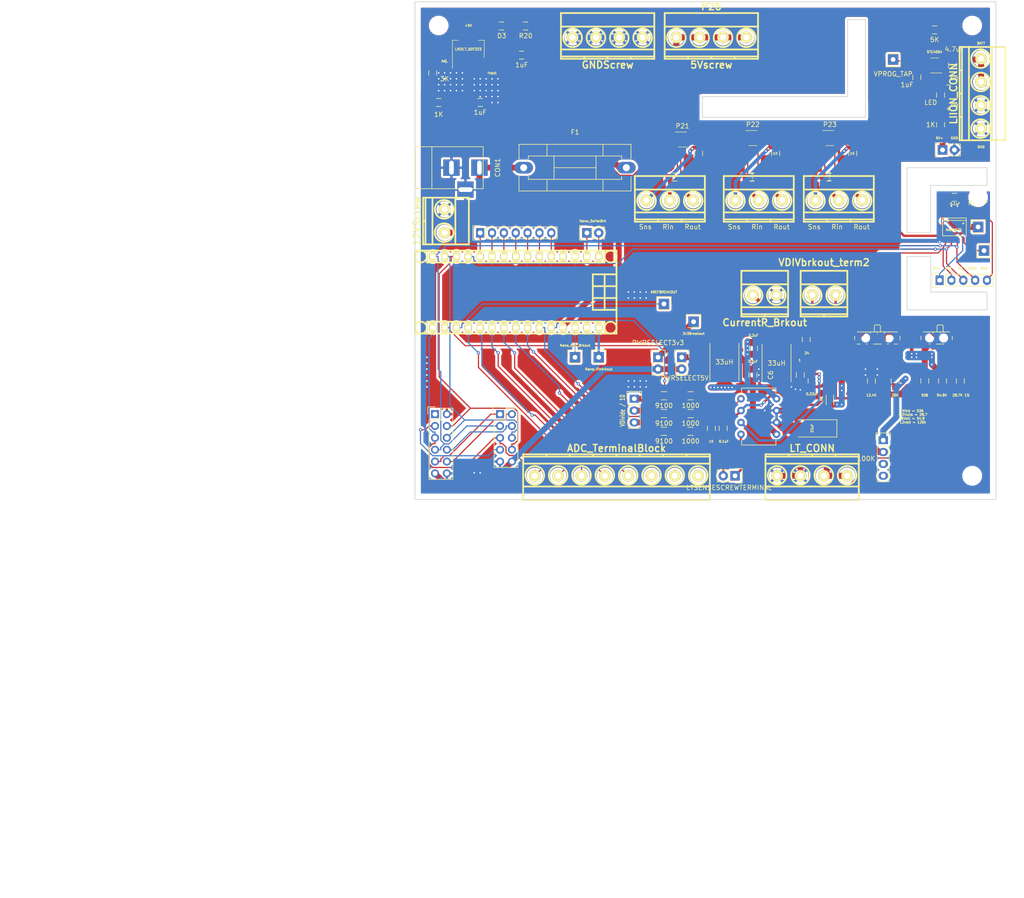
<source format=kicad_pcb>
(kicad_pcb (version 20171130) (host pcbnew 5.0.0-rc2)

  (general
    (thickness 1.6)
    (drawings 62)
    (tracks 771)
    (zones 0)
    (modules 86)
    (nets 74)
  )

  (page USLetter)
  (title_block
    (title "Project Title")
  )

  (layers
    (0 F.Cu signal)
    (31 B.Cu signal)
    (34 B.Paste user)
    (35 F.Paste user)
    (36 B.SilkS user)
    (37 F.SilkS user)
    (38 B.Mask user)
    (39 F.Mask user)
    (40 Dwgs.User user)
    (44 Edge.Cuts user)
    (46 B.CrtYd user)
    (47 F.CrtYd user)
    (48 B.Fab user)
    (49 F.Fab user)
  )

  (setup
    (last_trace_width 1.27)
    (user_trace_width 0.1524)
    (user_trace_width 0.254)
    (user_trace_width 0.3302)
    (user_trace_width 0.508)
    (user_trace_width 0.762)
    (user_trace_width 1.27)
    (trace_clearance 0.254)
    (zone_clearance 0.508)
    (zone_45_only no)
    (trace_min 0.1524)
    (segment_width 0.1524)
    (edge_width 0.1524)
    (via_size 0.6858)
    (via_drill 0.3302)
    (via_min_size 0.6604)
    (via_min_drill 0.3302)
    (user_via 0.6858 0.3302)
    (user_via 0.762 0.4064)
    (user_via 0.8636 0.508)
    (uvia_size 0.6858)
    (uvia_drill 0.3302)
    (uvias_allowed no)
    (uvia_min_size 0)
    (uvia_min_drill 0)
    (pcb_text_width 0.1524)
    (pcb_text_size 1.016 1.016)
    (mod_edge_width 0.1524)
    (mod_text_size 1.016 1.016)
    (mod_text_width 0.1524)
    (pad_size 2.2352 2.2352)
    (pad_drill 1.016)
    (pad_to_mask_clearance 0.0762)
    (solder_mask_min_width 0.1016)
    (pad_to_paste_clearance -0.0762)
    (aux_axis_origin 0 0)
    (visible_elements 7FFFFFFF)
    (pcbplotparams
      (layerselection 0x310fc_ffffffff)
      (usegerberextensions true)
      (usegerberattributes false)
      (usegerberadvancedattributes false)
      (creategerberjobfile false)
      (excludeedgelayer true)
      (linewidth 0.100000)
      (plotframeref false)
      (viasonmask false)
      (mode 1)
      (useauxorigin false)
      (hpglpennumber 1)
      (hpglpenspeed 20)
      (hpglpendiameter 15)
      (psnegative false)
      (psa4output false)
      (plotreference true)
      (plotvalue true)
      (plotinvisibletext false)
      (padsonsilk false)
      (subtractmaskfromsilk false)
      (outputformat 1)
      (mirror false)
      (drillshape 0)
      (scaleselection 1)
      (outputdirectory gerbers_rev2))
  )

  (net 0 "")
  (net 1 GND)
  (net 2 +5V)
  (net 3 /STC4054_Liion_Charge/BAT_LIION_CHRG)
  (net 4 "Net-(C4-Pad1)")
  (net 5 /LT1512/Vsw)
  (net 6 "Net-(C7-Pad2)")
  (net 7 /LT1512/Vcomp)
  (net 8 "Net-(C8-Pad1)")
  (net 9 /LT1512/I_Feedback)
  (net 10 /LT1512/LT_BATCHRG)
  (net 11 "Net-(D1-Pad2)")
  (net 12 /STC4054_Liion_Charge/CHRG)
  (net 13 +12V)
  (net 14 "Net-(J1-Pad1)")
  (net 15 "Net-(J1-Pad2)")
  (net 16 "Net-(J1-Pad3)")
  (net 17 "Net-(J1-Pad5)")
  (net 18 "Net-(J1-Pad6)")
  (net 19 "Net-(J1-Pad7)")
  (net 20 "Net-(J1-Pad8)")
  (net 21 "Net-(J1-Pad9)")
  (net 22 "Net-(J1-Pad10)")
  (net 23 "Net-(J1-Pad11)")
  (net 24 /MAX_CS)
  (net 25 /NANO_CS)
  (net 26 /NANO_MOSI)
  (net 27 /NANO_MISO)
  (net 28 /NANO_SCK)
  (net 29 "Net-(J1-Pad17)")
  (net 30 "Net-(J1-Pad18)")
  (net 31 "Net-(J1-Pad19)")
  (net 32 "Net-(J1-Pad20)")
  (net 33 "Net-(J1-Pad21)")
  (net 34 "Net-(J1-Pad22)")
  (net 35 "Net-(J1-Pad23)")
  (net 36 "Net-(J1-Pad28)")
  (net 37 "Net-(J1-Pad30)")
  (net 38 /LT1512/LT_IFEEDBACK)
  (net 39 /CurrentSense_INA169_1/LOADOUT)
  (net 40 /CurrentSense_INA169_1/LOADIN)
  (net 41 /CurrentSense_INA169_1/CurrentOUT)
  (net 42 /sheet5CBEAB48/CurrentOUT)
  (net 43 /sheet5CBEAB48/LOADIN)
  (net 44 /sheet5CBEAB48/LOADOUT)
  (net 45 /sheet5CBEAC38/LOADOUT)
  (net 46 /sheet5CBEAC38/LOADIN)
  (net 47 /sheet5CBEAC38/CurrentOUT)
  (net 48 /STC4054_Liion_Charge/PROG)
  (net 49 /MAX6675/T+)
  (net 50 /MAX6675/NC)
  (net 51 /ENC28J60/VCC_Branch)
  (net 52 /ENC28J60/INT)
  (net 53 /ENC28J60/CLKOUT)
  (net 54 /ENC28J60/WOL)
  (net 55 /ENC28J60/RSTENC)
  (net 56 /ENC28J60/Q3)
  (net 57 /LT1512/LT_FloatVoltage)
  (net 58 /LT1512/LTShutdownPin)
  (net 59 "Net-(R3-Pad2)")
  (net 60 "Net-(R5-Pad1)")
  (net 61 "Net-(R6-Pad1)")
  (net 62 "Net-(R7-Pad1)")
  (net 63 "Net-(R8-Pad1)")
  (net 64 "Net-(R8-Pad2)")
  (net 65 +3V3)
  (net 66 "Net-(SW1-Pad2)")
  (net 67 "Net-(D3-Pad1)")
  (net 68 /A5)
  (net 69 /A6)
  (net 70 /A7)
  (net 71 "Net-(P17-Pad1)")
  (net 72 "Net-(P17-Pad2)")
  (net 73 "Net-(P17-Pad3)")

  (net_class Default "This is the default net class."
    (clearance 0.254)
    (trace_width 0.254)
    (via_dia 0.6858)
    (via_drill 0.3302)
    (uvia_dia 0.6858)
    (uvia_drill 0.3302)
    (add_net +12V)
    (add_net +3V3)
    (add_net +5V)
    (add_net /A5)
    (add_net /A6)
    (add_net /A7)
    (add_net /CurrentSense_INA169_1/CurrentOUT)
    (add_net /CurrentSense_INA169_1/LOADIN)
    (add_net /CurrentSense_INA169_1/LOADOUT)
    (add_net /ENC28J60/CLKOUT)
    (add_net /ENC28J60/INT)
    (add_net /ENC28J60/Q3)
    (add_net /ENC28J60/RSTENC)
    (add_net /ENC28J60/VCC_Branch)
    (add_net /ENC28J60/WOL)
    (add_net /LT1512/I_Feedback)
    (add_net /LT1512/LTShutdownPin)
    (add_net /LT1512/LT_BATCHRG)
    (add_net /LT1512/LT_FloatVoltage)
    (add_net /LT1512/LT_IFEEDBACK)
    (add_net /LT1512/Vcomp)
    (add_net /LT1512/Vsw)
    (add_net /MAX6675/NC)
    (add_net /MAX6675/T+)
    (add_net /MAX_CS)
    (add_net /NANO_CS)
    (add_net /NANO_MISO)
    (add_net /NANO_MOSI)
    (add_net /NANO_SCK)
    (add_net /STC4054_Liion_Charge/BAT_LIION_CHRG)
    (add_net /STC4054_Liion_Charge/CHRG)
    (add_net /STC4054_Liion_Charge/PROG)
    (add_net /sheet5CBEAB48/CurrentOUT)
    (add_net /sheet5CBEAB48/LOADIN)
    (add_net /sheet5CBEAB48/LOADOUT)
    (add_net /sheet5CBEAC38/CurrentOUT)
    (add_net /sheet5CBEAC38/LOADIN)
    (add_net /sheet5CBEAC38/LOADOUT)
    (add_net GND)
    (add_net "Net-(C4-Pad1)")
    (add_net "Net-(C7-Pad2)")
    (add_net "Net-(C8-Pad1)")
    (add_net "Net-(D1-Pad2)")
    (add_net "Net-(D3-Pad1)")
    (add_net "Net-(J1-Pad1)")
    (add_net "Net-(J1-Pad10)")
    (add_net "Net-(J1-Pad11)")
    (add_net "Net-(J1-Pad17)")
    (add_net "Net-(J1-Pad18)")
    (add_net "Net-(J1-Pad19)")
    (add_net "Net-(J1-Pad2)")
    (add_net "Net-(J1-Pad20)")
    (add_net "Net-(J1-Pad21)")
    (add_net "Net-(J1-Pad22)")
    (add_net "Net-(J1-Pad23)")
    (add_net "Net-(J1-Pad28)")
    (add_net "Net-(J1-Pad3)")
    (add_net "Net-(J1-Pad30)")
    (add_net "Net-(J1-Pad5)")
    (add_net "Net-(J1-Pad6)")
    (add_net "Net-(J1-Pad7)")
    (add_net "Net-(J1-Pad8)")
    (add_net "Net-(J1-Pad9)")
    (add_net "Net-(P17-Pad1)")
    (add_net "Net-(P17-Pad2)")
    (add_net "Net-(P17-Pad3)")
    (add_net "Net-(R3-Pad2)")
    (add_net "Net-(R5-Pad1)")
    (add_net "Net-(R6-Pad1)")
    (add_net "Net-(R7-Pad1)")
    (add_net "Net-(R8-Pad1)")
    (add_net "Net-(R8-Pad2)")
    (add_net "Net-(SW1-Pad2)")
  )

  (module Pin_Headers:Pin_Header_Straight_1x01 (layer F.Cu) (tedit 5CC87ECE) (tstamp 5CCECB55)
    (at 130.81 116.84)
    (descr "Through hole pin header")
    (tags "pin header")
    (path /5CC87E3D)
    (fp_text reference P30 (at 0 -5.1) (layer F.SilkS) hide
      (effects (font (size 1 1) (thickness 0.15)))
    )
    (fp_text value 3v3Breakout (at 0 2.54) (layer F.SilkS)
      (effects (font (size 0.508 0.508) (thickness 0.127)))
    )
    (fp_line (start -1.27 1.27) (end 1.27 1.27) (layer F.SilkS) (width 0.15))
    (fp_line (start -1.55 -1.55) (end 1.55 -1.55) (layer F.SilkS) (width 0.15))
    (fp_line (start -1.55 0) (end -1.55 -1.55) (layer F.SilkS) (width 0.15))
    (fp_line (start -1.75 1.75) (end 1.75 1.75) (layer F.CrtYd) (width 0.05))
    (fp_line (start -1.75 -1.75) (end 1.75 -1.75) (layer F.CrtYd) (width 0.05))
    (fp_line (start 1.75 -1.75) (end 1.75 1.75) (layer F.CrtYd) (width 0.05))
    (fp_line (start -1.75 -1.75) (end -1.75 1.75) (layer F.CrtYd) (width 0.05))
    (fp_line (start 1.55 -1.55) (end 1.55 0) (layer F.SilkS) (width 0.15))
    (pad 1 thru_hole rect (at 0 0) (size 2.2352 2.2352) (drill 1.016) (layers *.Cu *.Mask)
      (net 29 "Net-(J1-Pad17)"))
    (model Pin_Headers.3dshapes/Pin_Header_Straight_1x01.wrl
      (at (xyz 0 0 0))
      (scale (xyz 1 1 1))
      (rotate (xyz 0 0 90))
    )
  )

  (module Connectors:BARREL_JACK (layer F.Cu) (tedit 0) (tstamp 5CC05F9F)
    (at 78.74 83.82)
    (descr "DC Barrel Jack")
    (tags "Power Jack")
    (path /5CBC4AC4/5CBD2D8E)
    (fp_text reference CON1 (at 10.09904 0 90) (layer F.SilkS)
      (effects (font (size 1 1) (thickness 0.15)))
    )
    (fp_text value BARREL_JACK (at 0 -5.99948) (layer F.Fab)
      (effects (font (size 1 1) (thickness 0.15)))
    )
    (fp_line (start -4.0005 -4.50088) (end -4.0005 4.50088) (layer F.SilkS) (width 0.15))
    (fp_line (start -7.50062 -4.50088) (end -7.50062 4.50088) (layer F.SilkS) (width 0.15))
    (fp_line (start -7.50062 4.50088) (end 7.00024 4.50088) (layer F.SilkS) (width 0.15))
    (fp_line (start 7.00024 4.50088) (end 7.00024 -4.50088) (layer F.SilkS) (width 0.15))
    (fp_line (start 7.00024 -4.50088) (end -7.50062 -4.50088) (layer F.SilkS) (width 0.15))
    (pad 1 thru_hole rect (at 6.20014 0) (size 3.50012 3.50012) (drill oval 1.00076 2.99974) (layers *.Cu *.Mask)
      (net 13 +12V))
    (pad 2 thru_hole rect (at 0.20066 0) (size 3.50012 3.50012) (drill oval 1.00076 2.99974) (layers *.Cu *.Mask)
      (net 1 GND))
    (pad 3 thru_hole rect (at 3.2004 4.699) (size 3.50012 3.50012) (drill oval 2.99974 1.00076) (layers *.Cu *.Mask)
      (net 1 GND))
  )

  (module Capacitors_SMD:C_0805_HandSoldering (layer F.Cu) (tedit 5CBD07B9) (tstamp 5CC60F97)
    (at 178.642 64.4427 270)
    (descr "Capacitor SMD 0805, hand soldering")
    (tags "capacitor 0805")
    (path /5CBBEAA9/5CBBFBC6)
    (attr smd)
    (fp_text reference C1 (at 0 -2.1 270) (layer F.SilkS) hide
      (effects (font (size 1 1) (thickness 0.15)))
    )
    (fp_text value 1uF (at 1.5973 2.112) (layer F.SilkS)
      (effects (font (size 1 1) (thickness 0.15)))
    )
    (fp_line (start -0.5 0.85) (end 0.5 0.85) (layer F.SilkS) (width 0.15))
    (fp_line (start 0.5 -0.85) (end -0.5 -0.85) (layer F.SilkS) (width 0.15))
    (fp_line (start 2.3 -1) (end 2.3 1) (layer F.CrtYd) (width 0.05))
    (fp_line (start -2.3 -1) (end -2.3 1) (layer F.CrtYd) (width 0.05))
    (fp_line (start -2.3 1) (end 2.3 1) (layer F.CrtYd) (width 0.05))
    (fp_line (start -2.3 -1) (end 2.3 -1) (layer F.CrtYd) (width 0.05))
    (fp_line (start -1 -0.625) (end 1 -0.625) (layer F.Fab) (width 0.15))
    (fp_line (start 1 -0.625) (end 1 0.625) (layer F.Fab) (width 0.15))
    (fp_line (start 1 0.625) (end -1 0.625) (layer F.Fab) (width 0.15))
    (fp_line (start -1 0.625) (end -1 -0.625) (layer F.Fab) (width 0.15))
    (pad 2 smd rect (at 1.25 0 270) (size 1.5 1.25) (layers F.Cu F.Paste F.Mask)
      (net 1 GND))
    (pad 1 smd rect (at -1.25 0 270) (size 1.5 1.25) (layers F.Cu F.Paste F.Mask)
      (net 2 +5V))
    (model Capacitors_SMD.3dshapes/C_0805_HandSoldering.wrl
      (at (xyz 0 0 0))
      (scale (xyz 1 1 1))
      (rotate (xyz 0 0 0))
    )
  )

  (module Capacitors_SMD:C_0805_HandSoldering (layer F.Cu) (tedit 5CBD07D6) (tstamp 5CC60FA7)
    (at 186.262 61.9027 270)
    (descr "Capacitor SMD 0805, hand soldering")
    (tags "capacitor 0805")
    (path /5CBBEAA9/5CBC0798)
    (attr smd)
    (fp_text reference C2 (at 0 -2.1 270) (layer F.SilkS) hide
      (effects (font (size 1 1) (thickness 0.15)))
    )
    (fp_text value 4.7uF (at -3.482743 -0.428) (layer F.SilkS)
      (effects (font (size 1 1) (thickness 0.15)))
    )
    (fp_line (start -1 0.625) (end -1 -0.625) (layer F.Fab) (width 0.15))
    (fp_line (start 1 0.625) (end -1 0.625) (layer F.Fab) (width 0.15))
    (fp_line (start 1 -0.625) (end 1 0.625) (layer F.Fab) (width 0.15))
    (fp_line (start -1 -0.625) (end 1 -0.625) (layer F.Fab) (width 0.15))
    (fp_line (start -2.3 -1) (end 2.3 -1) (layer F.CrtYd) (width 0.05))
    (fp_line (start -2.3 1) (end 2.3 1) (layer F.CrtYd) (width 0.05))
    (fp_line (start -2.3 -1) (end -2.3 1) (layer F.CrtYd) (width 0.05))
    (fp_line (start 2.3 -1) (end 2.3 1) (layer F.CrtYd) (width 0.05))
    (fp_line (start 0.5 -0.85) (end -0.5 -0.85) (layer F.SilkS) (width 0.15))
    (fp_line (start -0.5 0.85) (end 0.5 0.85) (layer F.SilkS) (width 0.15))
    (pad 1 smd rect (at -1.25 0 270) (size 1.5 1.25) (layers F.Cu F.Paste F.Mask)
      (net 3 /STC4054_Liion_Charge/BAT_LIION_CHRG))
    (pad 2 smd rect (at 1.25 0 270) (size 1.5 1.25) (layers F.Cu F.Paste F.Mask)
      (net 1 GND))
    (model Capacitors_SMD.3dshapes/C_0805_HandSoldering.wrl
      (at (xyz 0 0 0))
      (scale (xyz 1 1 1))
      (rotate (xyz 0 0 0))
    )
  )

  (module Capacitors_SMD:C_0805_HandSoldering (layer F.Cu) (tedit 5CBD055A) (tstamp 5CC60FB7)
    (at 186.69 90.17)
    (descr "Capacitor SMD 0805, hand soldering")
    (tags "capacitor 0805")
    (path /5CBC1777/5CBC1EC5)
    (attr smd)
    (fp_text reference C3 (at 0 -2.1) (layer F.Fab)
      (effects (font (size 1 1) (thickness 0.15)))
    )
    (fp_text value 0.1uF (at 0.127 1.397) (layer F.SilkS)
      (effects (font (size 0.508 0.508) (thickness 0.127)))
    )
    (fp_line (start -0.5 0.85) (end 0.5 0.85) (layer F.SilkS) (width 0.15))
    (fp_line (start 0.5 -0.85) (end -0.5 -0.85) (layer F.SilkS) (width 0.15))
    (fp_line (start 2.3 -1) (end 2.3 1) (layer F.CrtYd) (width 0.05))
    (fp_line (start -2.3 -1) (end -2.3 1) (layer F.CrtYd) (width 0.05))
    (fp_line (start -2.3 1) (end 2.3 1) (layer F.CrtYd) (width 0.05))
    (fp_line (start -2.3 -1) (end 2.3 -1) (layer F.CrtYd) (width 0.05))
    (fp_line (start -1 -0.625) (end 1 -0.625) (layer F.Fab) (width 0.15))
    (fp_line (start 1 -0.625) (end 1 0.625) (layer F.Fab) (width 0.15))
    (fp_line (start 1 0.625) (end -1 0.625) (layer F.Fab) (width 0.15))
    (fp_line (start -1 0.625) (end -1 -0.625) (layer F.Fab) (width 0.15))
    (pad 2 smd rect (at 1.25 0) (size 1.5 1.25) (layers F.Cu F.Paste F.Mask)
      (net 1 GND))
    (pad 1 smd rect (at -1.25 0) (size 1.5 1.25) (layers F.Cu F.Paste F.Mask)
      (net 2 +5V))
    (model Capacitors_SMD.3dshapes/C_0805_HandSoldering.wrl
      (at (xyz 0 0 0))
      (scale (xyz 1 1 1))
      (rotate (xyz 0 0 0))
    )
  )

  (module Capacitors_SMD:C_0805_HandSoldering (layer F.Cu) (tedit 5CBD0AF6) (tstamp 5CC60FC7)
    (at 93.98 59.69)
    (descr "Capacitor SMD 0805, hand soldering")
    (tags "capacitor 0805")
    (path /5CBC4AC4/5CBC5531)
    (attr smd)
    (fp_text reference C4 (at 0 -2.1) (layer F.SilkS) hide
      (effects (font (size 1 1) (thickness 0.15)))
    )
    (fp_text value 1uF (at 0 2.1) (layer F.SilkS)
      (effects (font (size 1 1) (thickness 0.15)))
    )
    (fp_line (start -0.5 0.85) (end 0.5 0.85) (layer F.SilkS) (width 0.15))
    (fp_line (start 0.5 -0.85) (end -0.5 -0.85) (layer F.SilkS) (width 0.15))
    (fp_line (start 2.3 -1) (end 2.3 1) (layer F.CrtYd) (width 0.05))
    (fp_line (start -2.3 -1) (end -2.3 1) (layer F.CrtYd) (width 0.05))
    (fp_line (start -2.3 1) (end 2.3 1) (layer F.CrtYd) (width 0.05))
    (fp_line (start -2.3 -1) (end 2.3 -1) (layer F.CrtYd) (width 0.05))
    (fp_line (start -1 -0.625) (end 1 -0.625) (layer F.Fab) (width 0.15))
    (fp_line (start 1 -0.625) (end 1 0.625) (layer F.Fab) (width 0.15))
    (fp_line (start 1 0.625) (end -1 0.625) (layer F.Fab) (width 0.15))
    (fp_line (start -1 0.625) (end -1 -0.625) (layer F.Fab) (width 0.15))
    (pad 2 smd rect (at 1.25 0) (size 1.5 1.25) (layers F.Cu F.Paste F.Mask)
      (net 1 GND))
    (pad 1 smd rect (at -1.25 0) (size 1.5 1.25) (layers F.Cu F.Paste F.Mask)
      (net 4 "Net-(C4-Pad1)"))
    (model Capacitors_SMD.3dshapes/C_0805_HandSoldering.wrl
      (at (xyz 0 0 0))
      (scale (xyz 1 1 1))
      (rotate (xyz 0 0 0))
    )
  )

  (module Capacitors_SMD:C_0805_HandSoldering (layer F.Cu) (tedit 5CBD0AE3) (tstamp 5CC60FD7)
    (at 85.09 69.85)
    (descr "Capacitor SMD 0805, hand soldering")
    (tags "capacitor 0805")
    (path /5CBC4AC4/5CBC54F0)
    (attr smd)
    (fp_text reference C5 (at 0 -2.1) (layer F.SilkS) hide
      (effects (font (size 1 1) (thickness 0.15)))
    )
    (fp_text value 1uF (at 0 2.1) (layer F.SilkS)
      (effects (font (size 1 1) (thickness 0.15)))
    )
    (fp_line (start -0.5 0.85) (end 0.5 0.85) (layer F.SilkS) (width 0.15))
    (fp_line (start 0.5 -0.85) (end -0.5 -0.85) (layer F.SilkS) (width 0.15))
    (fp_line (start 2.3 -1) (end 2.3 1) (layer F.CrtYd) (width 0.05))
    (fp_line (start -2.3 -1) (end -2.3 1) (layer F.CrtYd) (width 0.05))
    (fp_line (start -2.3 1) (end 2.3 1) (layer F.CrtYd) (width 0.05))
    (fp_line (start -2.3 -1) (end 2.3 -1) (layer F.CrtYd) (width 0.05))
    (fp_line (start -1 -0.625) (end 1 -0.625) (layer F.Fab) (width 0.15))
    (fp_line (start 1 -0.625) (end 1 0.625) (layer F.Fab) (width 0.15))
    (fp_line (start 1 0.625) (end -1 0.625) (layer F.Fab) (width 0.15))
    (fp_line (start -1 0.625) (end -1 -0.625) (layer F.Fab) (width 0.15))
    (pad 2 smd rect (at 1.25 0) (size 1.5 1.25) (layers F.Cu F.Paste F.Mask)
      (net 1 GND))
    (pad 1 smd rect (at -1.25 0) (size 1.5 1.25) (layers F.Cu F.Paste F.Mask)
      (net 2 +5V))
    (model Capacitors_SMD.3dshapes/C_0805_HandSoldering.wrl
      (at (xyz 0 0 0))
      (scale (xyz 1 1 1))
      (rotate (xyz 0 0 0))
    )
  )

  (module Capacitors_SMD:C_0805_HandSoldering (layer F.Cu) (tedit 5CBD06E0) (tstamp 5CC60FE7)
    (at 143.51 128.27 90)
    (descr "Capacitor SMD 0805, hand soldering")
    (tags "capacitor 0805")
    (path /5CBC6C0A/5CBC7FC7)
    (attr smd)
    (fp_text reference C6 (at 0 3.81 90) (layer F.SilkS)
      (effects (font (size 1 1) (thickness 0.15)))
    )
    (fp_text value 2.2uF (at 2.921 0 180) (layer F.SilkS)
      (effects (font (size 0.508 0.508) (thickness 0.127)))
    )
    (fp_line (start -0.5 0.85) (end 0.5 0.85) (layer F.SilkS) (width 0.15))
    (fp_line (start 0.5 -0.85) (end -0.5 -0.85) (layer F.SilkS) (width 0.15))
    (fp_line (start 2.3 -1) (end 2.3 1) (layer F.CrtYd) (width 0.05))
    (fp_line (start -2.3 -1) (end -2.3 1) (layer F.CrtYd) (width 0.05))
    (fp_line (start -2.3 1) (end 2.3 1) (layer F.CrtYd) (width 0.05))
    (fp_line (start -2.3 -1) (end 2.3 -1) (layer F.CrtYd) (width 0.05))
    (fp_line (start -1 -0.625) (end 1 -0.625) (layer F.Fab) (width 0.15))
    (fp_line (start 1 -0.625) (end 1 0.625) (layer F.Fab) (width 0.15))
    (fp_line (start 1 0.625) (end -1 0.625) (layer F.Fab) (width 0.15))
    (fp_line (start -1 0.625) (end -1 -0.625) (layer F.Fab) (width 0.15))
    (pad 2 smd rect (at 1.25 0 90) (size 1.5 1.25) (layers F.Cu F.Paste F.Mask)
      (net 1 GND))
    (pad 1 smd rect (at -1.25 0 90) (size 1.5 1.25) (layers F.Cu F.Paste F.Mask)
      (net 2 +5V))
    (model Capacitors_SMD.3dshapes/C_0805_HandSoldering.wrl
      (at (xyz 0 0 0))
      (scale (xyz 1 1 1))
      (rotate (xyz 0 0 0))
    )
  )

  (module Capacitors_SMD:C_0805_HandSoldering (layer F.Cu) (tedit 5CBD0637) (tstamp 5CC60FF7)
    (at 143.637 122.555 270)
    (descr "Capacitor SMD 0805, hand soldering")
    (tags "capacitor 0805")
    (path /5CBC6C0A/5CBCA445)
    (attr smd)
    (fp_text reference C7 (at 0 -2.1 270) (layer F.Fab)
      (effects (font (size 1 1) (thickness 0.15)))
    )
    (fp_text value 2.2uF (at -2.794 0) (layer F.SilkS)
      (effects (font (size 0.508 0.508) (thickness 0.127)))
    )
    (fp_line (start -1 0.625) (end -1 -0.625) (layer F.Fab) (width 0.15))
    (fp_line (start 1 0.625) (end -1 0.625) (layer F.Fab) (width 0.15))
    (fp_line (start 1 -0.625) (end 1 0.625) (layer F.Fab) (width 0.15))
    (fp_line (start -1 -0.625) (end 1 -0.625) (layer F.Fab) (width 0.15))
    (fp_line (start -2.3 -1) (end 2.3 -1) (layer F.CrtYd) (width 0.05))
    (fp_line (start -2.3 1) (end 2.3 1) (layer F.CrtYd) (width 0.05))
    (fp_line (start -2.3 -1) (end -2.3 1) (layer F.CrtYd) (width 0.05))
    (fp_line (start 2.3 -1) (end 2.3 1) (layer F.CrtYd) (width 0.05))
    (fp_line (start 0.5 -0.85) (end -0.5 -0.85) (layer F.SilkS) (width 0.15))
    (fp_line (start -0.5 0.85) (end 0.5 0.85) (layer F.SilkS) (width 0.15))
    (pad 1 smd rect (at -1.25 0 270) (size 1.5 1.25) (layers F.Cu F.Paste F.Mask)
      (net 5 /LT1512/Vsw))
    (pad 2 smd rect (at 1.25 0 270) (size 1.5 1.25) (layers F.Cu F.Paste F.Mask)
      (net 6 "Net-(C7-Pad2)"))
    (model Capacitors_SMD.3dshapes/C_0805_HandSoldering.wrl
      (at (xyz 0 0 0))
      (scale (xyz 1 1 1))
      (rotate (xyz 0 0 0))
    )
  )

  (module Capacitors_SMD:C_0805_HandSoldering (layer F.Cu) (tedit 5CBD05B1) (tstamp 5CC61007)
    (at 137.16 139.7 90)
    (descr "Capacitor SMD 0805, hand soldering")
    (tags "capacitor 0805")
    (path /5CBC6C0A/5CBC8B80)
    (attr smd)
    (fp_text reference C8 (at 0 -2.1 90) (layer F.Fab) hide
      (effects (font (size 1 1) (thickness 0.15)))
    )
    (fp_text value 0.1uF (at -2.794 0.127 180) (layer F.SilkS)
      (effects (font (size 0.508 0.508) (thickness 0.127)))
    )
    (fp_line (start -0.5 0.85) (end 0.5 0.85) (layer F.SilkS) (width 0.15))
    (fp_line (start 0.5 -0.85) (end -0.5 -0.85) (layer F.SilkS) (width 0.15))
    (fp_line (start 2.3 -1) (end 2.3 1) (layer F.CrtYd) (width 0.05))
    (fp_line (start -2.3 -1) (end -2.3 1) (layer F.CrtYd) (width 0.05))
    (fp_line (start -2.3 1) (end 2.3 1) (layer F.CrtYd) (width 0.05))
    (fp_line (start -2.3 -1) (end 2.3 -1) (layer F.CrtYd) (width 0.05))
    (fp_line (start -1 -0.625) (end 1 -0.625) (layer F.Fab) (width 0.15))
    (fp_line (start 1 -0.625) (end 1 0.625) (layer F.Fab) (width 0.15))
    (fp_line (start 1 0.625) (end -1 0.625) (layer F.Fab) (width 0.15))
    (fp_line (start -1 0.625) (end -1 -0.625) (layer F.Fab) (width 0.15))
    (pad 2 smd rect (at 1.25 0 90) (size 1.5 1.25) (layers F.Cu F.Paste F.Mask)
      (net 7 /LT1512/Vcomp))
    (pad 1 smd rect (at -1.25 0 90) (size 1.5 1.25) (layers F.Cu F.Paste F.Mask)
      (net 8 "Net-(C8-Pad1)"))
    (model Capacitors_SMD.3dshapes/C_0805_HandSoldering.wrl
      (at (xyz 0 0 0))
      (scale (xyz 1 1 1))
      (rotate (xyz 0 0 0))
    )
  )

  (module Capacitors_SMD:C_0805_HandSoldering (layer F.Cu) (tedit 5CBD05E0) (tstamp 5CC61017)
    (at 156.21 129.54 270)
    (descr "Capacitor SMD 0805, hand soldering")
    (tags "capacitor 0805")
    (path /5CBC6C0A/5CBC988F)
    (attr smd)
    (fp_text reference C9 (at 0 -2.1 270) (layer F.SilkS) hide
      (effects (font (size 1 1) (thickness 0.15)))
    )
    (fp_text value 0.22uF (at 2.794 0) (layer F.SilkS)
      (effects (font (size 0.508 0.508) (thickness 0.127)))
    )
    (fp_line (start -1 0.625) (end -1 -0.625) (layer F.Fab) (width 0.15))
    (fp_line (start 1 0.625) (end -1 0.625) (layer F.Fab) (width 0.15))
    (fp_line (start 1 -0.625) (end 1 0.625) (layer F.Fab) (width 0.15))
    (fp_line (start -1 -0.625) (end 1 -0.625) (layer F.Fab) (width 0.15))
    (fp_line (start -2.3 -1) (end 2.3 -1) (layer F.CrtYd) (width 0.05))
    (fp_line (start -2.3 1) (end 2.3 1) (layer F.CrtYd) (width 0.05))
    (fp_line (start -2.3 -1) (end -2.3 1) (layer F.CrtYd) (width 0.05))
    (fp_line (start 2.3 -1) (end 2.3 1) (layer F.CrtYd) (width 0.05))
    (fp_line (start 0.5 -0.85) (end -0.5 -0.85) (layer F.SilkS) (width 0.15))
    (fp_line (start -0.5 0.85) (end 0.5 0.85) (layer F.SilkS) (width 0.15))
    (pad 1 smd rect (at -1.25 0 270) (size 1.5 1.25) (layers F.Cu F.Paste F.Mask)
      (net 9 /LT1512/I_Feedback))
    (pad 2 smd rect (at 1.25 0 270) (size 1.5 1.25) (layers F.Cu F.Paste F.Mask)
      (net 1 GND))
    (model Capacitors_SMD.3dshapes/C_0805_HandSoldering.wrl
      (at (xyz 0 0 0))
      (scale (xyz 1 1 1))
      (rotate (xyz 0 0 0))
    )
  )

  (module Capacitors_Tantalum_SMD:Tantalum_Case-C_EIA-6032-28_Hand (layer F.Cu) (tedit 5CBD05C1) (tstamp 5CC6102A)
    (at 156.21 139.7 180)
    (descr "Tantalum capacitor, Case C, EIA 6032-28, 6.0x3.2x2.5mm, Hand soldering footprint")
    (tags "capacitor tantalum smd")
    (path /5CBC6C0A/5CBCF221)
    (attr smd)
    (fp_text reference C10 (at 0 -3.35 180) (layer F.Fab)
      (effects (font (size 1 1) (thickness 0.15)))
    )
    (fp_text value 22uF (at 0 0 270) (layer F.SilkS)
      (effects (font (size 0.508 0.508) (thickness 0.127)))
    )
    (fp_line (start -5.4 -2) (end -5.4 2) (layer F.CrtYd) (width 0.05))
    (fp_line (start -5.4 2) (end 5.4 2) (layer F.CrtYd) (width 0.05))
    (fp_line (start 5.4 2) (end 5.4 -2) (layer F.CrtYd) (width 0.05))
    (fp_line (start 5.4 -2) (end -5.4 -2) (layer F.CrtYd) (width 0.05))
    (fp_line (start -3 -1.6) (end -3 1.6) (layer F.Fab) (width 0.15))
    (fp_line (start -3 1.6) (end 3 1.6) (layer F.Fab) (width 0.15))
    (fp_line (start 3 1.6) (end 3 -1.6) (layer F.Fab) (width 0.15))
    (fp_line (start 3 -1.6) (end -3 -1.6) (layer F.Fab) (width 0.15))
    (fp_line (start -2.4 -1.6) (end -2.4 1.6) (layer F.Fab) (width 0.15))
    (fp_line (start -2.1 -1.6) (end -2.1 1.6) (layer F.Fab) (width 0.15))
    (fp_line (start -5.3 -1.85) (end 3 -1.85) (layer F.SilkS) (width 0.15))
    (fp_line (start -5.3 1.85) (end 3 1.85) (layer F.SilkS) (width 0.15))
    (fp_line (start -5.3 -1.85) (end -5.3 1.85) (layer F.SilkS) (width 0.15))
    (pad 1 smd rect (at -3.125 0 180) (size 3.75 2.5) (layers F.Cu F.Paste F.Mask)
      (net 10 /LT1512/LT_BATCHRG))
    (pad 2 smd rect (at 3.125 0 180) (size 3.75 2.5) (layers F.Cu F.Paste F.Mask)
      (net 1 GND))
    (model Capacitors_Tantalum_SMD.3dshapes/Tantalum_Case-C_EIA-6032-28.wrl
      (at (xyz 0 0 0))
      (scale (xyz 1 1 1))
      (rotate (xyz 0 0 0))
    )
  )

  (module Capacitors_SMD:C_0805_HandSoldering (layer F.Cu) (tedit 5CBD07CD) (tstamp 5CC6103A)
    (at 183.722 68.2527 270)
    (descr "Capacitor SMD 0805, hand soldering")
    (tags "capacitor 0805")
    (path /5CBBEAA9/5CBBF242)
    (attr smd)
    (fp_text reference D1 (at 0 -2.1 270) (layer F.SilkS) hide
      (effects (font (size 1 1) (thickness 0.15)))
    )
    (fp_text value LED (at 1.5973 2.112) (layer F.SilkS)
      (effects (font (size 1 1) (thickness 0.15)))
    )
    (fp_line (start -0.5 0.85) (end 0.5 0.85) (layer F.SilkS) (width 0.15))
    (fp_line (start 0.5 -0.85) (end -0.5 -0.85) (layer F.SilkS) (width 0.15))
    (fp_line (start 2.3 -1) (end 2.3 1) (layer F.CrtYd) (width 0.05))
    (fp_line (start -2.3 -1) (end -2.3 1) (layer F.CrtYd) (width 0.05))
    (fp_line (start -2.3 1) (end 2.3 1) (layer F.CrtYd) (width 0.05))
    (fp_line (start -2.3 -1) (end 2.3 -1) (layer F.CrtYd) (width 0.05))
    (fp_line (start -1 -0.625) (end 1 -0.625) (layer F.Fab) (width 0.15))
    (fp_line (start 1 -0.625) (end 1 0.625) (layer F.Fab) (width 0.15))
    (fp_line (start 1 0.625) (end -1 0.625) (layer F.Fab) (width 0.15))
    (fp_line (start -1 0.625) (end -1 -0.625) (layer F.Fab) (width 0.15))
    (pad 2 smd rect (at 1.25 0 270) (size 1.5 1.25) (layers F.Cu F.Paste F.Mask)
      (net 11 "Net-(D1-Pad2)"))
    (pad 1 smd rect (at -1.25 0 270) (size 1.5 1.25) (layers F.Cu F.Paste F.Mask)
      (net 12 /STC4054_Liion_Charge/CHRG))
    (model Capacitors_SMD.3dshapes/C_0805_HandSoldering.wrl
      (at (xyz 0 0 0))
      (scale (xyz 1 1 1))
      (rotate (xyz 0 0 0))
    )
  )

  (module Diodes_SMD:SOD-323_HandSoldering (layer F.Cu) (tedit 5CC4FD9A) (tstamp 5CC61050)
    (at 160.02 133.35 90)
    (descr SOD-323)
    (tags SOD-323)
    (path /5CBC6C0A/5CBCC66F)
    (attr smd)
    (fp_text reference D2 (at 0 -1.85 90) (layer F.SilkS)
      (effects (font (size 0.508 0.508) (thickness 0.127)))
    )
    (fp_text value D_Schottky (at 0.1 1.9 90) (layer F.Fab)
      (effects (font (size 1 1) (thickness 0.15)))
    )
    (fp_line (start 0.2 0) (end 0.45 0) (layer F.Fab) (width 0.15))
    (fp_line (start 0.2 0.35) (end -0.3 0) (layer F.Fab) (width 0.15))
    (fp_line (start 0.2 -0.35) (end 0.2 0.35) (layer F.Fab) (width 0.15))
    (fp_line (start -0.3 0) (end 0.2 -0.35) (layer F.Fab) (width 0.15))
    (fp_line (start -0.3 0) (end -0.5 0) (layer F.Fab) (width 0.15))
    (fp_line (start -0.3 -0.35) (end -0.3 0.35) (layer F.Fab) (width 0.15))
    (fp_line (start -0.85 0.65) (end -0.85 -0.65) (layer F.Fab) (width 0.15))
    (fp_line (start 0.85 0.65) (end -0.85 0.65) (layer F.Fab) (width 0.15))
    (fp_line (start 0.85 -0.65) (end 0.85 0.65) (layer F.Fab) (width 0.15))
    (fp_line (start -0.85 -0.65) (end 0.85 -0.65) (layer F.Fab) (width 0.15))
    (fp_line (start -1.9 -0.95) (end 1.9 -0.95) (layer F.CrtYd) (width 0.05))
    (fp_line (start 1.9 -0.95) (end 1.9 0.95) (layer F.CrtYd) (width 0.05))
    (fp_line (start -1.9 0.95) (end 1.9 0.95) (layer F.CrtYd) (width 0.05))
    (fp_line (start -1.9 -0.95) (end -1.9 0.95) (layer F.CrtYd) (width 0.05))
    (fp_line (start -1.3 0.8) (end 0.8 0.8) (layer F.SilkS) (width 0.15))
    (fp_line (start -1.3 -0.8) (end 0.8 -0.8) (layer F.SilkS) (width 0.15))
    (pad 1 smd rect (at -1.25 0 90) (size 1 1) (layers F.Cu F.Paste F.Mask)
      (net 10 /LT1512/LT_BATCHRG))
    (pad 2 smd rect (at 1.25 0 90) (size 1 1) (layers F.Cu F.Paste F.Mask)
      (net 6 "Net-(C7-Pad2)"))
    (model Diodes_SMD.3dshapes/SOD-323.wrl
      (at (xyz 0 0 0))
      (scale (xyz 1 1 1))
      (rotate (xyz 0 0 180))
    )
  )

  (module Fuse_Holders_and_Fuses:Fuseholder5x20_horiz_SemiClosed_Casing10x25mm (layer F.Cu) (tedit 0) (tstamp 5CC61069)
    (at 105.41 83.82)
    (descr "Fuseholder, 5x20, Semi closed, horizontal, Casing 10x25mm,")
    (tags "Fuseholder, 5x20, Semi closed, horizontal, Casing 10x25mm, Sicherungshalter, halbgeschlossen,")
    (path /5CBC4AC4/5CBF5A27)
    (fp_text reference F1 (at 0 -7.62) (layer F.SilkS)
      (effects (font (size 1 1) (thickness 0.15)))
    )
    (fp_text value Fuse (at 1.27 7.62) (layer F.Fab)
      (effects (font (size 1 1) (thickness 0.15)))
    )
    (fp_line (start -5.99948 -2.49936) (end -5.99948 -5.00126) (layer F.SilkS) (width 0.15))
    (fp_line (start -5.99948 5.00126) (end -5.99948 2.49936) (layer F.SilkS) (width 0.15))
    (fp_line (start 5.99948 5.00126) (end 5.99948 2.49936) (layer F.SilkS) (width 0.15))
    (fp_line (start 5.99948 -5.00126) (end 5.99948 -2.49936) (layer F.SilkS) (width 0.15))
    (fp_line (start -4.50088 0) (end 4.50088 0) (layer F.SilkS) (width 0.15))
    (fp_line (start -4.50088 -2.49936) (end -4.50088 2.49936) (layer F.SilkS) (width 0.15))
    (fp_line (start 4.50088 -2.49936) (end 4.50088 2.49936) (layer F.SilkS) (width 0.15))
    (fp_line (start 9.99998 -1.89992) (end 9.99998 -2.49936) (layer F.SilkS) (width 0.15))
    (fp_line (start -9.99998 1.89992) (end -9.99998 2.49936) (layer F.SilkS) (width 0.15))
    (fp_line (start -9.99998 2.49936) (end 9.99998 2.49936) (layer F.SilkS) (width 0.15))
    (fp_line (start 9.99998 2.49936) (end 9.99998 1.89992) (layer F.SilkS) (width 0.15))
    (fp_line (start 9.99998 -2.49936) (end -9.99998 -2.49936) (layer F.SilkS) (width 0.15))
    (fp_line (start -9.99998 -2.49936) (end -9.99998 -1.89992) (layer F.SilkS) (width 0.15))
    (fp_line (start 11.99896 -1.89992) (end 11.99896 -5.00126) (layer F.SilkS) (width 0.15))
    (fp_line (start -11.99896 1.89992) (end -11.99896 5.00126) (layer F.SilkS) (width 0.15))
    (fp_line (start -11.99896 5.00126) (end 11.99896 5.00126) (layer F.SilkS) (width 0.15))
    (fp_line (start 11.99896 5.00126) (end 11.99896 1.89992) (layer F.SilkS) (width 0.15))
    (fp_line (start 11.99896 -5.00126) (end -11.99896 -5.00126) (layer F.SilkS) (width 0.15))
    (fp_line (start -11.99896 -5.00126) (end -11.99896 -1.89992) (layer F.SilkS) (width 0.15))
    (pad 2 thru_hole oval (at 11.00074 0 270) (size 2.49936 4.0005) (drill 1.50114) (layers *.Cu *.Mask)
      (net 4 "Net-(C4-Pad1)"))
    (pad 1 thru_hole oval (at -11.00074 0 270) (size 2.49936 4.0005) (drill 1.50114) (layers *.Cu *.Mask)
      (net 13 +12V))
  )

  (module w_conn_misc:arduino_nano_header (layer F.Cu) (tedit 5CBD0BE8) (tstamp 5CC6109F)
    (at 92.71 110.49 180)
    (descr "Arduino Nano Header")
    (tags Arduino)
    (path /5CBECE63)
    (fp_text reference J1 (at 0 1.27 180) (layer B.Fab)
      (effects (font (size 1.016 1.016) (thickness 0.2032)) (justify mirror))
    )
    (fp_text value Arduino_Nano_Header (at -7.62 1.27 180) (layer F.SilkS) hide
      (effects (font (size 1.016 0.889) (thickness 0.2032)))
    )
    (fp_line (start -16.51 -1.27) (end -21.59 -1.27) (layer F.SilkS) (width 0.381))
    (fp_line (start -16.51 1.27) (end -21.59 1.27) (layer F.SilkS) (width 0.381))
    (fp_line (start -19.05 -3.81) (end -19.05 3.81) (layer F.SilkS) (width 0.381))
    (fp_line (start -21.59 -3.81) (end -16.51 -3.81) (layer F.SilkS) (width 0.381))
    (fp_line (start -16.51 -3.81) (end -16.51 3.81) (layer F.SilkS) (width 0.381))
    (fp_line (start -16.51 3.81) (end -21.59 3.81) (layer F.SilkS) (width 0.381))
    (fp_line (start 21.59 -8.89) (end -21.59 -8.89) (layer F.SilkS) (width 0.381))
    (fp_line (start -21.59 8.89) (end 21.59 8.89) (layer F.SilkS) (width 0.381))
    (fp_line (start -21.59 8.89) (end -21.59 -8.89) (layer F.SilkS) (width 0.381))
    (fp_line (start 21.59 8.89) (end 21.59 -8.89) (layer F.SilkS) (width 0.381))
    (fp_circle (center -20.32 -7.62) (end -21.59 -7.62) (layer F.SilkS) (width 0.381))
    (fp_circle (center -20.32 7.62) (end -21.59 7.62) (layer F.SilkS) (width 0.381))
    (fp_circle (center 20.32 -7.62) (end 21.59 -7.62) (layer F.SilkS) (width 0.381))
    (fp_circle (center 20.32 7.62) (end 21.59 7.62) (layer F.SilkS) (width 0.381))
    (fp_line (start 19.05 -6.35) (end -19.05 -6.35) (layer F.SilkS) (width 0.381))
    (fp_line (start -19.05 6.35) (end 19.05 6.35) (layer F.SilkS) (width 0.381))
    (fp_line (start 19.05 8.89) (end 19.05 6.35) (layer F.SilkS) (width 0.381))
    (fp_line (start 19.05 -6.35) (end 19.05 -8.89) (layer F.SilkS) (width 0.381))
    (fp_line (start -19.05 -8.89) (end -19.05 -6.35) (layer F.SilkS) (width 0.381))
    (fp_line (start -19.05 8.89) (end -19.05 6.35) (layer F.SilkS) (width 0.381))
    (pad 1 thru_hole oval (at -17.78 7.62 180) (size 1.524 2.19964) (drill 1.00076) (layers *.Cu *.Mask F.SilkS)
      (net 14 "Net-(J1-Pad1)"))
    (pad 2 thru_hole oval (at -15.24 7.62 180) (size 1.524 2.19964) (drill 1.00076) (layers *.Cu *.Mask F.SilkS)
      (net 15 "Net-(J1-Pad2)"))
    (pad 3 thru_hole oval (at -12.7 7.62 180) (size 1.524 2.19964) (drill 1.00076) (layers *.Cu *.Mask F.SilkS)
      (net 16 "Net-(J1-Pad3)"))
    (pad 4 thru_hole oval (at -10.16 7.62 180) (size 1.524 2.19964) (drill 1.00076) (layers *.Cu *.Mask F.SilkS)
      (net 1 GND))
    (pad 5 thru_hole oval (at -7.62 7.62 180) (size 1.524 2.19964) (drill 1.00076) (layers *.Cu *.Mask F.SilkS)
      (net 17 "Net-(J1-Pad5)"))
    (pad 6 thru_hole oval (at -5.08 7.62 180) (size 1.524 2.19964) (drill 1.00076) (layers *.Cu *.Mask F.SilkS)
      (net 18 "Net-(J1-Pad6)"))
    (pad 7 thru_hole oval (at -2.54 7.62 180) (size 1.524 2.19964) (drill 1.00076) (layers *.Cu *.Mask F.SilkS)
      (net 19 "Net-(J1-Pad7)"))
    (pad 8 thru_hole oval (at 0 7.62 180) (size 1.524 2.19964) (drill 1.00076) (layers *.Cu *.Mask F.SilkS)
      (net 20 "Net-(J1-Pad8)"))
    (pad 9 thru_hole oval (at 2.54 7.62 180) (size 1.524 2.19964) (drill 1.00076) (layers *.Cu *.Mask F.SilkS)
      (net 21 "Net-(J1-Pad9)"))
    (pad 10 thru_hole oval (at 5.08 7.62 180) (size 1.524 2.19964) (drill 1.00076) (layers *.Cu *.Mask F.SilkS)
      (net 22 "Net-(J1-Pad10)"))
    (pad 11 thru_hole oval (at 7.62 7.62 180) (size 1.524 2.19964) (drill 1.00076) (layers *.Cu *.Mask F.SilkS)
      (net 23 "Net-(J1-Pad11)"))
    (pad 12 thru_hole oval (at 10.16 7.62 180) (size 1.524 2.19964) (drill 1.00076) (layers *.Cu *.Mask F.SilkS)
      (net 24 /MAX_CS))
    (pad 13 thru_hole oval (at 12.7 7.62 180) (size 1.524 2.19964) (drill 1.00076) (layers *.Cu *.Mask F.SilkS)
      (net 25 /NANO_CS))
    (pad 14 thru_hole oval (at 15.24 7.62 180) (size 1.524 2.19964) (drill 1.00076) (layers *.Cu *.Mask F.SilkS)
      (net 26 /NANO_MOSI))
    (pad 15 thru_hole oval (at 17.78 7.62 180) (size 1.524 2.19964) (drill 1.00076) (layers *.Cu *.Mask F.SilkS)
      (net 27 /NANO_MISO))
    (pad 16 thru_hole oval (at 17.78 -7.62 180) (size 1.524 2.19964) (drill 1.00076) (layers *.Cu *.Mask F.SilkS)
      (net 28 /NANO_SCK))
    (pad 17 thru_hole oval (at 15.24 -7.62 180) (size 1.524 2.19964) (drill 1.00076) (layers *.Cu *.Mask F.SilkS)
      (net 29 "Net-(J1-Pad17)"))
    (pad 18 thru_hole oval (at 12.7 -7.62 180) (size 1.524 2.19964) (drill 1.00076) (layers *.Cu *.Mask F.SilkS)
      (net 30 "Net-(J1-Pad18)"))
    (pad 19 thru_hole oval (at 10.16 -7.62 180) (size 1.524 2.19964) (drill 1.00076) (layers *.Cu *.Mask F.SilkS)
      (net 31 "Net-(J1-Pad19)"))
    (pad 20 thru_hole oval (at 7.62 -7.62 180) (size 1.524 2.1971) (drill 1.00076) (layers *.Cu *.Mask F.SilkS)
      (net 32 "Net-(J1-Pad20)"))
    (pad 21 thru_hole oval (at 5.08 -7.62 180) (size 1.524 2.1971) (drill 1.00076) (layers *.Cu *.Mask F.SilkS)
      (net 33 "Net-(J1-Pad21)"))
    (pad 22 thru_hole oval (at 2.54 -7.62 180) (size 1.524 2.1971) (drill 1.00076) (layers *.Cu *.Mask F.SilkS)
      (net 34 "Net-(J1-Pad22)"))
    (pad 23 thru_hole oval (at 0 -7.62 180) (size 1.524 2.1971) (drill 1.00076) (layers *.Cu *.Mask F.SilkS)
      (net 35 "Net-(J1-Pad23)"))
    (pad 24 thru_hole oval (at -2.54 -7.62 180) (size 1.524 2.1971) (drill 0.99822) (layers *.Cu *.Mask F.SilkS)
      (net 68 /A5))
    (pad 25 thru_hole oval (at -5.08 -7.62 180) (size 1.524 2.1971) (drill 0.99822) (layers *.Cu *.Mask F.SilkS)
      (net 69 /A6))
    (pad 26 thru_hole oval (at -7.62 -7.62 180) (size 1.524 2.1971) (drill 0.99822) (layers *.Cu *.Mask F.SilkS)
      (net 70 /A7))
    (pad 27 thru_hole oval (at -10.16 -7.62 180) (size 1.524 2.1971) (drill 0.99822) (layers *.Cu *.Mask F.SilkS)
      (net 2 +5V))
    (pad 28 thru_hole oval (at -12.7 -7.62 180) (size 1.524 2.1971) (drill 0.99822) (layers *.Cu *.Mask F.SilkS)
      (net 36 "Net-(J1-Pad28)"))
    (pad 29 thru_hole oval (at -15.24 -7.62 180) (size 1.524 2.1971) (drill 0.99822) (layers *.Cu *.Mask F.SilkS)
      (net 1 GND))
    (pad 30 thru_hole oval (at -17.78 -7.62 180) (size 1.524 2.1971) (drill 0.99822) (layers *.Cu *.Mask F.SilkS)
      (net 37 "Net-(J1-Pad30)"))
    (model walter/conn_misc/arduino_nano_header.wrl
      (at (xyz 0 0 0))
      (scale (xyz 1 1 1))
      (rotate (xyz 0 0 0))
    )
  )

  (module Inductors:Inductor_Taiyo-Yuden_NR-60xx_HandSoldering (layer F.Cu) (tedit 5CBD0111) (tstamp 5CC610B7)
    (at 137.414 125.476 270)
    (descr "Inductor, Taiyo Yuden, NR series, Taiyo-Yuden_NR-60xx, 6.0mmx6.0mm")
    (tags "inductor taiyo-yuden nr smd")
    (path /5CBC6C0A/5CBC842B)
    (attr smd)
    (fp_text reference L1 (at -2.54 5.08 270) (layer F.Fab)
      (effects (font (size 1 1) (thickness 0.15)))
    )
    (fp_text value 33uH (at 0 0) (layer F.SilkS)
      (effects (font (size 1 1) (thickness 0.15)))
    )
    (fp_line (start 4.25 -3.25) (end -4.25 -3.25) (layer F.CrtYd) (width 0.05))
    (fp_line (start 4.25 3.25) (end 4.25 -3.25) (layer F.CrtYd) (width 0.05))
    (fp_line (start -4.25 3.25) (end 4.25 3.25) (layer F.CrtYd) (width 0.05))
    (fp_line (start -4.25 -3.25) (end -4.25 3.25) (layer F.CrtYd) (width 0.05))
    (fp_line (start -4 3.1) (end 4 3.1) (layer F.SilkS) (width 0.15))
    (fp_line (start -4 -3.1) (end 4 -3.1) (layer F.SilkS) (width 0.15))
    (fp_line (start -2 3) (end 0 3) (layer F.Fab) (width 0.15))
    (fp_line (start -3 2) (end -2 3) (layer F.Fab) (width 0.15))
    (fp_line (start -3 0) (end -3 2) (layer F.Fab) (width 0.15))
    (fp_line (start 2 3) (end 0 3) (layer F.Fab) (width 0.15))
    (fp_line (start 3 2) (end 2 3) (layer F.Fab) (width 0.15))
    (fp_line (start 3 0) (end 3 2) (layer F.Fab) (width 0.15))
    (fp_line (start 2 -3) (end 0 -3) (layer F.Fab) (width 0.15))
    (fp_line (start 3 -2) (end 2 -3) (layer F.Fab) (width 0.15))
    (fp_line (start 3 0) (end 3 -2) (layer F.Fab) (width 0.15))
    (fp_line (start -2 -3) (end 0 -3) (layer F.Fab) (width 0.15))
    (fp_line (start -3 -2) (end -2 -3) (layer F.Fab) (width 0.15))
    (fp_line (start -3 0) (end -3 -2) (layer F.Fab) (width 0.15))
    (pad 2 smd rect (at 2.775 0 270) (size 2.45 5.9) (layers F.Cu F.Paste F.Mask)
      (net 5 /LT1512/Vsw))
    (pad 1 smd rect (at -2.775 0 270) (size 2.45 5.9) (layers F.Cu F.Paste F.Mask)
      (net 2 +5V))
    (model Inductors.3dshapes/Inductor_Taiyo-Yuden_NR-60xx.wrl
      (at (xyz 0 0 0))
      (scale (xyz 1 1 1))
      (rotate (xyz 0 0 0))
    )
  )

  (module Inductors:Inductor_Taiyo-Yuden_NR-60xx_HandSoldering (layer F.Cu) (tedit 5CBD0115) (tstamp 5CC610CF)
    (at 148.59 125.73 90)
    (descr "Inductor, Taiyo Yuden, NR series, Taiyo-Yuden_NR-60xx, 6.0mmx6.0mm")
    (tags "inductor taiyo-yuden nr smd")
    (path /5CBC6C0A/5CBCA135)
    (attr smd)
    (fp_text reference L2 (at 0 -4 90) (layer F.Fab)
      (effects (font (size 1 1) (thickness 0.15)))
    )
    (fp_text value 33uH (at 0 0 180) (layer F.SilkS)
      (effects (font (size 1 1) (thickness 0.15)))
    )
    (fp_line (start -3 0) (end -3 -2) (layer F.Fab) (width 0.15))
    (fp_line (start -3 -2) (end -2 -3) (layer F.Fab) (width 0.15))
    (fp_line (start -2 -3) (end 0 -3) (layer F.Fab) (width 0.15))
    (fp_line (start 3 0) (end 3 -2) (layer F.Fab) (width 0.15))
    (fp_line (start 3 -2) (end 2 -3) (layer F.Fab) (width 0.15))
    (fp_line (start 2 -3) (end 0 -3) (layer F.Fab) (width 0.15))
    (fp_line (start 3 0) (end 3 2) (layer F.Fab) (width 0.15))
    (fp_line (start 3 2) (end 2 3) (layer F.Fab) (width 0.15))
    (fp_line (start 2 3) (end 0 3) (layer F.Fab) (width 0.15))
    (fp_line (start -3 0) (end -3 2) (layer F.Fab) (width 0.15))
    (fp_line (start -3 2) (end -2 3) (layer F.Fab) (width 0.15))
    (fp_line (start -2 3) (end 0 3) (layer F.Fab) (width 0.15))
    (fp_line (start -4 -3.1) (end 4 -3.1) (layer F.SilkS) (width 0.15))
    (fp_line (start -4 3.1) (end 4 3.1) (layer F.SilkS) (width 0.15))
    (fp_line (start -4.25 -3.25) (end -4.25 3.25) (layer F.CrtYd) (width 0.05))
    (fp_line (start -4.25 3.25) (end 4.25 3.25) (layer F.CrtYd) (width 0.05))
    (fp_line (start 4.25 3.25) (end 4.25 -3.25) (layer F.CrtYd) (width 0.05))
    (fp_line (start 4.25 -3.25) (end -4.25 -3.25) (layer F.CrtYd) (width 0.05))
    (pad 1 smd rect (at -2.775 0 90) (size 2.45 5.9) (layers F.Cu F.Paste F.Mask)
      (net 6 "Net-(C7-Pad2)"))
    (pad 2 smd rect (at 2.775 0 90) (size 2.45 5.9) (layers F.Cu F.Paste F.Mask)
      (net 38 /LT1512/LT_IFEEDBACK))
    (model Inductors.3dshapes/Inductor_Taiyo-Yuden_NR-60xx.wrl
      (at (xyz 0 0 0))
      (scale (xyz 1 1 1))
      (rotate (xyz 0 0 0))
    )
  )

  (module Pin_Headers:Pin_Header_Straight_1x01 (layer F.Cu) (tedit 5CC87EC4) (tstamp 5CC610F3)
    (at 124.46 113.03)
    (descr "Through hole pin header")
    (tags "pin header")
    (path /5CBF308E)
    (fp_text reference P2 (at 0 -5.1) (layer F.SilkS) hide
      (effects (font (size 1 1) (thickness 0.15)))
    )
    (fp_text value AREFBREAKOUT (at 0 -2.54) (layer F.SilkS)
      (effects (font (size 0.508 0.508) (thickness 0.127)))
    )
    (fp_line (start 1.55 -1.55) (end 1.55 0) (layer F.SilkS) (width 0.15))
    (fp_line (start -1.75 -1.75) (end -1.75 1.75) (layer F.CrtYd) (width 0.05))
    (fp_line (start 1.75 -1.75) (end 1.75 1.75) (layer F.CrtYd) (width 0.05))
    (fp_line (start -1.75 -1.75) (end 1.75 -1.75) (layer F.CrtYd) (width 0.05))
    (fp_line (start -1.75 1.75) (end 1.75 1.75) (layer F.CrtYd) (width 0.05))
    (fp_line (start -1.55 0) (end -1.55 -1.55) (layer F.SilkS) (width 0.15))
    (fp_line (start -1.55 -1.55) (end 1.55 -1.55) (layer F.SilkS) (width 0.15))
    (fp_line (start -1.27 1.27) (end 1.27 1.27) (layer F.SilkS) (width 0.15))
    (pad 1 thru_hole rect (at 0 0) (size 2.2352 2.2352) (drill 1.016) (layers *.Cu *.Mask)
      (net 30 "Net-(J1-Pad18)"))
    (model Pin_Headers.3dshapes/Pin_Header_Straight_1x01.wrl
      (at (xyz 0 0 0))
      (scale (xyz 1 1 1))
      (rotate (xyz 0 0 90))
    )
  )

  (module Pin_Headers:Pin_Header_Straight_1x01 (layer F.Cu) (tedit 5CBD07E0) (tstamp 5CC6116C)
    (at 173.562 60.6327 180)
    (descr "Through hole pin header")
    (tags "pin header")
    (path /5CBBEAA9/5CBC014B)
    (fp_text reference P9 (at 0 -5.1 180) (layer F.SilkS) hide
      (effects (font (size 1 1) (thickness 0.15)))
    )
    (fp_text value VPROG_TAP (at 0 -3.1 180) (layer F.SilkS)
      (effects (font (size 1 1) (thickness 0.15)))
    )
    (fp_line (start -1.27 1.27) (end 1.27 1.27) (layer F.SilkS) (width 0.15))
    (fp_line (start -1.55 -1.55) (end 1.55 -1.55) (layer F.SilkS) (width 0.15))
    (fp_line (start -1.55 0) (end -1.55 -1.55) (layer F.SilkS) (width 0.15))
    (fp_line (start -1.75 1.75) (end 1.75 1.75) (layer F.CrtYd) (width 0.05))
    (fp_line (start -1.75 -1.75) (end 1.75 -1.75) (layer F.CrtYd) (width 0.05))
    (fp_line (start 1.75 -1.75) (end 1.75 1.75) (layer F.CrtYd) (width 0.05))
    (fp_line (start -1.75 -1.75) (end -1.75 1.75) (layer F.CrtYd) (width 0.05))
    (fp_line (start 1.55 -1.55) (end 1.55 0) (layer F.SilkS) (width 0.15))
    (pad 1 thru_hole rect (at 0 0 180) (size 2.2352 2.2352) (drill 1.016) (layers *.Cu *.Mask)
      (net 48 /STC4054_Liion_Charge/PROG))
    (model Pin_Headers.3dshapes/Pin_Header_Straight_1x01.wrl
      (at (xyz 0 0 0))
      (scale (xyz 1 1 1))
      (rotate (xyz 0 0 90))
    )
  )

  (module TO_SOT_Packages_SMD:SOT-23-5 (layer F.Cu) (tedit 5CBD07EF) (tstamp 5CC6117F)
    (at 182.452 61.9027 180)
    (descr "5-pin SOT23 package")
    (tags SOT-23-5)
    (path /5CBBEAA9/5CBBEE8F)
    (attr smd)
    (fp_text reference P10 (at 0 -2.9 180) (layer F.SilkS) hide
      (effects (font (size 1 1) (thickness 0.15)))
    )
    (fp_text value STC4054 (at 0 2.9 180) (layer F.SilkS)
      (effects (font (size 0.508 0.508) (thickness 0.127)))
    )
    (fp_line (start -0.9 1.61) (end 0.9 1.61) (layer F.SilkS) (width 0.12))
    (fp_line (start 0.9 -1.61) (end -1.55 -1.61) (layer F.SilkS) (width 0.12))
    (fp_line (start -1.9 -1.8) (end 1.9 -1.8) (layer F.CrtYd) (width 0.05))
    (fp_line (start 1.9 -1.8) (end 1.9 1.8) (layer F.CrtYd) (width 0.05))
    (fp_line (start 1.9 1.8) (end -1.9 1.8) (layer F.CrtYd) (width 0.05))
    (fp_line (start -1.9 1.8) (end -1.9 -1.8) (layer F.CrtYd) (width 0.05))
    (fp_line (start 0.9 -1.55) (end -0.9 -1.55) (layer F.Fab) (width 0.15))
    (fp_line (start -0.9 -1.55) (end -0.9 1.55) (layer F.Fab) (width 0.15))
    (fp_line (start 0.9 1.55) (end -0.9 1.55) (layer F.Fab) (width 0.15))
    (fp_line (start 0.9 -1.55) (end 0.9 1.55) (layer F.Fab) (width 0.15))
    (pad 1 smd rect (at -1.1 -0.95 180) (size 1.06 0.65) (layers F.Cu F.Paste F.Mask)
      (net 12 /STC4054_Liion_Charge/CHRG))
    (pad 2 smd rect (at -1.1 0 180) (size 1.06 0.65) (layers F.Cu F.Paste F.Mask)
      (net 1 GND))
    (pad 3 smd rect (at -1.1 0.95 180) (size 1.06 0.65) (layers F.Cu F.Paste F.Mask)
      (net 3 /STC4054_Liion_Charge/BAT_LIION_CHRG))
    (pad 4 smd rect (at 1.1 0.95 180) (size 1.06 0.65) (layers F.Cu F.Paste F.Mask)
      (net 48 /STC4054_Liion_Charge/PROG))
    (pad 5 smd rect (at 1.1 -0.95 180) (size 1.06 0.65) (layers F.Cu F.Paste F.Mask)
      (net 2 +5V))
    (model TO_SOT_Packages_SMD.3dshapes/SOT-23-5.wrl
      (at (xyz 0 0 0))
      (scale (xyz 1 1 1))
      (rotate (xyz 0 0 0))
    )
  )

  (module Power_Integrations:SO-8 (layer F.Cu) (tedit 5CBD0543) (tstamp 5CC61191)
    (at 186.69 96.52 180)
    (descr "SO-8 Surface Mount Small Outline 150mil 8pin Package")
    (tags "Power Integrations D Package")
    (path /5CBC1777/5CBC1B14)
    (fp_text reference P11 (at 0 0 180) (layer F.Fab)
      (effects (font (size 1 1) (thickness 0.15)))
    )
    (fp_text value MAX6675 (at 0.127 -0.635 180) (layer F.SilkS)
      (effects (font (size 0.508 0.508) (thickness 0.127)))
    )
    (fp_circle (center -1.905 0.762) (end -1.778 0.762) (layer F.SilkS) (width 0.15))
    (fp_line (start -2.54 1.397) (end 2.54 1.397) (layer F.SilkS) (width 0.15))
    (fp_line (start -2.54 -1.905) (end 2.54 -1.905) (layer F.SilkS) (width 0.15))
    (fp_line (start -2.54 1.905) (end 2.54 1.905) (layer F.SilkS) (width 0.15))
    (fp_line (start -2.54 1.905) (end -2.54 -1.905) (layer F.SilkS) (width 0.15))
    (fp_line (start 2.54 1.905) (end 2.54 -1.905) (layer F.SilkS) (width 0.15))
    (pad 1 smd oval (at -1.905 2.794 180) (size 0.6096 1.4732) (layers F.Cu F.Paste F.Mask)
      (net 1 GND))
    (pad 2 smd oval (at -0.635 2.794 180) (size 0.6096 1.4732) (layers F.Cu F.Paste F.Mask)
      (net 1 GND))
    (pad 3 smd oval (at 0.635 2.794 180) (size 0.6096 1.4732) (layers F.Cu F.Paste F.Mask)
      (net 49 /MAX6675/T+))
    (pad 4 smd oval (at 1.905 2.794 180) (size 0.6096 1.4732) (layers F.Cu F.Paste F.Mask)
      (net 2 +5V))
    (pad 5 smd oval (at 1.905 -2.794 180) (size 0.6096 1.4732) (layers F.Cu F.Paste F.Mask)
      (net 28 /NANO_SCK))
    (pad 6 smd oval (at 0.635 -2.794 180) (size 0.6096 1.4732) (layers F.Cu F.Paste F.Mask)
      (net 24 /MAX_CS))
    (pad 7 smd oval (at -0.635 -2.794 180) (size 0.6096 1.4732) (layers F.Cu F.Paste F.Mask)
      (net 27 /NANO_MISO))
    (pad 8 smd oval (at -1.905 -2.794 180) (size 0.6096 1.4732) (layers F.Cu F.Paste F.Mask)
      (net 50 /MAX6675/NC))
  )

  (module Pin_Headers:Pin_Header_Straight_1x01 (layer F.Cu) (tedit 5CBD0566) (tstamp 5CC6119E)
    (at 193.04 101.6 180)
    (descr "Through hole pin header")
    (tags "pin header")
    (path /5CBC1777/5CBC3AC6)
    (fp_text reference P12 (at 0 -5.1 180) (layer F.Fab)
      (effects (font (size 1 1) (thickness 0.15)))
    )
    (fp_text value max6675_nc (at 0 -3.1 180) (layer F.Fab)
      (effects (font (size 1 1) (thickness 0.15)))
    )
    (fp_line (start 1.55 -1.55) (end 1.55 0) (layer F.SilkS) (width 0.15))
    (fp_line (start -1.75 -1.75) (end -1.75 1.75) (layer F.CrtYd) (width 0.05))
    (fp_line (start 1.75 -1.75) (end 1.75 1.75) (layer F.CrtYd) (width 0.05))
    (fp_line (start -1.75 -1.75) (end 1.75 -1.75) (layer F.CrtYd) (width 0.05))
    (fp_line (start -1.75 1.75) (end 1.75 1.75) (layer F.CrtYd) (width 0.05))
    (fp_line (start -1.55 0) (end -1.55 -1.55) (layer F.SilkS) (width 0.15))
    (fp_line (start -1.55 -1.55) (end 1.55 -1.55) (layer F.SilkS) (width 0.15))
    (fp_line (start -1.27 1.27) (end 1.27 1.27) (layer F.SilkS) (width 0.15))
    (pad 1 thru_hole rect (at 0 0 180) (size 2.2352 2.2352) (drill 1.016) (layers *.Cu *.Mask)
      (net 50 /MAX6675/NC))
    (model Pin_Headers.3dshapes/Pin_Header_Straight_1x01.wrl
      (at (xyz 0 0 0))
      (scale (xyz 1 1 1))
      (rotate (xyz 0 0 90))
    )
  )

  (module Pin_Headers:Pin_Header_Straight_1x02 (layer F.Cu) (tedit 5CBD0BD9) (tstamp 5CC611AF)
    (at 123.19 124.46)
    (descr "Through hole pin header")
    (tags "pin header")
    (path /5CBC4480/5BF75EA3)
    (fp_text reference P13 (at 0 -5.1) (layer F.SilkS) hide
      (effects (font (size 1 1) (thickness 0.15)))
    )
    (fp_text value PWRSELECT3v3 (at 0 -3.1) (layer F.SilkS)
      (effects (font (size 1 1) (thickness 0.15)))
    )
    (fp_line (start 1.27 1.27) (end 1.27 3.81) (layer F.SilkS) (width 0.15))
    (fp_line (start 1.55 -1.55) (end 1.55 0) (layer F.SilkS) (width 0.15))
    (fp_line (start -1.75 -1.75) (end -1.75 4.3) (layer F.CrtYd) (width 0.05))
    (fp_line (start 1.75 -1.75) (end 1.75 4.3) (layer F.CrtYd) (width 0.05))
    (fp_line (start -1.75 -1.75) (end 1.75 -1.75) (layer F.CrtYd) (width 0.05))
    (fp_line (start -1.75 4.3) (end 1.75 4.3) (layer F.CrtYd) (width 0.05))
    (fp_line (start 1.27 1.27) (end -1.27 1.27) (layer F.SilkS) (width 0.15))
    (fp_line (start -1.55 0) (end -1.55 -1.55) (layer F.SilkS) (width 0.15))
    (fp_line (start -1.55 -1.55) (end 1.55 -1.55) (layer F.SilkS) (width 0.15))
    (fp_line (start -1.27 1.27) (end -1.27 3.81) (layer F.SilkS) (width 0.15))
    (fp_line (start -1.27 3.81) (end 1.27 3.81) (layer F.SilkS) (width 0.15))
    (pad 1 thru_hole rect (at 0 0) (size 2.032 2.032) (drill 1.016) (layers *.Cu *.Mask)
      (net 65 +3V3))
    (pad 2 thru_hole oval (at 0 2.54) (size 2.032 2.032) (drill 1.016) (layers *.Cu *.Mask)
      (net 51 /ENC28J60/VCC_Branch))
    (model Pin_Headers.3dshapes/Pin_Header_Straight_1x02.wrl
      (offset (xyz 0 -1.269999980926514 0))
      (scale (xyz 1 1 1))
      (rotate (xyz 0 0 90))
    )
  )

  (module Pin_Headers:Pin_Header_Straight_1x02 (layer F.Cu) (tedit 5CBD03F8) (tstamp 5CC611C0)
    (at 128.27 124.46)
    (descr "Through hole pin header")
    (tags "pin header")
    (path /5CBC4480/5BF75ED4)
    (fp_text reference P14 (at 0 -5.1) (layer F.SilkS) hide
      (effects (font (size 1 1) (thickness 0.15)))
    )
    (fp_text value PWRSELECT5V (at 0.635 4.445) (layer F.SilkS)
      (effects (font (size 1 1) (thickness 0.15)))
    )
    (fp_line (start -1.27 3.81) (end 1.27 3.81) (layer F.SilkS) (width 0.15))
    (fp_line (start -1.27 1.27) (end -1.27 3.81) (layer F.SilkS) (width 0.15))
    (fp_line (start -1.55 -1.55) (end 1.55 -1.55) (layer F.SilkS) (width 0.15))
    (fp_line (start -1.55 0) (end -1.55 -1.55) (layer F.SilkS) (width 0.15))
    (fp_line (start 1.27 1.27) (end -1.27 1.27) (layer F.SilkS) (width 0.15))
    (fp_line (start -1.75 4.3) (end 1.75 4.3) (layer F.CrtYd) (width 0.05))
    (fp_line (start -1.75 -1.75) (end 1.75 -1.75) (layer F.CrtYd) (width 0.05))
    (fp_line (start 1.75 -1.75) (end 1.75 4.3) (layer F.CrtYd) (width 0.05))
    (fp_line (start -1.75 -1.75) (end -1.75 4.3) (layer F.CrtYd) (width 0.05))
    (fp_line (start 1.55 -1.55) (end 1.55 0) (layer F.SilkS) (width 0.15))
    (fp_line (start 1.27 1.27) (end 1.27 3.81) (layer F.SilkS) (width 0.15))
    (pad 2 thru_hole oval (at 0 2.54) (size 2.032 2.032) (drill 1.016) (layers *.Cu *.Mask)
      (net 51 /ENC28J60/VCC_Branch))
    (pad 1 thru_hole rect (at 0 0) (size 2.032 2.032) (drill 1.016) (layers *.Cu *.Mask)
      (net 2 +5V))
    (model Pin_Headers.3dshapes/Pin_Header_Straight_1x02.wrl
      (offset (xyz 0 -1.269999980926514 0))
      (scale (xyz 1 1 1))
      (rotate (xyz 0 0 90))
    )
  )

  (module Pin_Headers:Pin_Header_Straight_2x05 (layer F.Cu) (tedit 5CBD03EB) (tstamp 5CC611DA)
    (at 89.3519 136.652)
    (descr "Through hole pin header")
    (tags "pin header")
    (path /5CBC4480/5BF754F5)
    (fp_text reference P15 (at 0 -5.1) (layer F.SilkS) hide
      (effects (font (size 1 1) (thickness 0.15)))
    )
    (fp_text value ENCBREAKOUT2x5 (at 0 -3.1) (layer F.Fab)
      (effects (font (size 1 1) (thickness 0.15)))
    )
    (fp_line (start -1.75 -1.75) (end -1.75 11.95) (layer F.CrtYd) (width 0.05))
    (fp_line (start 4.3 -1.75) (end 4.3 11.95) (layer F.CrtYd) (width 0.05))
    (fp_line (start -1.75 -1.75) (end 4.3 -1.75) (layer F.CrtYd) (width 0.05))
    (fp_line (start -1.75 11.95) (end 4.3 11.95) (layer F.CrtYd) (width 0.05))
    (fp_line (start 3.81 -1.27) (end 3.81 11.43) (layer F.SilkS) (width 0.15))
    (fp_line (start 3.81 11.43) (end -1.27 11.43) (layer F.SilkS) (width 0.15))
    (fp_line (start -1.27 11.43) (end -1.27 1.27) (layer F.SilkS) (width 0.15))
    (fp_line (start 3.81 -1.27) (end 1.27 -1.27) (layer F.SilkS) (width 0.15))
    (fp_line (start 0 -1.55) (end -1.55 -1.55) (layer F.SilkS) (width 0.15))
    (fp_line (start 1.27 -1.27) (end 1.27 1.27) (layer F.SilkS) (width 0.15))
    (fp_line (start 1.27 1.27) (end -1.27 1.27) (layer F.SilkS) (width 0.15))
    (fp_line (start -1.55 -1.55) (end -1.55 0) (layer F.SilkS) (width 0.15))
    (pad 1 thru_hole rect (at 0 0) (size 1.7272 1.7272) (drill 1.016) (layers *.Cu *.Mask)
      (net 52 /ENC28J60/INT))
    (pad 2 thru_hole oval (at 2.54 0) (size 1.7272 1.7272) (drill 1.016) (layers *.Cu *.Mask)
      (net 53 /ENC28J60/CLKOUT))
    (pad 3 thru_hole oval (at 0 2.54) (size 1.7272 1.7272) (drill 1.016) (layers *.Cu *.Mask)
      (net 27 /NANO_MISO))
    (pad 4 thru_hole oval (at 2.54 2.54) (size 1.7272 1.7272) (drill 1.016) (layers *.Cu *.Mask)
      (net 54 /ENC28J60/WOL))
    (pad 5 thru_hole oval (at 0 5.08) (size 1.7272 1.7272) (drill 1.016) (layers *.Cu *.Mask)
      (net 28 /NANO_SCK))
    (pad 6 thru_hole oval (at 2.54 5.08) (size 1.7272 1.7272) (drill 1.016) (layers *.Cu *.Mask)
      (net 26 /NANO_MOSI))
    (pad 7 thru_hole oval (at 0 7.62) (size 1.7272 1.7272) (drill 1.016) (layers *.Cu *.Mask)
      (net 55 /ENC28J60/RSTENC))
    (pad 8 thru_hole oval (at 2.54 7.62) (size 1.7272 1.7272) (drill 1.016) (layers *.Cu *.Mask)
      (net 25 /NANO_CS))
    (pad 9 thru_hole oval (at 0 10.16) (size 1.7272 1.7272) (drill 1.016) (layers *.Cu *.Mask)
      (net 1 GND))
    (pad 10 thru_hole oval (at 2.54 10.16) (size 1.7272 1.7272) (drill 1.016) (layers *.Cu *.Mask)
      (net 51 /ENC28J60/VCC_Branch))
    (model Pin_Headers.3dshapes/Pin_Header_Straight_2x05.wrl
      (offset (xyz 1.269999980926514 -5.079999923706055 0))
      (scale (xyz 1 1 1))
      (rotate (xyz 0 0 90))
    )
  )

  (module Pin_Headers:Pin_Header_Straight_2x06 (layer F.Cu) (tedit 5CBD03E9) (tstamp 5CC611F6)
    (at 75.4119 136.652)
    (descr "Through hole pin header")
    (tags "pin header")
    (path /5CBC4480/5BF7553B)
    (fp_text reference P16 (at 0 -5.1) (layer F.SilkS) hide
      (effects (font (size 1 1) (thickness 0.15)))
    )
    (fp_text value ENCBREAKOUT2x6 (at 0 -3.1) (layer F.Fab)
      (effects (font (size 1 1) (thickness 0.15)))
    )
    (fp_line (start -1.75 -1.75) (end -1.75 14.45) (layer F.CrtYd) (width 0.05))
    (fp_line (start 4.3 -1.75) (end 4.3 14.45) (layer F.CrtYd) (width 0.05))
    (fp_line (start -1.75 -1.75) (end 4.3 -1.75) (layer F.CrtYd) (width 0.05))
    (fp_line (start -1.75 14.45) (end 4.3 14.45) (layer F.CrtYd) (width 0.05))
    (fp_line (start 3.81 13.97) (end 3.81 -1.27) (layer F.SilkS) (width 0.15))
    (fp_line (start -1.27 1.27) (end -1.27 13.97) (layer F.SilkS) (width 0.15))
    (fp_line (start 3.81 13.97) (end -1.27 13.97) (layer F.SilkS) (width 0.15))
    (fp_line (start 3.81 -1.27) (end 1.27 -1.27) (layer F.SilkS) (width 0.15))
    (fp_line (start 0 -1.55) (end -1.55 -1.55) (layer F.SilkS) (width 0.15))
    (fp_line (start 1.27 -1.27) (end 1.27 1.27) (layer F.SilkS) (width 0.15))
    (fp_line (start 1.27 1.27) (end -1.27 1.27) (layer F.SilkS) (width 0.15))
    (fp_line (start -1.55 -1.55) (end -1.55 0) (layer F.SilkS) (width 0.15))
    (pad 1 thru_hole rect (at 0 0) (size 1.7272 1.7272) (drill 1.016) (layers *.Cu *.Mask)
      (net 56 /ENC28J60/Q3))
    (pad 2 thru_hole oval (at 2.54 0) (size 1.7272 1.7272) (drill 1.016) (layers *.Cu *.Mask)
      (net 1 GND))
    (pad 3 thru_hole oval (at 0 2.54) (size 1.7272 1.7272) (drill 1.016) (layers *.Cu *.Mask)
      (net 55 /ENC28J60/RSTENC))
    (pad 4 thru_hole oval (at 2.54 2.54) (size 1.7272 1.7272) (drill 1.016) (layers *.Cu *.Mask)
      (net 25 /NANO_CS))
    (pad 5 thru_hole oval (at 0 5.08) (size 1.7272 1.7272) (drill 1.016) (layers *.Cu *.Mask)
      (net 28 /NANO_SCK))
    (pad 6 thru_hole oval (at 2.54 5.08) (size 1.7272 1.7272) (drill 1.016) (layers *.Cu *.Mask)
      (net 26 /NANO_MOSI))
    (pad 7 thru_hole oval (at 0 7.62) (size 1.7272 1.7272) (drill 1.016) (layers *.Cu *.Mask)
      (net 27 /NANO_MISO))
    (pad 8 thru_hole oval (at 2.54 7.62) (size 1.7272 1.7272) (drill 1.016) (layers *.Cu *.Mask)
      (net 54 /ENC28J60/WOL))
    (pad 9 thru_hole oval (at 0 10.16) (size 1.7272 1.7272) (drill 1.016) (layers *.Cu *.Mask)
      (net 52 /ENC28J60/INT))
    (pad 10 thru_hole oval (at 2.54 10.16) (size 1.7272 1.7272) (drill 1.016) (layers *.Cu *.Mask)
      (net 53 /ENC28J60/CLKOUT))
    (pad 11 thru_hole oval (at 0 12.7) (size 1.7272 1.7272) (drill 1.016) (layers *.Cu *.Mask)
      (net 51 /ENC28J60/VCC_Branch))
    (pad 12 thru_hole oval (at 2.54 12.7) (size 1.7272 1.7272) (drill 1.016) (layers *.Cu *.Mask)
      (net 1 GND))
    (model Pin_Headers.3dshapes/Pin_Header_Straight_2x06.wrl
      (offset (xyz 1.269999980926514 -6.349999904632568 0))
      (scale (xyz 1 1 1))
      (rotate (xyz 0 0 90))
    )
  )

  (module Housings_DIP:DIP-8_W7.62mm (layer F.Cu) (tedit 5CBD0DD9) (tstamp 5CC6125D)
    (at 140.97 133.35)
    (descr "8-lead dip package, row spacing 7.62 mm (300 mils)")
    (tags "dil dip 2.54 300")
    (path /5CBC6C0A/5CBC6E54)
    (fp_text reference P19 (at 0 -5.22) (layer F.Fab)
      (effects (font (size 1 1) (thickness 0.15)))
    )
    (fp_text value LT1512 (at 0 -3.72) (layer F.Fab)
      (effects (font (size 1 1) (thickness 0.15)))
    )
    (fp_line (start -1.05 -2.45) (end -1.05 10.1) (layer F.CrtYd) (width 0.05))
    (fp_line (start 8.65 -2.45) (end 8.65 10.1) (layer F.CrtYd) (width 0.05))
    (fp_line (start -1.05 -2.45) (end 8.65 -2.45) (layer F.CrtYd) (width 0.05))
    (fp_line (start -1.05 10.1) (end 8.65 10.1) (layer F.CrtYd) (width 0.05))
    (fp_line (start 0.135 -2.295) (end 0.135 -1.025) (layer F.SilkS) (width 0.15))
    (fp_line (start 7.485 -2.295) (end 7.485 -1.025) (layer F.SilkS) (width 0.15))
    (fp_line (start 7.485 9.915) (end 7.485 8.645) (layer F.SilkS) (width 0.15))
    (fp_line (start 0.135 9.915) (end 0.135 8.645) (layer F.SilkS) (width 0.15))
    (fp_line (start 0.135 -2.295) (end 7.485 -2.295) (layer F.SilkS) (width 0.15))
    (fp_line (start 0.135 9.915) (end 7.485 9.915) (layer F.SilkS) (width 0.15))
    (fp_line (start 0.135 -1.025) (end -0.8 -1.025) (layer F.SilkS) (width 0.15))
    (pad 1 thru_hole oval (at 0 0) (size 1.6 1.6) (drill 0.8) (layers *.Cu *.Mask)
      (net 7 /LT1512/Vcomp))
    (pad 2 thru_hole oval (at 0 2.54) (size 1.6 1.6) (drill 0.8) (layers *.Cu *.Mask)
      (net 57 /LT1512/LT_FloatVoltage))
    (pad 3 thru_hole oval (at 0 5.08) (size 1.6 1.6) (drill 0.8) (layers *.Cu *.Mask)
      (net 9 /LT1512/I_Feedback))
    (pad 4 thru_hole oval (at 0 7.62) (size 1.6 1.6) (drill 0.8) (layers *.Cu *.Mask)
      (net 58 /LT1512/LTShutdownPin))
    (pad 5 thru_hole oval (at 7.62 7.62) (size 1.6 1.6) (drill 0.8) (layers *.Cu *.Mask)
      (net 2 +5V))
    (pad 6 thru_hole oval (at 7.62 5.08) (size 1.6 1.6) (drill 0.8) (layers *.Cu *.Mask)
      (net 1 GND))
    (pad 7 thru_hole oval (at 7.62 2.54) (size 1.6 1.6) (drill 0.8) (layers *.Cu *.Mask)
      (net 1 GND))
    (pad 8 thru_hole oval (at 7.62 0) (size 1.6 1.6) (drill 0.8) (layers *.Cu *.Mask)
      (net 5 /LT1512/Vsw))
    (model Housings_DIP.3dshapes/DIP-8_W7.62mm.wrl
      (at (xyz 0 0 0))
      (scale (xyz 1 1 1))
      (rotate (xyz 0 0 0))
    )
  )

  (module Pin_Headers:Pin_Header_Straight_1x02 (layer F.Cu) (tedit 5CBD12C3) (tstamp 5CC6126E)
    (at 139.7 149.86 270)
    (descr "Through hole pin header")
    (tags "pin header")
    (path /5CBF6691)
    (fp_text reference P20 (at 0 -5.1 270) (layer F.Fab)
      (effects (font (size 1 1) (thickness 0.15)))
    )
    (fp_text value LTSENSESCREWTERMINAL (at 2.54 1.27) (layer F.SilkS)
      (effects (font (size 1 1) (thickness 0.15)))
    )
    (fp_line (start 1.27 1.27) (end 1.27 3.81) (layer F.SilkS) (width 0.15))
    (fp_line (start 1.55 -1.55) (end 1.55 0) (layer F.SilkS) (width 0.15))
    (fp_line (start -1.75 -1.75) (end -1.75 4.3) (layer F.CrtYd) (width 0.05))
    (fp_line (start 1.75 -1.75) (end 1.75 4.3) (layer F.CrtYd) (width 0.05))
    (fp_line (start -1.75 -1.75) (end 1.75 -1.75) (layer F.CrtYd) (width 0.05))
    (fp_line (start -1.75 4.3) (end 1.75 4.3) (layer F.CrtYd) (width 0.05))
    (fp_line (start 1.27 1.27) (end -1.27 1.27) (layer F.SilkS) (width 0.15))
    (fp_line (start -1.55 0) (end -1.55 -1.55) (layer F.SilkS) (width 0.15))
    (fp_line (start -1.55 -1.55) (end 1.55 -1.55) (layer F.SilkS) (width 0.15))
    (fp_line (start -1.27 1.27) (end -1.27 3.81) (layer F.SilkS) (width 0.15))
    (fp_line (start -1.27 3.81) (end 1.27 3.81) (layer F.SilkS) (width 0.15))
    (pad 1 thru_hole rect (at 0 0 270) (size 2.032 2.032) (drill 1.016) (layers *.Cu *.Mask)
      (net 58 /LT1512/LTShutdownPin))
    (pad 2 thru_hole oval (at 0 2.54 270) (size 2.032 2.032) (drill 1.016) (layers *.Cu *.Mask)
      (net 57 /LT1512/LT_FloatVoltage))
    (model Pin_Headers.3dshapes/Pin_Header_Straight_1x02.wrl
      (offset (xyz 0 -1.269999980926514 0))
      (scale (xyz 1 1 1))
      (rotate (xyz 0 0 90))
    )
  )

  (module Capacitors_SMD:C_0805_HandSoldering (layer F.Cu) (tedit 5CBD07AA) (tstamp 5CC6127E)
    (at 182.452 54.2827)
    (descr "Capacitor SMD 0805, hand soldering")
    (tags "capacitor 0805")
    (path /5CBBEAA9/5CBBF689)
    (attr smd)
    (fp_text reference R1 (at 0 -2.1) (layer F.SilkS) hide
      (effects (font (size 1 1) (thickness 0.15)))
    )
    (fp_text value 5K (at 0 2.1) (layer F.SilkS)
      (effects (font (size 1 1) (thickness 0.15)))
    )
    (fp_line (start -1 0.625) (end -1 -0.625) (layer F.Fab) (width 0.15))
    (fp_line (start 1 0.625) (end -1 0.625) (layer F.Fab) (width 0.15))
    (fp_line (start 1 -0.625) (end 1 0.625) (layer F.Fab) (width 0.15))
    (fp_line (start -1 -0.625) (end 1 -0.625) (layer F.Fab) (width 0.15))
    (fp_line (start -2.3 -1) (end 2.3 -1) (layer F.CrtYd) (width 0.05))
    (fp_line (start -2.3 1) (end 2.3 1) (layer F.CrtYd) (width 0.05))
    (fp_line (start -2.3 -1) (end -2.3 1) (layer F.CrtYd) (width 0.05))
    (fp_line (start 2.3 -1) (end 2.3 1) (layer F.CrtYd) (width 0.05))
    (fp_line (start 0.5 -0.85) (end -0.5 -0.85) (layer F.SilkS) (width 0.15))
    (fp_line (start -0.5 0.85) (end 0.5 0.85) (layer F.SilkS) (width 0.15))
    (pad 1 smd rect (at -1.25 0) (size 1.5 1.25) (layers F.Cu F.Paste F.Mask)
      (net 48 /STC4054_Liion_Charge/PROG))
    (pad 2 smd rect (at 1.25 0) (size 1.5 1.25) (layers F.Cu F.Paste F.Mask)
      (net 1 GND))
    (model Capacitors_SMD.3dshapes/C_0805_HandSoldering.wrl
      (at (xyz 0 0 0))
      (scale (xyz 1 1 1))
      (rotate (xyz 0 0 0))
    )
  )

  (module Capacitors_SMD:C_0805_HandSoldering (layer F.Cu) (tedit 5CBD07C7) (tstamp 5CC6128E)
    (at 183.722 74.6027 90)
    (descr "Capacitor SMD 0805, hand soldering")
    (tags "capacitor 0805")
    (path /5CBBEAA9/5CBC04AF)
    (attr smd)
    (fp_text reference R2 (at 0 -2.1 90) (layer F.SilkS) hide
      (effects (font (size 1 1) (thickness 0.15)))
    )
    (fp_text value 1K (at 0 -2.112 180) (layer F.SilkS)
      (effects (font (size 1 1) (thickness 0.15)))
    )
    (fp_line (start -0.5 0.85) (end 0.5 0.85) (layer F.SilkS) (width 0.15))
    (fp_line (start 0.5 -0.85) (end -0.5 -0.85) (layer F.SilkS) (width 0.15))
    (fp_line (start 2.3 -1) (end 2.3 1) (layer F.CrtYd) (width 0.05))
    (fp_line (start -2.3 -1) (end -2.3 1) (layer F.CrtYd) (width 0.05))
    (fp_line (start -2.3 1) (end 2.3 1) (layer F.CrtYd) (width 0.05))
    (fp_line (start -2.3 -1) (end 2.3 -1) (layer F.CrtYd) (width 0.05))
    (fp_line (start -1 -0.625) (end 1 -0.625) (layer F.Fab) (width 0.15))
    (fp_line (start 1 -0.625) (end 1 0.625) (layer F.Fab) (width 0.15))
    (fp_line (start 1 0.625) (end -1 0.625) (layer F.Fab) (width 0.15))
    (fp_line (start -1 0.625) (end -1 -0.625) (layer F.Fab) (width 0.15))
    (pad 2 smd rect (at 1.25 0 90) (size 1.5 1.25) (layers F.Cu F.Paste F.Mask)
      (net 11 "Net-(D1-Pad2)"))
    (pad 1 smd rect (at -1.25 0 90) (size 1.5 1.25) (layers F.Cu F.Paste F.Mask)
      (net 2 +5V))
    (model Capacitors_SMD.3dshapes/C_0805_HandSoldering.wrl
      (at (xyz 0 0 0))
      (scale (xyz 1 1 1))
      (rotate (xyz 0 0 0))
    )
  )

  (module Capacitors_SMD:C_0805_HandSoldering (layer F.Cu) (tedit 5CBD0AEC) (tstamp 5CC6129E)
    (at 76.2 69.85 180)
    (descr "Capacitor SMD 0805, hand soldering")
    (tags "capacitor 0805")
    (path /5CBC4AC4/5CBC51CD)
    (attr smd)
    (fp_text reference R3 (at 0 -2.1 180) (layer F.SilkS) hide
      (effects (font (size 1 1) (thickness 0.15)))
    )
    (fp_text value 1K (at 0 -2.54 180) (layer F.SilkS)
      (effects (font (size 1 1) (thickness 0.15)))
    )
    (fp_line (start -1 0.625) (end -1 -0.625) (layer F.Fab) (width 0.15))
    (fp_line (start 1 0.625) (end -1 0.625) (layer F.Fab) (width 0.15))
    (fp_line (start 1 -0.625) (end 1 0.625) (layer F.Fab) (width 0.15))
    (fp_line (start -1 -0.625) (end 1 -0.625) (layer F.Fab) (width 0.15))
    (fp_line (start -2.3 -1) (end 2.3 -1) (layer F.CrtYd) (width 0.05))
    (fp_line (start -2.3 1) (end 2.3 1) (layer F.CrtYd) (width 0.05))
    (fp_line (start -2.3 -1) (end -2.3 1) (layer F.CrtYd) (width 0.05))
    (fp_line (start 2.3 -1) (end 2.3 1) (layer F.CrtYd) (width 0.05))
    (fp_line (start 0.5 -0.85) (end -0.5 -0.85) (layer F.SilkS) (width 0.15))
    (fp_line (start -0.5 0.85) (end 0.5 0.85) (layer F.SilkS) (width 0.15))
    (pad 1 smd rect (at -1.25 0 180) (size 1.5 1.25) (layers F.Cu F.Paste F.Mask)
      (net 2 +5V))
    (pad 2 smd rect (at 1.25 0 180) (size 1.5 1.25) (layers F.Cu F.Paste F.Mask)
      (net 59 "Net-(R3-Pad2)"))
    (model Capacitors_SMD.3dshapes/C_0805_HandSoldering.wrl
      (at (xyz 0 0 0))
      (scale (xyz 1 1 1))
      (rotate (xyz 0 0 0))
    )
  )

  (module Capacitors_SMD:C_0805_HandSoldering (layer F.Cu) (tedit 5CBD0AD8) (tstamp 5CC612AE)
    (at 74.93 63.5 270)
    (descr "Capacitor SMD 0805, hand soldering")
    (tags "capacitor 0805")
    (path /5CBC4AC4/5CBC5278)
    (attr smd)
    (fp_text reference R4 (at 0 -2.1 270) (layer F.SilkS) hide
      (effects (font (size 1 1) (thickness 0.15)))
    )
    (fp_text value 3K (at 1.27 -2.54) (layer F.SilkS)
      (effects (font (size 1 1) (thickness 0.15)))
    )
    (fp_line (start -1 0.625) (end -1 -0.625) (layer F.Fab) (width 0.15))
    (fp_line (start 1 0.625) (end -1 0.625) (layer F.Fab) (width 0.15))
    (fp_line (start 1 -0.625) (end 1 0.625) (layer F.Fab) (width 0.15))
    (fp_line (start -1 -0.625) (end 1 -0.625) (layer F.Fab) (width 0.15))
    (fp_line (start -2.3 -1) (end 2.3 -1) (layer F.CrtYd) (width 0.05))
    (fp_line (start -2.3 1) (end 2.3 1) (layer F.CrtYd) (width 0.05))
    (fp_line (start -2.3 -1) (end -2.3 1) (layer F.CrtYd) (width 0.05))
    (fp_line (start 2.3 -1) (end 2.3 1) (layer F.CrtYd) (width 0.05))
    (fp_line (start 0.5 -0.85) (end -0.5 -0.85) (layer F.SilkS) (width 0.15))
    (fp_line (start -0.5 0.85) (end 0.5 0.85) (layer F.SilkS) (width 0.15))
    (pad 1 smd rect (at -1.25 0 270) (size 1.5 1.25) (layers F.Cu F.Paste F.Mask)
      (net 59 "Net-(R3-Pad2)"))
    (pad 2 smd rect (at 1.25 0 270) (size 1.5 1.25) (layers F.Cu F.Paste F.Mask)
      (net 1 GND))
    (model Capacitors_SMD.3dshapes/C_0805_HandSoldering.wrl
      (at (xyz 0 0 0))
      (scale (xyz 1 1 1))
      (rotate (xyz 0 0 0))
    )
  )

  (module Capacitors_SMD:C_0805_HandSoldering (layer F.Cu) (tedit 5CBD06A1) (tstamp 5CC612BE)
    (at 180.34 129.54 270)
    (descr "Capacitor SMD 0805, hand soldering")
    (tags "capacitor 0805")
    (path /5CBC6C0A/5CBD3F6D)
    (attr smd)
    (fp_text reference R5 (at 0 -2.1 270) (layer F.Fab)
      (effects (font (size 1 1) (thickness 0.15)))
    )
    (fp_text value 536 (at 3.048 0) (layer F.SilkS)
      (effects (font (size 0.508 0.508) (thickness 0.127)))
    )
    (fp_line (start -0.5 0.85) (end 0.5 0.85) (layer F.SilkS) (width 0.15))
    (fp_line (start 0.5 -0.85) (end -0.5 -0.85) (layer F.SilkS) (width 0.15))
    (fp_line (start 2.3 -1) (end 2.3 1) (layer F.CrtYd) (width 0.05))
    (fp_line (start -2.3 -1) (end -2.3 1) (layer F.CrtYd) (width 0.05))
    (fp_line (start -2.3 1) (end 2.3 1) (layer F.CrtYd) (width 0.05))
    (fp_line (start -2.3 -1) (end 2.3 -1) (layer F.CrtYd) (width 0.05))
    (fp_line (start -1 -0.625) (end 1 -0.625) (layer F.Fab) (width 0.15))
    (fp_line (start 1 -0.625) (end 1 0.625) (layer F.Fab) (width 0.15))
    (fp_line (start 1 0.625) (end -1 0.625) (layer F.Fab) (width 0.15))
    (fp_line (start -1 0.625) (end -1 -0.625) (layer F.Fab) (width 0.15))
    (pad 2 smd rect (at 1.25 0 270) (size 1.5 1.25) (layers F.Cu F.Paste F.Mask)
      (net 57 /LT1512/LT_FloatVoltage))
    (pad 1 smd rect (at -1.25 0 270) (size 1.5 1.25) (layers F.Cu F.Paste F.Mask)
      (net 60 "Net-(R5-Pad1)"))
    (model Capacitors_SMD.3dshapes/C_0805_HandSoldering.wrl
      (at (xyz 0 0 0))
      (scale (xyz 1 1 1))
      (rotate (xyz 0 0 0))
    )
  )

  (module Capacitors_SMD:C_0805_HandSoldering (layer F.Cu) (tedit 5CBD0796) (tstamp 5CC612CE)
    (at 187.96 129.54 270)
    (descr "Capacitor SMD 0805, hand soldering")
    (tags "capacitor 0805")
    (path /5CBC6C0A/5CBE0901)
    (attr smd)
    (fp_text reference R6 (at 0 -2.1 270) (layer F.SilkS) hide
      (effects (font (size 1 1) (thickness 0.15)))
    )
    (fp_text value "28.7K 1%" (at 3.048 -0.127) (layer F.SilkS)
      (effects (font (size 0.508 0.508) (thickness 0.127)))
    )
    (fp_line (start -0.5 0.85) (end 0.5 0.85) (layer F.SilkS) (width 0.15))
    (fp_line (start 0.5 -0.85) (end -0.5 -0.85) (layer F.SilkS) (width 0.15))
    (fp_line (start 2.3 -1) (end 2.3 1) (layer F.CrtYd) (width 0.05))
    (fp_line (start -2.3 -1) (end -2.3 1) (layer F.CrtYd) (width 0.05))
    (fp_line (start -2.3 1) (end 2.3 1) (layer F.CrtYd) (width 0.05))
    (fp_line (start -2.3 -1) (end 2.3 -1) (layer F.CrtYd) (width 0.05))
    (fp_line (start -1 -0.625) (end 1 -0.625) (layer F.Fab) (width 0.15))
    (fp_line (start 1 -0.625) (end 1 0.625) (layer F.Fab) (width 0.15))
    (fp_line (start 1 0.625) (end -1 0.625) (layer F.Fab) (width 0.15))
    (fp_line (start -1 0.625) (end -1 -0.625) (layer F.Fab) (width 0.15))
    (pad 2 smd rect (at 1.25 0 270) (size 1.5 1.25) (layers F.Cu F.Paste F.Mask)
      (net 57 /LT1512/LT_FloatVoltage))
    (pad 1 smd rect (at -1.25 0 270) (size 1.5 1.25) (layers F.Cu F.Paste F.Mask)
      (net 61 "Net-(R6-Pad1)"))
    (model Capacitors_SMD.3dshapes/C_0805_HandSoldering.wrl
      (at (xyz 0 0 0))
      (scale (xyz 1 1 1))
      (rotate (xyz 0 0 0))
    )
  )

  (module Capacitors_SMD:C_0805_HandSoldering (layer F.Cu) (tedit 5CBD06B1) (tstamp 5CC612DE)
    (at 184.15 129.54 270)
    (descr "Capacitor SMD 0805, hand soldering")
    (tags "capacitor 0805")
    (path /5CBC6C0A/5CBE4866)
    (attr smd)
    (fp_text reference R7 (at 0 -2.1 270) (layer F.Fab)
      (effects (font (size 1 1) (thickness 0.15)))
    )
    (fp_text value 54.9K (at 3.048 0.127) (layer F.SilkS)
      (effects (font (size 0.508 0.508) (thickness 0.127)))
    )
    (fp_line (start -1 0.625) (end -1 -0.625) (layer F.Fab) (width 0.15))
    (fp_line (start 1 0.625) (end -1 0.625) (layer F.Fab) (width 0.15))
    (fp_line (start 1 -0.625) (end 1 0.625) (layer F.Fab) (width 0.15))
    (fp_line (start -1 -0.625) (end 1 -0.625) (layer F.Fab) (width 0.15))
    (fp_line (start -2.3 -1) (end 2.3 -1) (layer F.CrtYd) (width 0.05))
    (fp_line (start -2.3 1) (end 2.3 1) (layer F.CrtYd) (width 0.05))
    (fp_line (start -2.3 -1) (end -2.3 1) (layer F.CrtYd) (width 0.05))
    (fp_line (start 2.3 -1) (end 2.3 1) (layer F.CrtYd) (width 0.05))
    (fp_line (start 0.5 -0.85) (end -0.5 -0.85) (layer F.SilkS) (width 0.15))
    (fp_line (start -0.5 0.85) (end 0.5 0.85) (layer F.SilkS) (width 0.15))
    (pad 1 smd rect (at -1.25 0 270) (size 1.5 1.25) (layers F.Cu F.Paste F.Mask)
      (net 62 "Net-(R7-Pad1)"))
    (pad 2 smd rect (at 1.25 0 270) (size 1.5 1.25) (layers F.Cu F.Paste F.Mask)
      (net 57 /LT1512/LT_FloatVoltage))
    (model Capacitors_SMD.3dshapes/C_0805_HandSoldering.wrl
      (at (xyz 0 0 0))
      (scale (xyz 1 1 1))
      (rotate (xyz 0 0 0))
    )
  )

  (module Capacitors_SMD:C_0805_HandSoldering (layer F.Cu) (tedit 5CBD068F) (tstamp 5CC612EE)
    (at 173.99 129.54 270)
    (descr "Capacitor SMD 0805, hand soldering")
    (tags "capacitor 0805")
    (path /5CBC6C0A/5CBD820D)
    (attr smd)
    (fp_text reference R8 (at 0 -2.1 270) (layer F.Fab)
      (effects (font (size 1 1) (thickness 0.15)))
    )
    (fp_text value 20K (at 3.048 0) (layer F.SilkS)
      (effects (font (size 0.508 0.508) (thickness 0.127)))
    )
    (fp_line (start -1 0.625) (end -1 -0.625) (layer F.Fab) (width 0.15))
    (fp_line (start 1 0.625) (end -1 0.625) (layer F.Fab) (width 0.15))
    (fp_line (start 1 -0.625) (end 1 0.625) (layer F.Fab) (width 0.15))
    (fp_line (start -1 -0.625) (end 1 -0.625) (layer F.Fab) (width 0.15))
    (fp_line (start -2.3 -1) (end 2.3 -1) (layer F.CrtYd) (width 0.05))
    (fp_line (start -2.3 1) (end 2.3 1) (layer F.CrtYd) (width 0.05))
    (fp_line (start -2.3 -1) (end -2.3 1) (layer F.CrtYd) (width 0.05))
    (fp_line (start 2.3 -1) (end 2.3 1) (layer F.CrtYd) (width 0.05))
    (fp_line (start 0.5 -0.85) (end -0.5 -0.85) (layer F.SilkS) (width 0.15))
    (fp_line (start -0.5 0.85) (end 0.5 0.85) (layer F.SilkS) (width 0.15))
    (pad 1 smd rect (at -1.25 0 270) (size 1.5 1.25) (layers F.Cu F.Paste F.Mask)
      (net 63 "Net-(R8-Pad1)"))
    (pad 2 smd rect (at 1.25 0 270) (size 1.5 1.25) (layers F.Cu F.Paste F.Mask)
      (net 64 "Net-(R8-Pad2)"))
    (model Capacitors_SMD.3dshapes/C_0805_HandSoldering.wrl
      (at (xyz 0 0 0))
      (scale (xyz 1 1 1))
      (rotate (xyz 0 0 0))
    )
  )

  (module Pin_Headers:Pin_Header_Straight_1x04 (layer F.Cu) (tedit 5CBD112F) (tstamp 5CC61301)
    (at 171.45 142.24)
    (descr "Through hole pin header")
    (tags "pin header")
    (path /5CBC6C0A/5CBCD72A)
    (fp_text reference R9 (at 0 -5.1) (layer F.Fab)
      (effects (font (size 1 1) (thickness 0.15)))
    )
    (fp_text value 100K (at -3.683 3.937) (layer F.SilkS)
      (effects (font (size 1 1) (thickness 0.15)))
    )
    (fp_line (start -1.75 -1.75) (end -1.75 9.4) (layer F.CrtYd) (width 0.05))
    (fp_line (start 1.75 -1.75) (end 1.75 9.4) (layer F.CrtYd) (width 0.05))
    (fp_line (start -1.75 -1.75) (end 1.75 -1.75) (layer F.CrtYd) (width 0.05))
    (fp_line (start -1.75 9.4) (end 1.75 9.4) (layer F.CrtYd) (width 0.05))
    (fp_line (start -1.27 1.27) (end -1.27 8.89) (layer F.SilkS) (width 0.15))
    (fp_line (start 1.27 1.27) (end 1.27 8.89) (layer F.SilkS) (width 0.15))
    (fp_line (start 1.55 -1.55) (end 1.55 0) (layer F.SilkS) (width 0.15))
    (fp_line (start -1.27 8.89) (end 1.27 8.89) (layer F.SilkS) (width 0.15))
    (fp_line (start 1.27 1.27) (end -1.27 1.27) (layer F.SilkS) (width 0.15))
    (fp_line (start -1.55 0) (end -1.55 -1.55) (layer F.SilkS) (width 0.15))
    (fp_line (start -1.55 -1.55) (end 1.55 -1.55) (layer F.SilkS) (width 0.15))
    (pad 1 thru_hole rect (at 0 0) (size 2.032 1.7272) (drill 1.016) (layers *.Cu *.Mask)
      (net 64 "Net-(R8-Pad2)"))
    (pad 2 thru_hole oval (at 0 2.54) (size 2.032 1.7272) (drill 1.016) (layers *.Cu *.Mask)
      (net 57 /LT1512/LT_FloatVoltage))
    (pad 3 thru_hole oval (at 0 5.08) (size 2.032 1.7272) (drill 1.016) (layers *.Cu *.Mask))
    (pad 4 thru_hole oval (at 0 7.62) (size 2.032 1.7272) (drill 1.016) (layers *.Cu *.Mask))
    (model Pin_Headers.3dshapes/Pin_Header_Straight_1x04.wrl
      (offset (xyz 0 -3.809999942779541 0))
      (scale (xyz 1 1 1))
      (rotate (xyz 0 0 90))
    )
  )

  (module Capacitors_SMD:C_0805_HandSoldering (layer F.Cu) (tedit 5CBD05FA) (tstamp 5CC61311)
    (at 153.67 128.25 270)
    (descr "Capacitor SMD 0805, hand soldering")
    (tags "capacitor 0805")
    (path /5CBC6C0A/5CBCBDA1)
    (attr smd)
    (fp_text reference R10 (at -2.647 -1.778 270) (layer F.SilkS) hide
      (effects (font (size 1 1) (thickness 0.15)))
    )
    (fp_text value 1 (at -3.155 0.127) (layer F.SilkS)
      (effects (font (size 0.508 0.508) (thickness 0.127)))
    )
    (fp_line (start -0.5 0.85) (end 0.5 0.85) (layer F.SilkS) (width 0.15))
    (fp_line (start 0.5 -0.85) (end -0.5 -0.85) (layer F.SilkS) (width 0.15))
    (fp_line (start 2.3 -1) (end 2.3 1) (layer F.CrtYd) (width 0.05))
    (fp_line (start -2.3 -1) (end -2.3 1) (layer F.CrtYd) (width 0.05))
    (fp_line (start -2.3 1) (end 2.3 1) (layer F.CrtYd) (width 0.05))
    (fp_line (start -2.3 -1) (end 2.3 -1) (layer F.CrtYd) (width 0.05))
    (fp_line (start -1 -0.625) (end 1 -0.625) (layer F.Fab) (width 0.15))
    (fp_line (start 1 -0.625) (end 1 0.625) (layer F.Fab) (width 0.15))
    (fp_line (start 1 0.625) (end -1 0.625) (layer F.Fab) (width 0.15))
    (fp_line (start -1 0.625) (end -1 -0.625) (layer F.Fab) (width 0.15))
    (pad 2 smd rect (at 1.25 0 270) (size 1.5 1.25) (layers F.Cu F.Paste F.Mask)
      (net 1 GND))
    (pad 1 smd rect (at -1.25 0 270) (size 1.5 1.25) (layers F.Cu F.Paste F.Mask)
      (net 38 /LT1512/LT_IFEEDBACK))
    (model Capacitors_SMD.3dshapes/C_0805_HandSoldering.wrl
      (at (xyz 0 0 0))
      (scale (xyz 1 1 1))
      (rotate (xyz 0 0 0))
    )
  )

  (module Capacitors_SMD:C_0805_HandSoldering (layer F.Cu) (tedit 5CBD061F) (tstamp 5CC61321)
    (at 154.94 120.65 90)
    (descr "Capacitor SMD 0805, hand soldering")
    (tags "capacitor 0805")
    (path /5CBC6C0A/5CBCAC52)
    (attr smd)
    (fp_text reference R11 (at 0 -2.1 90) (layer F.Fab)
      (effects (font (size 1 1) (thickness 0.15)))
    )
    (fp_text value 24 (at -2.921 0.127 180) (layer F.SilkS)
      (effects (font (size 0.508 0.508) (thickness 0.127)))
    )
    (fp_line (start -0.5 0.85) (end 0.5 0.85) (layer F.SilkS) (width 0.15))
    (fp_line (start 0.5 -0.85) (end -0.5 -0.85) (layer F.SilkS) (width 0.15))
    (fp_line (start 2.3 -1) (end 2.3 1) (layer F.CrtYd) (width 0.05))
    (fp_line (start -2.3 -1) (end -2.3 1) (layer F.CrtYd) (width 0.05))
    (fp_line (start -2.3 1) (end 2.3 1) (layer F.CrtYd) (width 0.05))
    (fp_line (start -2.3 -1) (end 2.3 -1) (layer F.CrtYd) (width 0.05))
    (fp_line (start -1 -0.625) (end 1 -0.625) (layer F.Fab) (width 0.15))
    (fp_line (start 1 -0.625) (end 1 0.625) (layer F.Fab) (width 0.15))
    (fp_line (start 1 0.625) (end -1 0.625) (layer F.Fab) (width 0.15))
    (fp_line (start -1 0.625) (end -1 -0.625) (layer F.Fab) (width 0.15))
    (pad 2 smd rect (at 1.25 0 90) (size 1.5 1.25) (layers F.Cu F.Paste F.Mask)
      (net 38 /LT1512/LT_IFEEDBACK))
    (pad 1 smd rect (at -1.25 0 90) (size 1.5 1.25) (layers F.Cu F.Paste F.Mask)
      (net 9 /LT1512/I_Feedback))
    (model Capacitors_SMD.3dshapes/C_0805_HandSoldering.wrl
      (at (xyz 0 0 0))
      (scale (xyz 1 1 1))
      (rotate (xyz 0 0 0))
    )
  )

  (module Capacitors_SMD:C_0805_HandSoldering (layer F.Cu) (tedit 5CBD06C9) (tstamp 5CC61331)
    (at 134.62 139.7 90)
    (descr "Capacitor SMD 0805, hand soldering")
    (tags "capacitor 0805")
    (path /5CBC6C0A/5CBC8C04)
    (attr smd)
    (fp_text reference R12 (at 0 -2.1 90) (layer F.SilkS) hide
      (effects (font (size 1 1) (thickness 0.15)))
    )
    (fp_text value 1K (at -2.794 0 180) (layer F.SilkS)
      (effects (font (size 0.508 0.508) (thickness 0.127)))
    )
    (fp_line (start -1 0.625) (end -1 -0.625) (layer F.Fab) (width 0.15))
    (fp_line (start 1 0.625) (end -1 0.625) (layer F.Fab) (width 0.15))
    (fp_line (start 1 -0.625) (end 1 0.625) (layer F.Fab) (width 0.15))
    (fp_line (start -1 -0.625) (end 1 -0.625) (layer F.Fab) (width 0.15))
    (fp_line (start -2.3 -1) (end 2.3 -1) (layer F.CrtYd) (width 0.05))
    (fp_line (start -2.3 1) (end 2.3 1) (layer F.CrtYd) (width 0.05))
    (fp_line (start -2.3 -1) (end -2.3 1) (layer F.CrtYd) (width 0.05))
    (fp_line (start 2.3 -1) (end 2.3 1) (layer F.CrtYd) (width 0.05))
    (fp_line (start 0.5 -0.85) (end -0.5 -0.85) (layer F.SilkS) (width 0.15))
    (fp_line (start -0.5 0.85) (end 0.5 0.85) (layer F.SilkS) (width 0.15))
    (pad 1 smd rect (at -1.25 0 90) (size 1.5 1.25) (layers F.Cu F.Paste F.Mask)
      (net 1 GND))
    (pad 2 smd rect (at 1.25 0 90) (size 1.5 1.25) (layers F.Cu F.Paste F.Mask)
      (net 8 "Net-(C8-Pad1)"))
    (model Capacitors_SMD.3dshapes/C_0805_HandSoldering.wrl
      (at (xyz 0 0 0))
      (scale (xyz 1 1 1))
      (rotate (xyz 0 0 0))
    )
  )

  (module Capacitors_SMD:C_0805_HandSoldering (layer F.Cu) (tedit 5CBD0655) (tstamp 5CC61341)
    (at 168.91 129.54 90)
    (descr "Capacitor SMD 0805, hand soldering")
    (tags "capacitor 0805")
    (path /5CBC6C0A/5CBCD7D5)
    (attr smd)
    (fp_text reference R13 (at 0 -2.1 90) (layer F.Fab)
      (effects (font (size 1 1) (thickness 0.15)))
    )
    (fp_text value 12.4K (at -3.048 0 180) (layer F.SilkS)
      (effects (font (size 0.508 0.508) (thickness 0.127)))
    )
    (fp_line (start -1 0.625) (end -1 -0.625) (layer F.Fab) (width 0.15))
    (fp_line (start 1 0.625) (end -1 0.625) (layer F.Fab) (width 0.15))
    (fp_line (start 1 -0.625) (end 1 0.625) (layer F.Fab) (width 0.15))
    (fp_line (start -1 -0.625) (end 1 -0.625) (layer F.Fab) (width 0.15))
    (fp_line (start -2.3 -1) (end 2.3 -1) (layer F.CrtYd) (width 0.05))
    (fp_line (start -2.3 1) (end 2.3 1) (layer F.CrtYd) (width 0.05))
    (fp_line (start -2.3 -1) (end -2.3 1) (layer F.CrtYd) (width 0.05))
    (fp_line (start 2.3 -1) (end 2.3 1) (layer F.CrtYd) (width 0.05))
    (fp_line (start 0.5 -0.85) (end -0.5 -0.85) (layer F.SilkS) (width 0.15))
    (fp_line (start -0.5 0.85) (end 0.5 0.85) (layer F.SilkS) (width 0.15))
    (pad 1 smd rect (at -1.25 0 90) (size 1.5 1.25) (layers F.Cu F.Paste F.Mask)
      (net 57 /LT1512/LT_FloatVoltage))
    (pad 2 smd rect (at 1.25 0 90) (size 1.5 1.25) (layers F.Cu F.Paste F.Mask)
      (net 1 GND))
    (model Capacitors_SMD.3dshapes/C_0805_HandSoldering.wrl
      (at (xyz 0 0 0))
      (scale (xyz 1 1 1))
      (rotate (xyz 0 0 0))
    )
  )

  (module Capacitors_SMD:C_0805_HandSoldering (layer F.Cu) (tedit 5CBD0469) (tstamp 5CC61351)
    (at 126.805 85.8444)
    (descr "Capacitor SMD 0805, hand soldering")
    (tags "capacitor 0805")
    (path /5CBE9794/5CBE9BDD)
    (attr smd)
    (fp_text reference R14 (at 0 -2.1) (layer F.Fab)
      (effects (font (size 1 1) (thickness 0.15)))
    )
    (fp_text value 1-10 (at 0 2.1) (layer F.Fab)
      (effects (font (size 1 1) (thickness 0.15)))
    )
    (fp_line (start -1 0.625) (end -1 -0.625) (layer F.Fab) (width 0.15))
    (fp_line (start 1 0.625) (end -1 0.625) (layer F.Fab) (width 0.15))
    (fp_line (start 1 -0.625) (end 1 0.625) (layer F.Fab) (width 0.15))
    (fp_line (start -1 -0.625) (end 1 -0.625) (layer F.Fab) (width 0.15))
    (fp_line (start -2.3 -1) (end 2.3 -1) (layer F.CrtYd) (width 0.05))
    (fp_line (start -2.3 1) (end 2.3 1) (layer F.CrtYd) (width 0.05))
    (fp_line (start -2.3 -1) (end -2.3 1) (layer F.CrtYd) (width 0.05))
    (fp_line (start 2.3 -1) (end 2.3 1) (layer F.CrtYd) (width 0.05))
    (fp_line (start 0.5 -0.85) (end -0.5 -0.85) (layer F.SilkS) (width 0.15))
    (fp_line (start -0.5 0.85) (end 0.5 0.85) (layer F.SilkS) (width 0.15))
    (pad 1 smd rect (at -1.25 0) (size 1.5 1.25) (layers F.Cu F.Paste F.Mask)
      (net 40 /CurrentSense_INA169_1/LOADIN))
    (pad 2 smd rect (at 1.25 0) (size 1.5 1.25) (layers F.Cu F.Paste F.Mask)
      (net 39 /CurrentSense_INA169_1/LOADOUT))
    (model Capacitors_SMD.3dshapes/C_0805_HandSoldering.wrl
      (at (xyz 0 0 0))
      (scale (xyz 1 1 1))
      (rotate (xyz 0 0 0))
    )
  )

  (module Capacitors_SMD:C_0805_HandSoldering (layer F.Cu) (tedit 5CBD0462) (tstamp 5CC61361)
    (at 131.885 80.7644 270)
    (descr "Capacitor SMD 0805, hand soldering")
    (tags "capacitor 0805")
    (path /5CBE9794/5CBEA23D)
    (attr smd)
    (fp_text reference R15 (at 0 -2.1 270) (layer F.Fab)
      (effects (font (size 1 1) (thickness 0.15)))
    )
    (fp_text value 1K (at 0 2.1 270) (layer F.Fab)
      (effects (font (size 1 1) (thickness 0.15)))
    )
    (fp_line (start -0.5 0.85) (end 0.5 0.85) (layer F.SilkS) (width 0.15))
    (fp_line (start 0.5 -0.85) (end -0.5 -0.85) (layer F.SilkS) (width 0.15))
    (fp_line (start 2.3 -1) (end 2.3 1) (layer F.CrtYd) (width 0.05))
    (fp_line (start -2.3 -1) (end -2.3 1) (layer F.CrtYd) (width 0.05))
    (fp_line (start -2.3 1) (end 2.3 1) (layer F.CrtYd) (width 0.05))
    (fp_line (start -2.3 -1) (end 2.3 -1) (layer F.CrtYd) (width 0.05))
    (fp_line (start -1 -0.625) (end 1 -0.625) (layer F.Fab) (width 0.15))
    (fp_line (start 1 -0.625) (end 1 0.625) (layer F.Fab) (width 0.15))
    (fp_line (start 1 0.625) (end -1 0.625) (layer F.Fab) (width 0.15))
    (fp_line (start -1 0.625) (end -1 -0.625) (layer F.Fab) (width 0.15))
    (pad 2 smd rect (at 1.25 0 270) (size 1.5 1.25) (layers F.Cu F.Paste F.Mask)
      (net 1 GND))
    (pad 1 smd rect (at -1.25 0 270) (size 1.5 1.25) (layers F.Cu F.Paste F.Mask)
      (net 41 /CurrentSense_INA169_1/CurrentOUT))
    (model Capacitors_SMD.3dshapes/C_0805_HandSoldering.wrl
      (at (xyz 0 0 0))
      (scale (xyz 1 1 1))
      (rotate (xyz 0 0 0))
    )
  )

  (module Capacitors_SMD:C_0805_HandSoldering (layer F.Cu) (tedit 5CBD04B0) (tstamp 5CC61371)
    (at 143.315 85.8444)
    (descr "Capacitor SMD 0805, hand soldering")
    (tags "capacitor 0805")
    (path /5CBEAB48/5CBE9BDD)
    (attr smd)
    (fp_text reference R16 (at 0 -2.1) (layer F.Fab)
      (effects (font (size 1 1) (thickness 0.15)))
    )
    (fp_text value 1-10 (at 0.067791 0.007595 90) (layer F.SilkS)
      (effects (font (size 0.508 0.508) (thickness 0.127)))
    )
    (fp_line (start -0.5 0.85) (end 0.5 0.85) (layer F.SilkS) (width 0.15))
    (fp_line (start 0.5 -0.85) (end -0.5 -0.85) (layer F.SilkS) (width 0.15))
    (fp_line (start 2.3 -1) (end 2.3 1) (layer F.CrtYd) (width 0.05))
    (fp_line (start -2.3 -1) (end -2.3 1) (layer F.CrtYd) (width 0.05))
    (fp_line (start -2.3 1) (end 2.3 1) (layer F.CrtYd) (width 0.05))
    (fp_line (start -2.3 -1) (end 2.3 -1) (layer F.CrtYd) (width 0.05))
    (fp_line (start -1 -0.625) (end 1 -0.625) (layer F.Fab) (width 0.15))
    (fp_line (start 1 -0.625) (end 1 0.625) (layer F.Fab) (width 0.15))
    (fp_line (start 1 0.625) (end -1 0.625) (layer F.Fab) (width 0.15))
    (fp_line (start -1 0.625) (end -1 -0.625) (layer F.Fab) (width 0.15))
    (pad 2 smd rect (at 1.25 0) (size 1.5 1.25) (layers F.Cu F.Paste F.Mask)
      (net 44 /sheet5CBEAB48/LOADOUT))
    (pad 1 smd rect (at -1.25 0) (size 1.5 1.25) (layers F.Cu F.Paste F.Mask)
      (net 43 /sheet5CBEAB48/LOADIN))
    (model Capacitors_SMD.3dshapes/C_0805_HandSoldering.wrl
      (at (xyz 0 0 0))
      (scale (xyz 1 1 1))
      (rotate (xyz 0 0 0))
    )
  )

  (module Capacitors_SMD:C_0805_HandSoldering (layer F.Cu) (tedit 5CBD04C3) (tstamp 5CC61381)
    (at 148.395 80.7644 270)
    (descr "Capacitor SMD 0805, hand soldering")
    (tags "capacitor 0805")
    (path /5CBEAB48/5CBEA23D)
    (attr smd)
    (fp_text reference R17 (at 0 -2.1 270) (layer F.Fab)
      (effects (font (size 1 1) (thickness 0.15)))
    )
    (fp_text value 1K (at 0.007595 0.059209) (layer F.SilkS)
      (effects (font (size 0.508 0.508) (thickness 0.127)))
    )
    (fp_line (start -1 0.625) (end -1 -0.625) (layer F.Fab) (width 0.15))
    (fp_line (start 1 0.625) (end -1 0.625) (layer F.Fab) (width 0.15))
    (fp_line (start 1 -0.625) (end 1 0.625) (layer F.Fab) (width 0.15))
    (fp_line (start -1 -0.625) (end 1 -0.625) (layer F.Fab) (width 0.15))
    (fp_line (start -2.3 -1) (end 2.3 -1) (layer F.CrtYd) (width 0.05))
    (fp_line (start -2.3 1) (end 2.3 1) (layer F.CrtYd) (width 0.05))
    (fp_line (start -2.3 -1) (end -2.3 1) (layer F.CrtYd) (width 0.05))
    (fp_line (start 2.3 -1) (end 2.3 1) (layer F.CrtYd) (width 0.05))
    (fp_line (start 0.5 -0.85) (end -0.5 -0.85) (layer F.SilkS) (width 0.15))
    (fp_line (start -0.5 0.85) (end 0.5 0.85) (layer F.SilkS) (width 0.15))
    (pad 1 smd rect (at -1.25 0 270) (size 1.5 1.25) (layers F.Cu F.Paste F.Mask)
      (net 42 /sheet5CBEAB48/CurrentOUT))
    (pad 2 smd rect (at 1.25 0 270) (size 1.5 1.25) (layers F.Cu F.Paste F.Mask)
      (net 1 GND))
    (model Capacitors_SMD.3dshapes/C_0805_HandSoldering.wrl
      (at (xyz 0 0 0))
      (scale (xyz 1 1 1))
      (rotate (xyz 0 0 0))
    )
  )

  (module Capacitors_SMD:C_0805_HandSoldering (layer F.Cu) (tedit 5CBD044A) (tstamp 5CC61391)
    (at 159.825 85.8444)
    (descr "Capacitor SMD 0805, hand soldering")
    (tags "capacitor 0805")
    (path /5CBEAC38/5CBE9BDD)
    (attr smd)
    (fp_text reference R18 (at 0 -2.1) (layer F.Fab)
      (effects (font (size 1 1) (thickness 0.15)))
    )
    (fp_text value 1-10 (at 0.067791 -0.119405 90) (layer F.SilkS)
      (effects (font (size 0.508 0.508) (thickness 0.127)))
    )
    (fp_line (start -1 0.625) (end -1 -0.625) (layer F.Fab) (width 0.15))
    (fp_line (start 1 0.625) (end -1 0.625) (layer F.Fab) (width 0.15))
    (fp_line (start 1 -0.625) (end 1 0.625) (layer F.Fab) (width 0.15))
    (fp_line (start -1 -0.625) (end 1 -0.625) (layer F.Fab) (width 0.15))
    (fp_line (start -2.3 -1) (end 2.3 -1) (layer F.CrtYd) (width 0.05))
    (fp_line (start -2.3 1) (end 2.3 1) (layer F.CrtYd) (width 0.05))
    (fp_line (start -2.3 -1) (end -2.3 1) (layer F.CrtYd) (width 0.05))
    (fp_line (start 2.3 -1) (end 2.3 1) (layer F.CrtYd) (width 0.05))
    (fp_line (start 0.5 -0.85) (end -0.5 -0.85) (layer F.SilkS) (width 0.15))
    (fp_line (start -0.5 0.85) (end 0.5 0.85) (layer F.SilkS) (width 0.15))
    (pad 1 smd rect (at -1.25 0) (size 1.5 1.25) (layers F.Cu F.Paste F.Mask)
      (net 46 /sheet5CBEAC38/LOADIN))
    (pad 2 smd rect (at 1.25 0) (size 1.5 1.25) (layers F.Cu F.Paste F.Mask)
      (net 45 /sheet5CBEAC38/LOADOUT))
    (model Capacitors_SMD.3dshapes/C_0805_HandSoldering.wrl
      (at (xyz 0 0 0))
      (scale (xyz 1 1 1))
      (rotate (xyz 0 0 0))
    )
  )

  (module Capacitors_SMD:C_0805_HandSoldering (layer F.Cu) (tedit 5CBD04E7) (tstamp 5CC613A1)
    (at 164.905 80.7644 270)
    (descr "Capacitor SMD 0805, hand soldering")
    (tags "capacitor 0805")
    (path /5CBEAC38/5CBEA23D)
    (attr smd)
    (fp_text reference R19 (at 0 -2.1 270) (layer F.Fab)
      (effects (font (size 1 1) (thickness 0.15)))
    )
    (fp_text value 1K (at 0.007595 0.059209) (layer F.SilkS)
      (effects (font (size 0.508 0.508) (thickness 0.127)))
    )
    (fp_line (start -1 0.625) (end -1 -0.625) (layer F.Fab) (width 0.15))
    (fp_line (start 1 0.625) (end -1 0.625) (layer F.Fab) (width 0.15))
    (fp_line (start 1 -0.625) (end 1 0.625) (layer F.Fab) (width 0.15))
    (fp_line (start -1 -0.625) (end 1 -0.625) (layer F.Fab) (width 0.15))
    (fp_line (start -2.3 -1) (end 2.3 -1) (layer F.CrtYd) (width 0.05))
    (fp_line (start -2.3 1) (end 2.3 1) (layer F.CrtYd) (width 0.05))
    (fp_line (start -2.3 -1) (end -2.3 1) (layer F.CrtYd) (width 0.05))
    (fp_line (start 2.3 -1) (end 2.3 1) (layer F.CrtYd) (width 0.05))
    (fp_line (start 0.5 -0.85) (end -0.5 -0.85) (layer F.SilkS) (width 0.15))
    (fp_line (start -0.5 0.85) (end 0.5 0.85) (layer F.SilkS) (width 0.15))
    (pad 1 smd rect (at -1.25 0 270) (size 1.5 1.25) (layers F.Cu F.Paste F.Mask)
      (net 47 /sheet5CBEAC38/CurrentOUT))
    (pad 2 smd rect (at 1.25 0 270) (size 1.5 1.25) (layers F.Cu F.Paste F.Mask)
      (net 1 GND))
    (model Capacitors_SMD.3dshapes/C_0805_HandSoldering.wrl
      (at (xyz 0 0 0))
      (scale (xyz 1 1 1))
      (rotate (xyz 0 0 0))
    )
  )

  (module Buttons_Switches_SMD:SW_SPDT_PCM12 (layer F.Cu) (tedit 5CBD0571) (tstamp 5CC613C2)
    (at 182.88 120.65 180)
    (descr "Ultraminiature Surface Mount Slide Switch")
    (path /5CBC6C0A/5CBE02E2)
    (attr smd)
    (fp_text reference SW1 (at -1.5 -3.175 180) (layer F.Fab)
      (effects (font (size 1 1) (thickness 0.15)))
    )
    (fp_text value SW_DPDT_x2 (at 0 4.25 180) (layer F.Fab)
      (effects (font (size 1 1) (thickness 0.15)))
    )
    (fp_line (start 0.75 1.325) (end 0.75 1.625) (layer F.SilkS) (width 0.15))
    (fp_line (start -0.75 1.325) (end -0.75 1.625) (layer F.SilkS) (width 0.15))
    (fp_line (start 1.4 -0.975) (end 1.6 -0.975) (layer F.SilkS) (width 0.15))
    (fp_line (start -4.4 -2.45) (end 4.4 -2.45) (layer F.CrtYd) (width 0.05))
    (fp_line (start 4.4 -2.45) (end 4.4 2.1) (layer F.CrtYd) (width 0.05))
    (fp_line (start 4.4 2.1) (end 1.65 2.1) (layer F.CrtYd) (width 0.05))
    (fp_line (start 1.65 2.1) (end 1.65 3.4) (layer F.CrtYd) (width 0.05))
    (fp_line (start 1.65 3.4) (end -1.65 3.4) (layer F.CrtYd) (width 0.05))
    (fp_line (start -1.65 3.4) (end -1.65 2.1) (layer F.CrtYd) (width 0.05))
    (fp_line (start -1.65 2.1) (end -4.4 2.1) (layer F.CrtYd) (width 0.05))
    (fp_line (start -4.4 2.1) (end -4.4 -2.45) (layer F.CrtYd) (width 0.05))
    (fp_line (start -1.4 2.925) (end -1.2 3.125) (layer F.SilkS) (width 0.15))
    (fp_line (start -0.1 2.925) (end -0.3 3.125) (layer F.SilkS) (width 0.15))
    (fp_line (start -1.4 1.625) (end -1.4 2.925) (layer F.SilkS) (width 0.15))
    (fp_line (start -1.2 3.125) (end -0.3 3.125) (layer F.SilkS) (width 0.15))
    (fp_line (start -0.1 2.925) (end -0.1 1.625) (layer F.SilkS) (width 0.15))
    (fp_line (start -2.85 1.625) (end 2.85 1.625) (layer F.SilkS) (width 0.15))
    (fp_line (start -1.6 -0.975) (end 0.1 -0.975) (layer F.SilkS) (width 0.15))
    (fp_line (start -3.35 -0.075) (end -3.35 0.725) (layer F.SilkS) (width 0.15))
    (fp_line (start 3.35 0.725) (end 3.35 -0.075) (layer F.SilkS) (width 0.15))
    (pad "" np_thru_hole circle (at -1.5 0.325 180) (size 0.9 0.9) (drill 0.9) (layers *.Cu *.Mask))
    (pad "" np_thru_hole circle (at 1.5 0.325 180) (size 0.9 0.9) (drill 0.9) (layers *.Cu *.Mask))
    (pad 1 smd rect (at -2.25 -1.425 180) (size 0.7 1.5) (layers F.Cu F.Paste F.Mask)
      (net 61 "Net-(R6-Pad1)"))
    (pad 2 smd rect (at 0.75 -1.425 180) (size 0.7 1.5) (layers F.Cu F.Paste F.Mask)
      (net 66 "Net-(SW1-Pad2)"))
    (pad 3 smd rect (at 2.25 -1.425 180) (size 0.7 1.5) (layers F.Cu F.Paste F.Mask)
      (net 60 "Net-(R5-Pad1)"))
    (pad "" smd rect (at -3.65 1.425 180) (size 1 0.8) (layers F.Cu F.Paste F.Mask))
    (pad "" smd rect (at 3.65 1.425 180) (size 1 0.8) (layers F.Cu F.Paste F.Mask))
    (pad "" smd rect (at 3.65 -0.775 180) (size 1 0.8) (layers F.Cu F.Paste F.Mask))
    (pad "" smd rect (at -3.65 -0.775 180) (size 1 0.8) (layers F.Cu F.Paste F.Mask))
  )

  (module Buttons_Switches_SMD:SW_SP3T_PCM13 (layer F.Cu) (tedit 5CBD056E) (tstamp 5CC613E8)
    (at 170.18 120.65 180)
    (descr "Ultraminiature Surface Mount Slide Switch")
    (path /5CBC6C0A/5CBDE680)
    (attr smd)
    (fp_text reference SW2 (at -3 -3.175 180) (layer F.Fab)
      (effects (font (size 1 1) (thickness 0.15)))
    )
    (fp_text value SW_SP3T (at 0 4.25 180) (layer F.Fab)
      (effects (font (size 1 1) (thickness 0.15)))
    )
    (fp_line (start -1.5 1.625) (end -1.5 1.325) (layer F.SilkS) (width 0.15))
    (fp_line (start 1.5 1.325) (end 1.5 1.625) (layer F.SilkS) (width 0.15))
    (fp_line (start 0 1.325) (end 0 1.625) (layer F.SilkS) (width 0.15))
    (fp_line (start -4.35 -0.975) (end -3.65 -0.975) (layer F.SilkS) (width 0.15))
    (fp_line (start 3.65 -0.975) (end 4.35 -0.975) (layer F.SilkS) (width 0.15))
    (fp_line (start -2.35 -0.975) (end -2.15 -0.975) (layer F.SilkS) (width 0.15))
    (fp_line (start 2.15 -0.975) (end 2.35 -0.975) (layer F.SilkS) (width 0.15))
    (fp_line (start -5.9 -2.45) (end 5.9 -2.45) (layer F.CrtYd) (width 0.05))
    (fp_line (start 5.9 -2.45) (end 5.9 2.1) (layer F.CrtYd) (width 0.05))
    (fp_line (start 5.9 2.1) (end 2.4 2.1) (layer F.CrtYd) (width 0.05))
    (fp_line (start 2.4 2.1) (end 2.4 3.4) (layer F.CrtYd) (width 0.05))
    (fp_line (start 2.4 3.4) (end -2.4 3.4) (layer F.CrtYd) (width 0.05))
    (fp_line (start -2.4 3.4) (end -2.4 2.1) (layer F.CrtYd) (width 0.05))
    (fp_line (start -2.4 2.1) (end -5.9 2.1) (layer F.CrtYd) (width 0.05))
    (fp_line (start -5.9 2.1) (end -5.9 -2.45) (layer F.CrtYd) (width 0.05))
    (fp_line (start -0.65 2.925) (end -0.45 3.125) (layer F.SilkS) (width 0.15))
    (fp_line (start 0.65 2.925) (end 0.45 3.125) (layer F.SilkS) (width 0.15))
    (fp_line (start -0.65 1.625) (end -0.65 2.925) (layer F.SilkS) (width 0.15))
    (fp_line (start 0.45 3.125) (end -0.45 3.125) (layer F.SilkS) (width 0.15))
    (fp_line (start 0.65 2.925) (end 0.65 1.625) (layer F.SilkS) (width 0.15))
    (fp_line (start -4.35 1.625) (end 4.35 1.625) (layer F.SilkS) (width 0.15))
    (fp_line (start -0.85 -0.975) (end 0.85 -0.975) (layer F.SilkS) (width 0.15))
    (fp_line (start -4.85 -0.075) (end -4.85 0.725) (layer F.SilkS) (width 0.15))
    (fp_line (start 4.85 0.725) (end 4.85 -0.075) (layer F.SilkS) (width 0.15))
    (pad "" np_thru_hole circle (at -2.5 0.325 180) (size 0.9 0.9) (drill 0.9) (layers *.Cu *.Mask))
    (pad "" np_thru_hole circle (at 2.5 0.325 180) (size 0.9 0.9) (drill 0.9) (layers *.Cu *.Mask))
    (pad 1 smd rect (at -3 -1.425 180) (size 0.7 1.5) (layers F.Cu F.Paste F.Mask)
      (net 63 "Net-(R8-Pad1)"))
    (pad 2 smd rect (at -1.5 -1.425 180) (size 0.7 1.5) (layers F.Cu F.Paste F.Mask)
      (net 62 "Net-(R7-Pad1)"))
    (pad 3 smd rect (at 1.5 -1.425 180) (size 0.7 1.5) (layers F.Cu F.Paste F.Mask)
      (net 10 /LT1512/LT_BATCHRG))
    (pad 4 smd rect (at 3 -1.425 180) (size 0.7 1.5) (layers F.Cu F.Paste F.Mask)
      (net 66 "Net-(SW1-Pad2)"))
    (pad "" smd rect (at -5.15 1.425 180) (size 1 0.8) (layers F.Cu F.Paste F.Mask))
    (pad "" smd rect (at 5.15 1.425 180) (size 1 0.8) (layers F.Cu F.Paste F.Mask))
    (pad "" smd rect (at 5.15 -0.775 180) (size 1 0.8) (layers F.Cu F.Paste F.Mask))
    (pad "" smd rect (at -5.15 -0.775 180) (size 1 0.8) (layers F.Cu F.Paste F.Mask))
  )

  (module TO_SOT_Packages_SMD:SOT-223 (layer F.Cu) (tedit 5CC87D16) (tstamp 5CC61421)
    (at 82.55 58.42 90)
    (descr "module CMS SOT223 4 pins")
    (tags "CMS SOT")
    (path /5CBC4AC4/5CBC50D3)
    (attr smd)
    (fp_text reference U2 (at 0 -4.5 90) (layer F.SilkS) hide
      (effects (font (size 1 1) (thickness 0.15)))
    )
    (fp_text value LM317_SOT223 (at 0 0 180) (layer F.SilkS)
      (effects (font (size 0.508 0.508) (thickness 0.127)))
    )
    (fp_line (start 1.91 3.41) (end 1.91 2.15) (layer F.SilkS) (width 0.12))
    (fp_line (start 1.91 -3.41) (end 1.91 -2.15) (layer F.SilkS) (width 0.12))
    (fp_line (start 4.4 -3.6) (end -4.4 -3.6) (layer F.CrtYd) (width 0.05))
    (fp_line (start 4.4 3.6) (end 4.4 -3.6) (layer F.CrtYd) (width 0.05))
    (fp_line (start -4.4 3.6) (end 4.4 3.6) (layer F.CrtYd) (width 0.05))
    (fp_line (start -4.4 -3.6) (end -4.4 3.6) (layer F.CrtYd) (width 0.05))
    (fp_line (start -1.85 -3.35) (end -1.85 3.35) (layer F.Fab) (width 0.15))
    (fp_line (start -1.85 3.41) (end 1.91 3.41) (layer F.SilkS) (width 0.12))
    (fp_line (start -1.85 -3.35) (end 1.85 -3.35) (layer F.Fab) (width 0.15))
    (fp_line (start -4.1 -3.41) (end 1.91 -3.41) (layer F.SilkS) (width 0.12))
    (fp_line (start -1.85 3.35) (end 1.85 3.35) (layer F.Fab) (width 0.15))
    (fp_line (start 1.85 -3.35) (end 1.85 3.35) (layer F.Fab) (width 0.15))
    (pad 4 smd rect (at 3.15 0 90) (size 2 3.8) (layers F.Cu F.Paste F.Mask))
    (pad 2 smd rect (at -3.15 0 90) (size 2 1.5) (layers F.Cu F.Paste F.Mask)
      (net 2 +5V))
    (pad 3 smd rect (at -3.15 2.3 90) (size 2 1.5) (layers F.Cu F.Paste F.Mask)
      (net 4 "Net-(C4-Pad1)"))
    (pad 1 smd rect (at -3.15 -2.3 90) (size 2 1.5) (layers F.Cu F.Paste F.Mask)
      (net 59 "Net-(R3-Pad2)"))
    (model TO_SOT_Packages_SMD.3dshapes/SOT-223.wrl
      (at (xyz 0 0 0))
      (scale (xyz 0.4 0.4 0.4))
      (rotate (xyz 0 0 90))
    )
  )

  (module SteakElectronics:steakelectronics_fmask (layer F.Cu) (tedit 0) (tstamp 5CC06A89)
    (at 129.54 99.06)
    (fp_text reference G*** (at 0 0) (layer F.Mask) hide
      (effects (font (size 1.524 1.524) (thickness 0.3)))
    )
    (fp_text value LOGO (at 0.75 0) (layer F.Mask) hide
      (effects (font (size 1.524 1.524) (thickness 0.3)))
    )
    (fp_poly (pts (xy 5.101457 -0.864935) (xy 5.215637 -0.827851) (xy 5.258911 -0.760943) (xy 5.256052 -0.710284)
      (xy 5.209764 -0.644504) (xy 5.147599 -0.643317) (xy 4.963596 -0.667675) (xy 4.832097 -0.652339)
      (xy 4.768689 -0.59943) (xy 4.766549 -0.591451) (xy 4.782414 -0.531199) (xy 4.870041 -0.492189)
      (xy 4.915886 -0.482326) (xy 5.113334 -0.416308) (xy 5.244151 -0.312602) (xy 5.301787 -0.18408)
      (xy 5.279694 -0.043619) (xy 5.197554 0.071372) (xy 5.051291 0.156541) (xy 4.840636 0.181897)
      (xy 4.583546 0.152136) (xy 4.505528 0.112784) (xy 4.480069 0.018767) (xy 4.479636 -0.003831)
      (xy 4.479636 -0.139785) (xy 4.652282 -0.067649) (xy 4.804479 -0.024271) (xy 4.93084 -0.024026)
      (xy 5.010295 -0.063581) (xy 5.025097 -0.126633) (xy 4.968647 -0.191463) (xy 4.838354 -0.239419)
      (xy 4.828071 -0.241634) (xy 4.629836 -0.311664) (xy 4.514018 -0.422598) (xy 4.479636 -0.561339)
      (xy 4.517011 -0.719776) (xy 4.62863 -0.823749) (xy 4.813731 -0.872696) (xy 4.906818 -0.876747)
      (xy 5.101457 -0.864935)) (layer F.Mask) (width 0.01))
    (fp_poly (pts (xy 4.109286 -0.869729) (xy 4.225069 -0.841731) (xy 4.281533 -0.786228) (xy 4.294909 -0.707765)
      (xy 4.282919 -0.627479) (xy 4.229315 -0.618611) (xy 4.191 -0.630404) (xy 3.991686 -0.667801)
      (xy 3.836501 -0.631103) (xy 3.734507 -0.525593) (xy 3.694764 -0.356556) (xy 3.694546 -0.340835)
      (xy 3.729977 -0.186171) (xy 3.821603 -0.072865) (xy 3.947424 -0.016831) (xy 4.08544 -0.033986)
      (xy 4.105401 -0.043623) (xy 4.220017 -0.088188) (xy 4.279707 -0.063961) (xy 4.294909 0.017705)
      (xy 4.260436 0.118285) (xy 4.191 0.15562) (xy 3.999643 0.181872) (xy 3.801148 0.170245)
      (xy 3.648364 0.125955) (xy 3.553784 0.047651) (xy 3.464361 -0.074324) (xy 3.447328 -0.106281)
      (xy 3.387399 -0.323202) (xy 3.417284 -0.53352) (xy 3.534691 -0.72373) (xy 3.555844 -0.745857)
      (xy 3.657722 -0.829823) (xy 3.768209 -0.868535) (xy 3.918125 -0.877454) (xy 4.109286 -0.869729)) (layer F.Mask) (width 0.01))
    (fp_poly (pts (xy 3.232727 0.184728) (xy 3.101879 0.184728) (xy 3.00063 0.178715) (xy 2.951788 0.165671)
      (xy 2.945279 0.114609) (xy 2.942347 -0.009273) (xy 2.943167 -0.186494) (xy 2.946972 -0.36542)
      (xy 2.961398 -0.877454) (xy 3.232727 -0.877454) (xy 3.232727 0.184728)) (layer F.Mask) (width 0.01))
    (fp_poly (pts (xy 2.032472 -0.870707) (xy 2.094257 -0.838816) (xy 2.154678 -0.764305) (xy 2.231393 -0.629702)
      (xy 2.263396 -0.56892) (xy 2.424546 -0.260386) (xy 2.438201 -0.56892) (xy 2.447019 -0.73287)
      (xy 2.461861 -0.825145) (xy 2.492749 -0.866346) (xy 2.549705 -0.877077) (xy 2.588292 -0.877454)
      (xy 2.724727 -0.877454) (xy 2.724727 0.190303) (xy 2.558939 0.17597) (xy 2.471376 0.162146)
      (xy 2.405217 0.126707) (xy 2.342316 0.051643) (xy 2.264525 -0.081053) (xy 2.22412 -0.156283)
      (xy 2.055091 -0.474202) (xy 2.041522 -0.144737) (xy 2.032597 0.026239) (xy 2.018322 0.124773)
      (xy 1.991028 0.170757) (xy 1.943049 0.184084) (xy 1.914522 0.184728) (xy 1.801091 0.184728)
      (xy 1.801091 -0.877454) (xy 1.951669 -0.877454) (xy 2.032472 -0.870707)) (layer F.Mask) (width 0.01))
    (fp_poly (pts (xy 1.228439 -0.870248) (xy 1.336705 -0.841182) (xy 1.424238 -0.779085) (xy 1.447308 -0.756824)
      (xy 1.556627 -0.592947) (xy 1.604676 -0.399511) (xy 1.593131 -0.202269) (xy 1.523669 -0.026974)
      (xy 1.397965 0.100618) (xy 1.391247 0.104687) (xy 1.220062 0.16453) (xy 1.014208 0.179192)
      (xy 0.82097 0.146085) (xy 0.796928 0.137215) (xy 0.662851 0.037998) (xy 0.566907 -0.119199)
      (xy 0.519172 -0.304358) (xy 0.52288 -0.368712) (xy 0.827656 -0.368712) (xy 0.850907 -0.202449)
      (xy 0.880523 -0.132812) (xy 0.963315 -0.060814) (xy 1.078985 -0.049755) (xy 1.195594 -0.094775)
      (xy 1.281203 -0.191011) (xy 1.282668 -0.194026) (xy 1.319006 -0.362208) (xy 1.276249 -0.519616)
      (xy 1.171964 -0.631417) (xy 1.084258 -0.677168) (xy 1.011563 -0.666199) (xy 0.946727 -0.627701)
      (xy 0.861053 -0.521354) (xy 0.827656 -0.368712) (xy 0.52288 -0.368712) (xy 0.529723 -0.487462)
      (xy 0.559953 -0.568763) (xy 0.668305 -0.738832) (xy 0.792916 -0.834711) (xy 0.962157 -0.873777)
      (xy 1.063934 -0.877454) (xy 1.228439 -0.870248)) (layer F.Mask) (width 0.01))
    (fp_poly (pts (xy 0.031644 -0.874091) (xy 0.14009 -0.858698) (xy 0.210616 -0.823318) (xy 0.270402 -0.759995)
      (xy 0.273739 -0.755772) (xy 0.339817 -0.65596) (xy 0.369347 -0.580104) (xy 0.369455 -0.577272)
      (xy 0.342826 -0.504196) (xy 0.27828 -0.404609) (xy 0.273739 -0.398773) (xy 0.221559 -0.318175)
      (xy 0.217589 -0.27808) (xy 0.222471 -0.27709) (xy 0.260653 -0.239856) (xy 0.319966 -0.148072)
      (xy 0.38409 -0.031621) (xy 0.436705 0.079617) (xy 0.461489 0.155761) (xy 0.461818 0.161133)
      (xy 0.421264 0.176959) (xy 0.322006 0.1846) (xy 0.305785 0.184728) (xy 0.188938 0.169429)
      (xy 0.121016 0.105473) (xy 0.090734 0.042249) (xy 0.011857 -0.105024) (xy -0.075958 -0.202832)
      (xy -0.141844 -0.230909) (xy -0.16742 -0.189625) (xy -0.182761 -0.085176) (xy -0.184727 -0.02309)
      (xy -0.188743 0.1047) (xy -0.211932 0.165226) (xy -0.271005 0.183553) (xy -0.323273 0.184728)
      (xy -0.461818 0.184728) (xy -0.461818 -0.53109) (xy -0.184727 -0.53109) (xy -0.157176 -0.438368)
      (xy -0.089422 -0.419488) (xy -0.003818 -0.480336) (xy -0.001679 -0.482886) (xy 0.03082 -0.569617)
      (xy -0.016469 -0.630714) (xy -0.095089 -0.646545) (xy -0.165795 -0.618009) (xy -0.184727 -0.53109)
      (xy -0.461818 -0.53109) (xy -0.461818 -0.877454) (xy -0.141897 -0.877454) (xy 0.031644 -0.874091)) (layer F.Mask) (width 0.01))
    (fp_poly (pts (xy -1.073727 -0.867471) (xy -0.854203 -0.860467) (xy -0.710931 -0.851062) (xy -0.627807 -0.835835)
      (xy -0.588726 -0.811364) (xy -0.577581 -0.774228) (xy -0.577273 -0.762) (xy -0.597147 -0.697502)
      (xy -0.672228 -0.66507) (xy -0.750454 -0.655303) (xy -0.923636 -0.640969) (xy -0.923636 0.184728)
      (xy -1.200727 0.184728) (xy -1.200727 -0.646545) (xy -1.385454 -0.646545) (xy -1.504409 -0.652778)
      (xy -1.557284 -0.682464) (xy -1.5701 -0.752088) (xy -1.570182 -0.763562) (xy -1.570182 -0.880579)
      (xy -1.073727 -0.867471)) (layer F.Mask) (width 0.01))
    (fp_poly (pts (xy -1.921044 -0.867929) (xy -1.765643 -0.85799) (xy -1.679789 -0.839713) (xy -1.640712 -0.801829)
      (xy -1.625641 -0.733065) (xy -1.624228 -0.72101) (xy -1.622816 -0.629584) (xy -1.656418 -0.608628)
      (xy -1.686246 -0.617298) (xy -1.847903 -0.669514) (xy -1.959734 -0.673295) (xy -2.052226 -0.62582)
      (xy -2.104109 -0.578634) (xy -2.187273 -0.474735) (xy -2.207266 -0.372757) (xy -2.198658 -0.308666)
      (xy -2.133075 -0.137993) (xy -2.0178 -0.045006) (xy -1.853751 -0.030129) (xy -1.689927 -0.074016)
      (xy -1.634013 -0.072574) (xy -1.616474 0.002056) (xy -1.616364 0.013209) (xy -1.642506 0.111574)
      (xy -1.689413 0.156696) (xy -1.843821 0.183462) (xy -2.031054 0.173238) (xy -2.201117 0.129918)
      (xy -2.235445 0.114188) (xy -2.376757 0.01893) (xy -2.456555 -0.100167) (xy -2.489223 -0.269791)
      (xy -2.492349 -0.362471) (xy -2.486323 -0.517355) (xy -2.456117 -0.619485) (xy -2.387011 -0.707985)
      (xy -2.348225 -0.745492) (xy -2.257227 -0.821728) (xy -2.171457 -0.860526) (xy -2.056129 -0.871855)
      (xy -1.921044 -0.867929)) (layer F.Mask) (width 0.01))
    (fp_poly (pts (xy -2.818584 -0.876224) (xy -2.708867 -0.868607) (xy -2.653822 -0.848714) (xy -2.634605 -0.810657)
      (xy -2.632364 -0.762) (xy -2.63985 -0.693478) (xy -2.678057 -0.659295) (xy -2.770603 -0.647639)
      (xy -2.863273 -0.646545) (xy -3.003716 -0.640779) (xy -3.073535 -0.618491) (xy -3.094025 -0.572197)
      (xy -3.094182 -0.565394) (xy -3.079299 -0.515801) (xy -3.019544 -0.496454) (xy -2.892252 -0.500309)
      (xy -2.886364 -0.500772) (xy -2.758835 -0.507631) (xy -2.698326 -0.491118) (xy -2.67985 -0.436002)
      (xy -2.678545 -0.374104) (xy -2.684192 -0.286076) (xy -2.717858 -0.244386) (xy -2.804637 -0.231744)
      (xy -2.886364 -0.230909) (xy -3.016233 -0.224865) (xy -3.077645 -0.199771) (xy -3.094102 -0.14518)
      (xy -3.094182 -0.138545) (xy -3.082025 -0.083145) (xy -3.030423 -0.055515) (xy -2.916682 -0.046577)
      (xy -2.863273 -0.046181) (xy -2.72623 -0.042438) (xy -2.657863 -0.023335) (xy -2.634551 0.022939)
      (xy -2.632364 0.069273) (xy -2.636301 0.126534) (xy -2.660675 0.16082) (xy -2.724332 0.178022)
      (xy -2.846116 0.184027) (xy -3.001818 0.184728) (xy -3.371273 0.184728) (xy -3.371273 -0.877454)
      (xy -3.001818 -0.877454) (xy -2.818584 -0.876224)) (layer F.Mask) (width 0.01))
    (fp_poly (pts (xy -3.971636 -0.046181) (xy -3.740727 -0.046181) (xy -3.603685 -0.042438) (xy -3.535318 -0.023335)
      (xy -3.512006 0.022939) (xy -3.509818 0.069273) (xy -3.513422 0.125182) (xy -3.536426 0.159303)
      (xy -3.597115 0.177015) (xy -3.713778 0.183697) (xy -3.902364 0.184728) (xy -4.294909 0.184728)
      (xy -4.294909 -0.877454) (xy -3.971636 -0.877454) (xy -3.971636 -0.046181)) (layer F.Mask) (width 0.01))
    (fp_poly (pts (xy -4.665857 -0.876224) (xy -4.55614 -0.868607) (xy -4.501095 -0.848714) (xy -4.481878 -0.810657)
      (xy -4.479636 -0.762) (xy -4.48825 -0.690755) (xy -4.530589 -0.657) (xy -4.631401 -0.646986)
      (xy -4.687454 -0.646545) (xy -4.82443 -0.637479) (xy -4.886823 -0.606654) (xy -4.895273 -0.577272)
      (xy -4.864769 -0.529105) (xy -4.763653 -0.509257) (xy -4.710545 -0.508) (xy -4.592097 -0.502529)
      (xy -4.539441 -0.472881) (xy -4.52611 -0.399204) (xy -4.525818 -0.369454) (xy -4.533113 -0.280618)
      (xy -4.572643 -0.241126) (xy -4.670879 -0.231127) (xy -4.710545 -0.230909) (xy -4.831401 -0.223163)
      (xy -4.884814 -0.191857) (xy -4.895273 -0.138545) (xy -4.883116 -0.083145) (xy -4.831514 -0.055515)
      (xy -4.717773 -0.046577) (xy -4.664364 -0.046181) (xy -4.527321 -0.042438) (xy -4.458954 -0.023335)
      (xy -4.435642 0.022939) (xy -4.433454 0.069273) (xy -4.437059 0.125182) (xy -4.460062 0.159303)
      (xy -4.520752 0.177015) (xy -4.637414 0.183697) (xy -4.826 0.184728) (xy -5.218545 0.184728)
      (xy -5.218545 -0.877454) (xy -4.849091 -0.877454) (xy -4.665857 -0.876224)) (layer F.Mask) (width 0.01))
    (fp_poly (pts (xy -6.562818 -0.867873) (xy -6.520769 -0.821083) (xy -6.503359 -0.710011) (xy -6.502879 -0.704272)
      (xy -6.488545 -0.53109) (xy -6.327229 -0.704272) (xy -6.209451 -0.814749) (xy -6.104336 -0.866104)
      (xy -5.992411 -0.877454) (xy -5.880898 -0.871312) (xy -5.821771 -0.856083) (xy -5.818909 -0.851365)
      (xy -5.849545 -0.808485) (xy -5.929973 -0.720792) (xy -6.042972 -0.607034) (xy -6.046265 -0.603824)
      (xy -6.273621 -0.382372) (xy -6.023174 -0.135036) (xy -5.903451 -0.012365) (xy -5.814891 0.086826)
      (xy -5.773818 0.144056) (xy -5.772727 0.148514) (xy -5.813519 0.171898) (xy -5.914534 0.184183)
      (xy -5.944161 0.184728) (xy -6.061062 0.170913) (xy -6.166692 0.118523) (xy -6.292261 0.011141)
      (xy -6.313616 -0.009615) (xy -6.511636 -0.203958) (xy -6.511636 -0.009615) (xy -6.516429 0.112781)
      (xy -6.543098 0.168743) (xy -6.610085 0.184135) (xy -6.650182 0.184728) (xy -6.788727 0.184728)
      (xy -6.788727 -0.877454) (xy -6.65297 -0.877454) (xy -6.562818 -0.867873)) (layer F.Mask) (width 0.01))
    (fp_poly (pts (xy -7.314312 -0.866507) (xy -7.248339 -0.820291) (xy -7.214597 -0.750454) (xy -7.173248 -0.63831)
      (xy -7.114759 -0.478767) (xy -7.06639 -0.346363) (xy -7.005891 -0.181938) (xy -6.952245 -0.038636)
      (xy -6.923214 0.03681) (xy -6.889122 0.133702) (xy -6.90426 0.175072) (xy -6.986869 0.184562)
      (xy -7.037341 0.184728) (xy -7.15589 0.168661) (xy -7.211413 0.111916) (xy -7.217745 0.092364)
      (xy -7.25358 0.031257) (xy -7.335756 0.004401) (xy -7.435273 0) (xy -7.565687 0.009484)
      (xy -7.631302 0.04538) (xy -7.652801 0.092364) (xy -7.697656 0.159958) (xy -7.79994 0.184007)
      (xy -7.833204 0.184728) (xy -7.937961 0.180578) (xy -7.988597 0.170419) (xy -7.989454 0.168744)
      (xy -7.985193 0.151579) (xy -7.969891 0.105763) (xy -7.939771 0.020832) (xy -7.891056 -0.113678)
      (xy -7.819968 -0.308231) (xy -7.812634 -0.328224) (xy -7.520627 -0.328224) (xy -7.507453 -0.254838)
      (xy -7.430332 -0.230909) (xy -7.359963 -0.250181) (xy -7.361059 -0.303959) (xy -7.387589 -0.416868)
      (xy -7.39056 -0.454049) (xy -7.399238 -0.500986) (xy -7.433637 -0.474861) (xy -7.459832 -0.441446)
      (xy -7.520627 -0.328224) (xy -7.812634 -0.328224) (xy -7.72273 -0.57329) (xy -7.65764 -0.750454)
      (xy -7.611142 -0.836227) (xy -7.534787 -0.87174) (xy -7.436358 -0.877454) (xy -7.314312 -0.866507)) (layer F.Mask) (width 0.01))
    (fp_poly (pts (xy -8.268038 -0.876224) (xy -8.158321 -0.868607) (xy -8.103277 -0.848714) (xy -8.08406 -0.810657)
      (xy -8.081818 -0.762) (xy -8.090432 -0.690755) (xy -8.132771 -0.657) (xy -8.233583 -0.646986)
      (xy -8.289636 -0.646545) (xy -8.428573 -0.636789) (xy -8.49078 -0.60456) (xy -8.497454 -0.579928)
      (xy -8.456912 -0.529435) (xy -8.33203 -0.501755) (xy -8.301182 -0.499109) (xy -8.177009 -0.48385)
      (xy -8.12003 -0.451033) (xy -8.105082 -0.384037) (xy -8.104909 -0.369454) (xy -8.115577 -0.295639)
      (xy -8.164357 -0.258593) (xy -8.276413 -0.241693) (xy -8.301182 -0.239799) (xy -8.428413 -0.222331)
      (xy -8.486129 -0.186474) (xy -8.497454 -0.13589) (xy -8.484471 -0.08195) (xy -8.430546 -0.055058)
      (xy -8.313214 -0.046487) (xy -8.266545 -0.046181) (xy -8.129503 -0.042438) (xy -8.061136 -0.023335)
      (xy -8.037824 0.022939) (xy -8.035636 0.069273) (xy -8.03924 0.125182) (xy -8.062244 0.159303)
      (xy -8.122934 0.177015) (xy -8.239596 0.183697) (xy -8.428182 0.184728) (xy -8.820727 0.184728)
      (xy -8.820727 -0.877454) (xy -8.451273 -0.877454) (xy -8.268038 -0.876224)) (layer F.Mask) (width 0.01))
    (fp_poly (pts (xy -8.913091 -0.762) (xy -8.925167 -0.683922) (xy -8.979512 -0.651959) (xy -9.074727 -0.646545)
      (xy -9.236364 -0.646545) (xy -9.236364 0.184728) (xy -9.367212 0.184728) (xy -9.47298 0.174837)
      (xy -9.528848 0.15394) (xy -9.543 0.096444) (xy -9.553721 -0.029644) (xy -9.55925 -0.200567)
      (xy -9.559636 -0.261697) (xy -9.559636 -0.646545) (xy -9.721273 -0.646545) (xy -9.830581 -0.655171)
      (xy -9.875329 -0.693988) (xy -9.882909 -0.762) (xy -9.882909 -0.877454) (xy -8.913091 -0.877454)
      (xy -8.913091 -0.762)) (layer F.Mask) (width 0.01))
    (fp_poly (pts (xy -10.158204 -0.875854) (xy -10.069402 -0.864754) (xy -10.0309 -0.834709) (xy -10.021665 -0.77627)
      (xy -10.021454 -0.7441) (xy -10.027054 -0.663862) (xy -10.060106 -0.625678) (xy -10.144997 -0.61543)
      (xy -10.240818 -0.6171) (xy -10.391114 -0.610761) (xy -10.470402 -0.585976) (xy -10.472315 -0.550055)
      (xy -10.390488 -0.510309) (xy -10.344727 -0.49777) (xy -10.158829 -0.444365) (xy -10.047109 -0.384254)
      (xy -9.991886 -0.301103) (xy -9.975479 -0.178577) (xy -9.975273 -0.156451) (xy -9.989305 -0.009734)
      (xy -10.039912 0.081237) (xy -10.077912 0.112836) (xy -10.193007 0.156154) (xy -10.360897 0.177716)
      (xy -10.544041 0.175024) (xy -10.679545 0.152893) (xy -10.745694 0.091002) (xy -10.760364 -0.002243)
      (xy -10.752816 -0.094134) (xy -10.712668 -0.113601) (xy -10.641903 -0.09122) (xy -10.503375 -0.057053)
      (xy -10.384516 -0.046181) (xy -10.284165 -0.068823) (xy -10.256094 -0.121877) (xy -10.296743 -0.18304)
      (xy -10.40255 -0.230008) (xy -10.414279 -0.232599) (xy -10.598525 -0.285155) (xy -10.706519 -0.358911)
      (xy -10.754143 -0.468546) (xy -10.760364 -0.552508) (xy -10.743297 -0.706343) (xy -10.682561 -0.804674)
      (xy -10.563853 -0.858016) (xy -10.372869 -0.876885) (xy -10.318338 -0.877454) (xy -10.158204 -0.875854)) (layer F.Mask) (width 0.01))
    (fp_poly (pts (xy 9.799186 -2.060383) (xy 9.907996 -2.000373) (xy 10.005801 -1.939636) (xy 10.137933 -1.862775)
      (xy 10.24539 -1.812467) (xy 10.288912 -1.80109) (xy 10.372483 -1.773052) (xy 10.490649 -1.703466)
      (xy 10.610784 -1.614127) (xy 10.700262 -1.526832) (xy 10.701168 -1.525695) (xy 10.74143 -1.43075)
      (xy 10.758895 -1.303421) (xy 10.715872 -1.152797) (xy 10.584376 -0.977349) (xy 10.364782 -0.777481)
      (xy 10.058341 -0.554181) (xy 9.90482 -0.448734) (xy 9.808626 -0.368021) (xy 9.750405 -0.285293)
      (xy 9.710802 -0.173798) (xy 9.6743 -0.023364) (xy 9.609947 0.197163) (xy 9.518755 0.388594)
      (xy 9.382499 0.585068) (xy 9.28795 0.700369) (xy 9.217241 0.818906) (xy 9.15202 0.984225)
      (xy 9.108117 1.151324) (xy 9.098514 1.238916) (xy 9.057279 1.361944) (xy 8.950608 1.488404)
      (xy 8.801838 1.596225) (xy 8.655452 1.657935) (xy 8.386503 1.70311) (xy 8.133945 1.676024)
      (xy 8.012546 1.639319) (xy 7.831919 1.548155) (xy 7.701097 1.411694) (xy 7.607135 1.212761)
      (xy 7.558599 1.037037) (xy 7.462464 0.745982) (xy 7.320863 0.477361) (xy 7.318362 0.473579)
      (xy 7.245697 0.346897) (xy 8.662314 0.346897) (xy 8.712228 0.354169) (xy 8.797636 0.356246)
      (xy 8.907158 0.353312) (xy 8.947191 0.34508) (xy 8.925271 0.336946) (xy 8.798575 0.32863)
      (xy 8.694362 0.336316) (xy 8.662314 0.346897) (xy 7.245697 0.346897) (xy 7.203372 0.273111)
      (xy 7.197294 0.254533) (xy 8.754678 0.254533) (xy 8.804592 0.261805) (xy 8.89 0.263883)
      (xy 8.999521 0.260948) (xy 9.039554 0.252717) (xy 9.017635 0.244582) (xy 8.890939 0.236267)
      (xy 8.786726 0.243952) (xy 8.754678 0.254533) (xy 7.197294 0.254533) (xy 7.167076 0.162169)
      (xy 8.847042 0.162169) (xy 8.896956 0.169442) (xy 8.982364 0.171519) (xy 9.091885 0.168584)
      (xy 9.131918 0.160353) (xy 9.109999 0.152219) (xy 8.983303 0.143903) (xy 8.87909 0.151588)
      (xy 8.847042 0.162169) (xy 7.167076 0.162169) (xy 7.142094 0.08581) (xy 7.13676 0.048908)
      (xy 8.820727 0.048908) (xy 8.86035 0.07896) (xy 8.956905 0.091197) (xy 9.076916 0.086728)
      (xy 9.186913 0.066663) (xy 9.251208 0.034637) (xy 9.289977 -0.046492) (xy 9.317495 -0.17478)
      (xy 9.321001 -0.207818) (xy 9.347903 -0.356162) (xy 9.394122 -0.481411) (xy 9.402884 -0.496454)
      (xy 9.439424 -0.56174) (xy 9.425648 -0.591644) (xy 9.344656 -0.599974) (xy 9.275701 -0.600363)
      (xy 9.08915 -0.574797) (xy 8.97304 -0.492832) (xy 8.919208 -0.346571) (xy 8.913091 -0.249567)
      (xy 8.903192 -0.121349) (xy 8.878363 -0.03637) (xy 8.866909 -0.02309) (xy 8.822489 0.035951)
      (xy 8.820727 0.048908) (xy 7.13676 0.048908) (xy 7.123697 -0.041452) (xy 7.10604 -0.19032)
      (xy 7.075029 -0.278722) (xy 7.009759 -0.338247) (xy 6.889322 -0.400483) (xy 6.884564 -0.402757)
      (xy 6.663515 -0.531132) (xy 6.452079 -0.694413) (xy 6.265421 -0.876394) (xy 6.118703 -1.06087)
      (xy 6.027089 -1.231636) (xy 6.003636 -1.344234) (xy 6.017572 -1.420578) (xy 6.068355 -1.500817)
      (xy 6.16945 -1.601137) (xy 6.324444 -1.729851) (xy 6.501657 -1.867291) (xy 6.622283 -1.952296)
      (xy 6.682728 -1.982933) (xy 6.679399 -1.957274) (xy 6.625334 -1.891513) (xy 6.566215 -1.767534)
      (xy 6.551176 -1.600453) (xy 6.579891 -1.428158) (xy 6.630268 -1.317814) (xy 6.717002 -1.230821)
      (xy 6.843944 -1.149049) (xy 6.870832 -1.13608) (xy 6.983747 -1.091229) (xy 7.072456 -1.082715)
      (xy 7.181287 -1.110483) (xy 7.250816 -1.135613) (xy 7.430882 -1.193944) (xy 7.630182 -1.246342)
      (xy 7.689273 -1.259149) (xy 7.865076 -1.283491) (xy 8.088722 -1.298528) (xy 8.341719 -1.304824)
      (xy 8.605578 -1.302943) (xy 8.861808 -1.29345) (xy 9.091918 -1.27691) (xy 9.277419 -1.253888)
      (xy 9.39982 -1.224949) (xy 9.434449 -1.205841) (xy 9.532095 -1.162713) (xy 9.67765 -1.15462)
      (xy 9.834752 -1.178793) (xy 9.967039 -1.232462) (xy 9.989406 -1.248113) (xy 10.10333 -1.364931)
      (xy 10.1433 -1.486536) (xy 10.1076 -1.624405) (xy 9.994513 -1.790016) (xy 9.891167 -1.905)
      (xy 9.792942 -2.013352) (xy 9.761558 -2.064927) (xy 9.799186 -2.060383)) (layer F.Mask) (width 0.01))
  )

  (module Mounting_Holes:MountingHole_3.2mm_M3 (layer F.Cu) (tedit 5CBD17E3) (tstamp 5CC06E17)
    (at 190.5 149.86)
    (descr "Mounting Hole 3.2mm, no annular, M3")
    (tags "mounting hole 3.2mm no annular m3")
    (fp_text reference REF01 (at 0 -4.2) (layer F.SilkS) hide
      (effects (font (size 1 1) (thickness 0.15)))
    )
    (fp_text value MountingHole_3.2mm_M3 (at 0 4.2) (layer F.Fab)
      (effects (font (size 1 1) (thickness 0.15)))
    )
    (fp_circle (center 0 0) (end 3.45 0) (layer F.CrtYd) (width 0.05))
    (fp_circle (center 0 0) (end 3.2 0) (layer Cmts.User) (width 0.15))
    (pad 1 np_thru_hole circle (at 0 0) (size 3.2 3.2) (drill 3.2) (layers *.Cu *.Mask))
  )

  (module Mounting_Holes:MountingHole_3.2mm_M3 (layer F.Cu) (tedit 5CBD17F7) (tstamp 5CC06E4C)
    (at 76.2 53.34)
    (descr "Mounting Hole 3.2mm, no annular, M3")
    (tags "mounting hole 3.2mm no annular m3")
    (fp_text reference REF03 (at 0 -4.2) (layer F.SilkS) hide
      (effects (font (size 1 1) (thickness 0.15)))
    )
    (fp_text value MountingHole_3.2mm_M3 (at 0 4.2) (layer F.Fab)
      (effects (font (size 1 1) (thickness 0.15)))
    )
    (fp_circle (center 0 0) (end 3.45 0) (layer F.CrtYd) (width 0.05))
    (fp_circle (center 0 0) (end 3.2 0) (layer Cmts.User) (width 0.15))
    (pad 1 np_thru_hole circle (at 0 0) (size 3.2 3.2) (drill 3.2) (layers *.Cu *.Mask))
  )

  (module Mounting_Holes:MountingHole_3.2mm_M3 (layer F.Cu) (tedit 5CBD17ED) (tstamp 5CC06E81)
    (at 190.5 53.34)
    (descr "Mounting Hole 3.2mm, no annular, M3")
    (tags "mounting hole 3.2mm no annular m3")
    (fp_text reference REF02 (at 0 -4.2) (layer F.SilkS) hide
      (effects (font (size 1 1) (thickness 0.15)))
    )
    (fp_text value MountingHole_3.2mm_M3 (at 0 4.2) (layer F.Fab)
      (effects (font (size 1 1) (thickness 0.15)))
    )
    (fp_circle (center 0 0) (end 3.45 0) (layer F.CrtYd) (width 0.05))
    (fp_circle (center 0 0) (end 3.2 0) (layer Cmts.User) (width 0.15))
    (pad 1 np_thru_hole circle (at 0 0) (size 3.2 3.2) (drill 3.2) (layers *.Cu *.Mask))
  )

  (module Mounting_Holes:MountingHole_3.2mm_M3 (layer F.Cu) (tedit 5CC11BDF) (tstamp 5CC128EC)
    (at 191.77 90.17)
    (descr "Mounting Hole 3.2mm, no annular, M3")
    (tags "mounting hole 3.2mm no annular m3")
    (fp_text reference REF05 (at 0 -4.2) (layer F.SilkS) hide
      (effects (font (size 1 1) (thickness 0.15)))
    )
    (fp_text value MountingHole_3.2mm_M3 (at 0 4.2) (layer F.Fab)
      (effects (font (size 1 1) (thickness 0.15)))
    )
    (fp_circle (center 0 0) (end 3.45 0) (layer F.CrtYd) (width 0.05))
    (fp_circle (center 0 0) (end 3.2 0) (layer Cmts.User) (width 0.15))
    (pad 1 np_thru_hole circle (at 0 0) (size 3.2 3.2) (drill 3.2) (layers *.Cu *.Mask))
  )

  (module Pin_Headers:Pin_Header_Straight_1x05 (layer F.Cu) (tedit 5CC11BE2) (tstamp 5CC1966B)
    (at 183.515 107.95 90)
    (descr "Through hole pin header")
    (tags "pin header")
    (fp_text reference REF06 (at 0 -5.1 90) (layer F.SilkS) hide
      (effects (font (size 1 1) (thickness 0.15)))
    )
    (fp_text value Pin_Header_Straight_1x05 (at 0 -3.1 90) (layer F.Fab)
      (effects (font (size 1 1) (thickness 0.15)))
    )
    (fp_line (start 1.27 1.27) (end -1.27 1.27) (layer F.SilkS) (width 0.15))
    (fp_line (start -1.27 11.43) (end -1.27 1.27) (layer F.SilkS) (width 0.15))
    (fp_line (start 1.27 11.43) (end -1.27 11.43) (layer F.SilkS) (width 0.15))
    (fp_line (start 1.27 1.27) (end 1.27 11.43) (layer F.SilkS) (width 0.15))
    (fp_line (start -1.75 11.95) (end 1.75 11.95) (layer F.CrtYd) (width 0.05))
    (fp_line (start -1.75 -1.75) (end 1.75 -1.75) (layer F.CrtYd) (width 0.05))
    (fp_line (start 1.75 -1.75) (end 1.75 11.95) (layer F.CrtYd) (width 0.05))
    (fp_line (start -1.75 -1.75) (end -1.75 11.95) (layer F.CrtYd) (width 0.05))
    (fp_line (start 1.55 -1.55) (end 1.55 0) (layer F.SilkS) (width 0.15))
    (fp_line (start -1.55 -1.55) (end 1.55 -1.55) (layer F.SilkS) (width 0.15))
    (fp_line (start -1.55 0) (end -1.55 -1.55) (layer F.SilkS) (width 0.15))
    (pad 5 thru_hole oval (at 0 10.16 90) (size 2.032 1.7272) (drill 1.016) (layers *.Cu *.Mask)
      (net 1 GND))
    (pad 4 thru_hole oval (at 0 7.62 90) (size 2.032 1.7272) (drill 1.016) (layers *.Cu *.Mask)
      (net 27 /NANO_MISO))
    (pad 3 thru_hole oval (at 0 5.08 90) (size 2.032 1.7272) (drill 1.016) (layers *.Cu *.Mask)
      (net 24 /MAX_CS))
    (pad 2 thru_hole oval (at 0 2.54 90) (size 2.032 1.7272) (drill 1.016) (layers *.Cu *.Mask)
      (net 28 /NANO_SCK))
    (pad 1 thru_hole rect (at 0 0 90) (size 2.032 1.7272) (drill 1.016) (layers *.Cu *.Mask)
      (net 2 +5V))
    (model Pin_Headers.3dshapes/Pin_Header_Straight_1x05.wrl
      (offset (xyz 0 -5.079999923706055 0))
      (scale (xyz 1 1 1))
      (rotate (xyz 0 0 90))
    )
  )

  (module Pin_Headers:Pin_Header_Straight_1x02 (layer F.Cu) (tedit 5CC12284) (tstamp 5CC1A648)
    (at 184.15 80.01 90)
    (descr "Through hole pin header")
    (tags "pin header")
    (fp_text reference REF07 (at 0 -5.1 90) (layer F.SilkS) hide
      (effects (font (size 1 1) (thickness 0.15)))
    )
    (fp_text value Pin_Header_Straight_1x02 (at 0 -3.1 90) (layer F.Fab)
      (effects (font (size 1 1) (thickness 0.15)))
    )
    (fp_line (start -1.27 3.81) (end 1.27 3.81) (layer F.SilkS) (width 0.15))
    (fp_line (start -1.27 1.27) (end -1.27 3.81) (layer F.SilkS) (width 0.15))
    (fp_line (start -1.55 -1.55) (end 1.55 -1.55) (layer F.SilkS) (width 0.15))
    (fp_line (start -1.55 0) (end -1.55 -1.55) (layer F.SilkS) (width 0.15))
    (fp_line (start 1.27 1.27) (end -1.27 1.27) (layer F.SilkS) (width 0.15))
    (fp_line (start -1.75 4.3) (end 1.75 4.3) (layer F.CrtYd) (width 0.05))
    (fp_line (start -1.75 -1.75) (end 1.75 -1.75) (layer F.CrtYd) (width 0.05))
    (fp_line (start 1.75 -1.75) (end 1.75 4.3) (layer F.CrtYd) (width 0.05))
    (fp_line (start -1.75 -1.75) (end -1.75 4.3) (layer F.CrtYd) (width 0.05))
    (fp_line (start 1.55 -1.55) (end 1.55 0) (layer F.SilkS) (width 0.15))
    (fp_line (start 1.27 1.27) (end 1.27 3.81) (layer F.SilkS) (width 0.15))
    (pad 2 thru_hole oval (at 0 2.54 90) (size 2.032 2.032) (drill 1.016) (layers *.Cu *.Mask)
      (net 1 GND))
    (pad 1 thru_hole rect (at 0 0 90) (size 2.032 2.032) (drill 1.016) (layers *.Cu *.Mask)
      (net 2 +5V))
    (model Pin_Headers.3dshapes/Pin_Header_Straight_1x02.wrl
      (offset (xyz 0 -1.269999980926514 0))
      (scale (xyz 1 1 1))
      (rotate (xyz 0 0 90))
    )
  )

  (module TO_SOT_Packages_SMD:SOT-23-5 (layer F.Cu) (tedit 583F3A3F) (tstamp 5CCA4DD3)
    (at 128.44 77.79)
    (descr "5-pin SOT23 package")
    (tags SOT-23-5)
    (path /5CBE9794/5CC67A4E)
    (attr smd)
    (fp_text reference P21 (at 0 -2.9) (layer F.SilkS)
      (effects (font (size 1 1) (thickness 0.15)))
    )
    (fp_text value INA168/169 (at 0 2.9) (layer F.Fab)
      (effects (font (size 1 1) (thickness 0.15)))
    )
    (fp_line (start -0.9 1.61) (end 0.9 1.61) (layer F.SilkS) (width 0.12))
    (fp_line (start 0.9 -1.61) (end -1.55 -1.61) (layer F.SilkS) (width 0.12))
    (fp_line (start -1.9 -1.8) (end 1.9 -1.8) (layer F.CrtYd) (width 0.05))
    (fp_line (start 1.9 -1.8) (end 1.9 1.8) (layer F.CrtYd) (width 0.05))
    (fp_line (start 1.9 1.8) (end -1.9 1.8) (layer F.CrtYd) (width 0.05))
    (fp_line (start -1.9 1.8) (end -1.9 -1.8) (layer F.CrtYd) (width 0.05))
    (fp_line (start 0.9 -1.55) (end -0.9 -1.55) (layer F.Fab) (width 0.15))
    (fp_line (start -0.9 -1.55) (end -0.9 1.55) (layer F.Fab) (width 0.15))
    (fp_line (start 0.9 1.55) (end -0.9 1.55) (layer F.Fab) (width 0.15))
    (fp_line (start 0.9 -1.55) (end 0.9 1.55) (layer F.Fab) (width 0.15))
    (pad 1 smd rect (at -1.1 -0.95) (size 1.06 0.65) (layers F.Cu F.Paste F.Mask)
      (net 41 /CurrentSense_INA169_1/CurrentOUT))
    (pad 2 smd rect (at -1.1 0) (size 1.06 0.65) (layers F.Cu F.Paste F.Mask)
      (net 1 GND))
    (pad 3 smd rect (at -1.1 0.95) (size 1.06 0.65) (layers F.Cu F.Paste F.Mask)
      (net 40 /CurrentSense_INA169_1/LOADIN))
    (pad 4 smd rect (at 1.1 0.95) (size 1.06 0.65) (layers F.Cu F.Paste F.Mask)
      (net 39 /CurrentSense_INA169_1/LOADOUT))
    (pad 5 smd rect (at 1.1 -0.95) (size 1.06 0.65) (layers F.Cu F.Paste F.Mask)
      (net 2 +5V))
    (model TO_SOT_Packages_SMD.3dshapes/SOT-23-5.wrl
      (at (xyz 0 0 0))
      (scale (xyz 1 1 1))
      (rotate (xyz 0 0 0))
    )
  )

  (module TO_SOT_Packages_SMD:SOT-23-5 (layer F.Cu) (tedit 583F3A3F) (tstamp 5CCA4DE6)
    (at 143.51 77.47)
    (descr "5-pin SOT23 package")
    (tags SOT-23-5)
    (path /5CBEAB48/5CC67A4E)
    (attr smd)
    (fp_text reference P22 (at 0 -2.9) (layer F.SilkS)
      (effects (font (size 1 1) (thickness 0.15)))
    )
    (fp_text value INA168/169 (at 0 2.9) (layer F.Fab)
      (effects (font (size 1 1) (thickness 0.15)))
    )
    (fp_line (start 0.9 -1.55) (end 0.9 1.55) (layer F.Fab) (width 0.15))
    (fp_line (start 0.9 1.55) (end -0.9 1.55) (layer F.Fab) (width 0.15))
    (fp_line (start -0.9 -1.55) (end -0.9 1.55) (layer F.Fab) (width 0.15))
    (fp_line (start 0.9 -1.55) (end -0.9 -1.55) (layer F.Fab) (width 0.15))
    (fp_line (start -1.9 1.8) (end -1.9 -1.8) (layer F.CrtYd) (width 0.05))
    (fp_line (start 1.9 1.8) (end -1.9 1.8) (layer F.CrtYd) (width 0.05))
    (fp_line (start 1.9 -1.8) (end 1.9 1.8) (layer F.CrtYd) (width 0.05))
    (fp_line (start -1.9 -1.8) (end 1.9 -1.8) (layer F.CrtYd) (width 0.05))
    (fp_line (start 0.9 -1.61) (end -1.55 -1.61) (layer F.SilkS) (width 0.12))
    (fp_line (start -0.9 1.61) (end 0.9 1.61) (layer F.SilkS) (width 0.12))
    (pad 5 smd rect (at 1.1 -0.95) (size 1.06 0.65) (layers F.Cu F.Paste F.Mask)
      (net 2 +5V))
    (pad 4 smd rect (at 1.1 0.95) (size 1.06 0.65) (layers F.Cu F.Paste F.Mask)
      (net 44 /sheet5CBEAB48/LOADOUT))
    (pad 3 smd rect (at -1.1 0.95) (size 1.06 0.65) (layers F.Cu F.Paste F.Mask)
      (net 43 /sheet5CBEAB48/LOADIN))
    (pad 2 smd rect (at -1.1 0) (size 1.06 0.65) (layers F.Cu F.Paste F.Mask)
      (net 1 GND))
    (pad 1 smd rect (at -1.1 -0.95) (size 1.06 0.65) (layers F.Cu F.Paste F.Mask)
      (net 42 /sheet5CBEAB48/CurrentOUT))
    (model TO_SOT_Packages_SMD.3dshapes/SOT-23-5.wrl
      (at (xyz 0 0 0))
      (scale (xyz 1 1 1))
      (rotate (xyz 0 0 0))
    )
  )

  (module TO_SOT_Packages_SMD:SOT-23-5 (layer F.Cu) (tedit 583F3A3F) (tstamp 5CCA4DF9)
    (at 160.02 77.47)
    (descr "5-pin SOT23 package")
    (tags SOT-23-5)
    (path /5CBEAC38/5CC67A4E)
    (attr smd)
    (fp_text reference P23 (at 0 -2.9) (layer F.SilkS)
      (effects (font (size 1 1) (thickness 0.15)))
    )
    (fp_text value INA168/169 (at 0 2.9) (layer F.Fab)
      (effects (font (size 1 1) (thickness 0.15)))
    )
    (fp_line (start -0.9 1.61) (end 0.9 1.61) (layer F.SilkS) (width 0.12))
    (fp_line (start 0.9 -1.61) (end -1.55 -1.61) (layer F.SilkS) (width 0.12))
    (fp_line (start -1.9 -1.8) (end 1.9 -1.8) (layer F.CrtYd) (width 0.05))
    (fp_line (start 1.9 -1.8) (end 1.9 1.8) (layer F.CrtYd) (width 0.05))
    (fp_line (start 1.9 1.8) (end -1.9 1.8) (layer F.CrtYd) (width 0.05))
    (fp_line (start -1.9 1.8) (end -1.9 -1.8) (layer F.CrtYd) (width 0.05))
    (fp_line (start 0.9 -1.55) (end -0.9 -1.55) (layer F.Fab) (width 0.15))
    (fp_line (start -0.9 -1.55) (end -0.9 1.55) (layer F.Fab) (width 0.15))
    (fp_line (start 0.9 1.55) (end -0.9 1.55) (layer F.Fab) (width 0.15))
    (fp_line (start 0.9 -1.55) (end 0.9 1.55) (layer F.Fab) (width 0.15))
    (pad 1 smd rect (at -1.1 -0.95) (size 1.06 0.65) (layers F.Cu F.Paste F.Mask)
      (net 47 /sheet5CBEAC38/CurrentOUT))
    (pad 2 smd rect (at -1.1 0) (size 1.06 0.65) (layers F.Cu F.Paste F.Mask)
      (net 1 GND))
    (pad 3 smd rect (at -1.1 0.95) (size 1.06 0.65) (layers F.Cu F.Paste F.Mask)
      (net 46 /sheet5CBEAC38/LOADIN))
    (pad 4 smd rect (at 1.1 0.95) (size 1.06 0.65) (layers F.Cu F.Paste F.Mask)
      (net 45 /sheet5CBEAC38/LOADOUT))
    (pad 5 smd rect (at 1.1 -0.95) (size 1.06 0.65) (layers F.Cu F.Paste F.Mask)
      (net 2 +5V))
    (model TO_SOT_Packages_SMD.3dshapes/SOT-23-5.wrl
      (at (xyz 0 0 0))
      (scale (xyz 1 1 1))
      (rotate (xyz 0 0 0))
    )
  )

  (module Capacitors_SMD:C_0805_HandSoldering (layer F.Cu) (tedit 541A9B8D) (tstamp 5CCECAD9)
    (at 89.701001 53.4595 180)
    (descr "Capacitor SMD 0805, hand soldering")
    (tags "capacitor 0805")
    (path /5CBC4AC4/5CC8064D)
    (attr smd)
    (fp_text reference D3 (at 0 -2.1 180) (layer F.SilkS)
      (effects (font (size 1 1) (thickness 0.15)))
    )
    (fp_text value LED (at 0 2.1 180) (layer F.Fab)
      (effects (font (size 1 1) (thickness 0.15)))
    )
    (fp_line (start -1 0.625) (end -1 -0.625) (layer F.Fab) (width 0.15))
    (fp_line (start 1 0.625) (end -1 0.625) (layer F.Fab) (width 0.15))
    (fp_line (start 1 -0.625) (end 1 0.625) (layer F.Fab) (width 0.15))
    (fp_line (start -1 -0.625) (end 1 -0.625) (layer F.Fab) (width 0.15))
    (fp_line (start -2.3 -1) (end 2.3 -1) (layer F.CrtYd) (width 0.05))
    (fp_line (start -2.3 1) (end 2.3 1) (layer F.CrtYd) (width 0.05))
    (fp_line (start -2.3 -1) (end -2.3 1) (layer F.CrtYd) (width 0.05))
    (fp_line (start 2.3 -1) (end 2.3 1) (layer F.CrtYd) (width 0.05))
    (fp_line (start 0.5 -0.85) (end -0.5 -0.85) (layer F.SilkS) (width 0.15))
    (fp_line (start -0.5 0.85) (end 0.5 0.85) (layer F.SilkS) (width 0.15))
    (pad 1 smd rect (at -1.25 0 180) (size 1.5 1.25) (layers F.Cu F.Paste F.Mask)
      (net 67 "Net-(D3-Pad1)"))
    (pad 2 smd rect (at 1.25 0 180) (size 1.5 1.25) (layers F.Cu F.Paste F.Mask)
      (net 2 +5V))
    (model Capacitors_SMD.3dshapes/C_0805_HandSoldering.wrl
      (at (xyz 0 0 0))
      (scale (xyz 1 1 1))
      (rotate (xyz 0 0 0))
    )
  )

  (module w_conn_mkds:mkds_1,5-2 (layer F.Cu) (tedit 5CC87CD4) (tstamp 5CCECAE9)
    (at 77.47 95.25 270)
    (descr "2-way 5mm pitch terminal block, Phoenix MKDS series")
    (path /5CBC4AC4/5CC7DF4C)
    (fp_text reference P24 (at 0 -6.6 270) (layer F.SilkS) hide
      (effects (font (size 1.5 1.5) (thickness 0.3)))
    )
    (fp_text value 12VScrew (at 0 5.9 270) (layer F.SilkS)
      (effects (font (size 1.5 1.5) (thickness 0.3)))
    )
    (fp_line (start -5 -5.2) (end -5 4.6) (layer F.SilkS) (width 0.381))
    (fp_line (start 5 -5.2) (end -5 -5.2) (layer F.SilkS) (width 0.381))
    (fp_line (start 5 4.6) (end 5 -5.2) (layer F.SilkS) (width 0.381))
    (fp_line (start -5 4.6) (end 5 4.6) (layer F.SilkS) (width 0.381))
    (fp_line (start -5 4.1) (end 5 4.1) (layer F.SilkS) (width 0.381))
    (fp_line (start -5 -2.3) (end 5 -2.3) (layer F.SilkS) (width 0.381))
    (fp_line (start -5 2.6) (end 5 2.6) (layer F.SilkS) (width 0.381))
    (fp_circle (center -2.5 0.1) (end -0.5 0.1) (layer F.SilkS) (width 0.381))
    (fp_circle (center 2.5 0.1) (end 0.5 0.1) (layer F.SilkS) (width 0.381))
    (fp_line (start 0 4.1) (end 0 4.6) (layer F.SilkS) (width 0.381))
    (pad 2 thru_hole circle (at 2.5 0 270) (size 2.5 2.5) (drill 1.3) (layers *.Cu *.Mask F.SilkS)
      (net 13 +12V))
    (pad 1 thru_hole circle (at -2.5 0 270) (size 2.5 2.5) (drill 1.3) (layers *.Cu *.Mask F.SilkS)
      (net 1 GND))
    (model walter/conn_mkds/mkds_1,5-2.wrl
      (at (xyz 0 0 0))
      (scale (xyz 1 1 1))
      (rotate (xyz 0 0 0))
    )
  )

  (module w_conn_mkds:mkds_1,5-4 (layer F.Cu) (tedit 5CC881B0) (tstamp 5CCECAFF)
    (at 112.395 55.88)
    (descr "4-way 5mm pitch terminal block, Phoenix MKDS series")
    (path /5CBC4AC4/5CC7E0AB)
    (fp_text reference P25 (at 0 -6.6) (layer F.SilkS) hide
      (effects (font (size 1.5 1.5) (thickness 0.3)))
    )
    (fp_text value GNDScrew (at 0 5.9) (layer F.SilkS)
      (effects (font (size 1.5 1.5) (thickness 0.3)))
    )
    (fp_line (start 5 4.1) (end 5 4.6) (layer F.SilkS) (width 0.381))
    (fp_circle (center 7.5 0.1) (end 5.5 0.1) (layer F.SilkS) (width 0.381))
    (fp_circle (center 2.5 0.1) (end 0.5 0.1) (layer F.SilkS) (width 0.381))
    (fp_line (start 0 4.1) (end 0 4.6) (layer F.SilkS) (width 0.381))
    (fp_line (start -5 4.1) (end -5 4.6) (layer F.SilkS) (width 0.381))
    (fp_circle (center -2.5 0.1) (end -4.5 0.1) (layer F.SilkS) (width 0.381))
    (fp_circle (center -7.5 0.1) (end -5.5 0.1) (layer F.SilkS) (width 0.381))
    (fp_line (start -10 2.6) (end 10 2.6) (layer F.SilkS) (width 0.381))
    (fp_line (start -10 -2.3) (end 10 -2.3) (layer F.SilkS) (width 0.381))
    (fp_line (start -10 4.1) (end 10 4.1) (layer F.SilkS) (width 0.381))
    (fp_line (start -10 4.6) (end 10 4.6) (layer F.SilkS) (width 0.381))
    (fp_line (start 10 4.6) (end 10 -5.2) (layer F.SilkS) (width 0.381))
    (fp_line (start 10 -5.2) (end -10 -5.2) (layer F.SilkS) (width 0.381))
    (fp_line (start -10 -5.2) (end -10 4.6) (layer F.SilkS) (width 0.381))
    (pad 4 thru_hole circle (at 7.5 0) (size 2.5 2.5) (drill 1.3) (layers *.Cu *.Mask F.SilkS)
      (net 1 GND))
    (pad 3 thru_hole circle (at 2.5 0) (size 2.5 2.5) (drill 1.3) (layers *.Cu *.Mask F.SilkS)
      (net 1 GND))
    (pad 1 thru_hole circle (at -7.5 0) (size 2.5 2.5) (drill 1.3) (layers *.Cu *.Mask F.SilkS)
      (net 1 GND))
    (pad 2 thru_hole circle (at -2.5 0) (size 2.5 2.5) (drill 1.3) (layers *.Cu *.Mask F.SilkS)
      (net 1 GND))
    (model walter/conn_mkds/mkds_1,5-4.wrl
      (at (xyz 0 0 0))
      (scale (xyz 1 1 1))
      (rotate (xyz 0 0 0))
    )
  )

  (module w_conn_mkds:mkds_1,5-4 (layer F.Cu) (tedit 0) (tstamp 5CCECB15)
    (at 134.62 55.88)
    (descr "4-way 5mm pitch terminal block, Phoenix MKDS series")
    (path /5CBC4AC4/5CC7DDD2)
    (fp_text reference P26 (at 0 -6.6) (layer F.SilkS)
      (effects (font (size 1.5 1.5) (thickness 0.3)))
    )
    (fp_text value 5Vscrew (at 0 5.9) (layer F.SilkS)
      (effects (font (size 1.5 1.5) (thickness 0.3)))
    )
    (fp_line (start -10 -5.2) (end -10 4.6) (layer F.SilkS) (width 0.381))
    (fp_line (start 10 -5.2) (end -10 -5.2) (layer F.SilkS) (width 0.381))
    (fp_line (start 10 4.6) (end 10 -5.2) (layer F.SilkS) (width 0.381))
    (fp_line (start -10 4.6) (end 10 4.6) (layer F.SilkS) (width 0.381))
    (fp_line (start -10 4.1) (end 10 4.1) (layer F.SilkS) (width 0.381))
    (fp_line (start -10 -2.3) (end 10 -2.3) (layer F.SilkS) (width 0.381))
    (fp_line (start -10 2.6) (end 10 2.6) (layer F.SilkS) (width 0.381))
    (fp_circle (center -7.5 0.1) (end -5.5 0.1) (layer F.SilkS) (width 0.381))
    (fp_circle (center -2.5 0.1) (end -4.5 0.1) (layer F.SilkS) (width 0.381))
    (fp_line (start -5 4.1) (end -5 4.6) (layer F.SilkS) (width 0.381))
    (fp_line (start 0 4.1) (end 0 4.6) (layer F.SilkS) (width 0.381))
    (fp_circle (center 2.5 0.1) (end 0.5 0.1) (layer F.SilkS) (width 0.381))
    (fp_circle (center 7.5 0.1) (end 5.5 0.1) (layer F.SilkS) (width 0.381))
    (fp_line (start 5 4.1) (end 5 4.6) (layer F.SilkS) (width 0.381))
    (pad 2 thru_hole circle (at -2.5 0) (size 2.5 2.5) (drill 1.3) (layers *.Cu *.Mask F.SilkS)
      (net 2 +5V))
    (pad 1 thru_hole circle (at -7.5 0) (size 2.5 2.5) (drill 1.3) (layers *.Cu *.Mask F.SilkS)
      (net 2 +5V))
    (pad 3 thru_hole circle (at 2.5 0) (size 2.5 2.5) (drill 1.3) (layers *.Cu *.Mask F.SilkS)
      (net 2 +5V))
    (pad 4 thru_hole circle (at 7.5 0) (size 2.5 2.5) (drill 1.3) (layers *.Cu *.Mask F.SilkS)
      (net 2 +5V))
    (model walter/conn_mkds/mkds_1,5-4.wrl
      (at (xyz 0 0 0))
      (scale (xyz 1 1 1))
      (rotate (xyz 0 0 0))
    )
  )

  (module Pin_Headers:Pin_Header_Straight_1x07 (layer F.Cu) (tedit 5CC87C3C) (tstamp 5CCECB2B)
    (at 85.09 97.79 90)
    (descr "Through hole pin header")
    (tags "pin header")
    (path /5CC88C6B)
    (fp_text reference P27 (at 0 -5.1 90) (layer F.SilkS) hide
      (effects (font (size 1 1) (thickness 0.15)))
    )
    (fp_text value NanoExtraPins_oneinchbrkout (at 2.54 3.81 180) (layer F.Fab)
      (effects (font (size 1 1) (thickness 0.15)))
    )
    (fp_line (start -1.75 -1.75) (end -1.75 17) (layer F.CrtYd) (width 0.05))
    (fp_line (start 1.75 -1.75) (end 1.75 17) (layer F.CrtYd) (width 0.05))
    (fp_line (start -1.75 -1.75) (end 1.75 -1.75) (layer F.CrtYd) (width 0.05))
    (fp_line (start -1.75 17) (end 1.75 17) (layer F.CrtYd) (width 0.05))
    (fp_line (start 1.27 1.27) (end 1.27 16.51) (layer F.SilkS) (width 0.15))
    (fp_line (start 1.27 16.51) (end -1.27 16.51) (layer F.SilkS) (width 0.15))
    (fp_line (start -1.27 16.51) (end -1.27 1.27) (layer F.SilkS) (width 0.15))
    (fp_line (start 1.55 -1.55) (end 1.55 0) (layer F.SilkS) (width 0.15))
    (fp_line (start 1.27 1.27) (end -1.27 1.27) (layer F.SilkS) (width 0.15))
    (fp_line (start -1.55 0) (end -1.55 -1.55) (layer F.SilkS) (width 0.15))
    (fp_line (start -1.55 -1.55) (end 1.55 -1.55) (layer F.SilkS) (width 0.15))
    (pad 1 thru_hole rect (at 0 0 90) (size 2.032 1.7272) (drill 1.016) (layers *.Cu *.Mask)
      (net 23 "Net-(J1-Pad11)"))
    (pad 2 thru_hole oval (at 0 2.54 90) (size 2.032 1.7272) (drill 1.016) (layers *.Cu *.Mask)
      (net 22 "Net-(J1-Pad10)"))
    (pad 3 thru_hole oval (at 0 5.08 90) (size 2.032 1.7272) (drill 1.016) (layers *.Cu *.Mask)
      (net 21 "Net-(J1-Pad9)"))
    (pad 4 thru_hole oval (at 0 7.62 90) (size 2.032 1.7272) (drill 1.016) (layers *.Cu *.Mask)
      (net 20 "Net-(J1-Pad8)"))
    (pad 5 thru_hole oval (at 0 10.16 90) (size 2.032 1.7272) (drill 1.016) (layers *.Cu *.Mask)
      (net 19 "Net-(J1-Pad7)"))
    (pad 6 thru_hole oval (at 0 12.7 90) (size 2.032 1.7272) (drill 1.016) (layers *.Cu *.Mask)
      (net 18 "Net-(J1-Pad6)"))
    (pad 7 thru_hole oval (at 0 15.24 90) (size 2.032 1.7272) (drill 1.016) (layers *.Cu *.Mask)
      (net 17 "Net-(J1-Pad5)"))
    (model Pin_Headers.3dshapes/Pin_Header_Straight_1x07.wrl
      (offset (xyz 0 -7.619999885559082 0))
      (scale (xyz 1 1 1))
      (rotate (xyz 0 0 90))
    )
  )

  (module Pin_Headers:Pin_Header_Straight_1x01 (layer F.Cu) (tedit 5CC87DA3) (tstamp 5CCECB38)
    (at 110.49 124.46)
    (descr "Through hole pin header")
    (tags "pin header")
    (path /5CC89326)
    (fp_text reference P28 (at 0 -5.1) (layer F.SilkS) hide
      (effects (font (size 1 1) (thickness 0.15)))
    )
    (fp_text value Nano_Vinbrkout (at 0 2.54) (layer F.SilkS)
      (effects (font (size 0.508 0.508) (thickness 0.127)))
    )
    (fp_line (start 1.55 -1.55) (end 1.55 0) (layer F.SilkS) (width 0.15))
    (fp_line (start -1.75 -1.75) (end -1.75 1.75) (layer F.CrtYd) (width 0.05))
    (fp_line (start 1.75 -1.75) (end 1.75 1.75) (layer F.CrtYd) (width 0.05))
    (fp_line (start -1.75 -1.75) (end 1.75 -1.75) (layer F.CrtYd) (width 0.05))
    (fp_line (start -1.75 1.75) (end 1.75 1.75) (layer F.CrtYd) (width 0.05))
    (fp_line (start -1.55 0) (end -1.55 -1.55) (layer F.SilkS) (width 0.15))
    (fp_line (start -1.55 -1.55) (end 1.55 -1.55) (layer F.SilkS) (width 0.15))
    (fp_line (start -1.27 1.27) (end 1.27 1.27) (layer F.SilkS) (width 0.15))
    (pad 1 thru_hole rect (at 0 0) (size 2.2352 2.2352) (drill 1.016) (layers *.Cu *.Mask)
      (net 37 "Net-(J1-Pad30)"))
    (model Pin_Headers.3dshapes/Pin_Header_Straight_1x01.wrl
      (at (xyz 0 0 0))
      (scale (xyz 1 1 1))
      (rotate (xyz 0 0 90))
    )
  )

  (module Pin_Headers:Pin_Header_Straight_1x01 (layer F.Cu) (tedit 5CC87D98) (tstamp 5CCECB45)
    (at 105.41 124.46)
    (descr "Through hole pin header")
    (tags "pin header")
    (path /5CC89399)
    (fp_text reference P29 (at 0 -5.1) (layer F.SilkS) hide
      (effects (font (size 1 1) (thickness 0.15)))
    )
    (fp_text value Nano_RST_Brkout (at 0 -2.54) (layer F.SilkS)
      (effects (font (size 0.508 0.508) (thickness 0.127)))
    )
    (fp_line (start -1.27 1.27) (end 1.27 1.27) (layer F.SilkS) (width 0.15))
    (fp_line (start -1.55 -1.55) (end 1.55 -1.55) (layer F.SilkS) (width 0.15))
    (fp_line (start -1.55 0) (end -1.55 -1.55) (layer F.SilkS) (width 0.15))
    (fp_line (start -1.75 1.75) (end 1.75 1.75) (layer F.CrtYd) (width 0.05))
    (fp_line (start -1.75 -1.75) (end 1.75 -1.75) (layer F.CrtYd) (width 0.05))
    (fp_line (start 1.75 -1.75) (end 1.75 1.75) (layer F.CrtYd) (width 0.05))
    (fp_line (start -1.75 -1.75) (end -1.75 1.75) (layer F.CrtYd) (width 0.05))
    (fp_line (start 1.55 -1.55) (end 1.55 0) (layer F.SilkS) (width 0.15))
    (pad 1 thru_hole rect (at 0 0) (size 2.2352 2.2352) (drill 1.016) (layers *.Cu *.Mask)
      (net 36 "Net-(J1-Pad28)"))
    (model Pin_Headers.3dshapes/Pin_Header_Straight_1x01.wrl
      (at (xyz 0 0 0))
      (scale (xyz 1 1 1))
      (rotate (xyz 0 0 90))
    )
  )

  (module w_conn_mkds:mkds_1,5-2 (layer F.Cu) (tedit 5D364A81) (tstamp 5CCECB65)
    (at 158.75 111.125)
    (descr "2-way 5mm pitch terminal block, Phoenix MKDS series")
    (path /5CBC6C0A/5CC8EC4A)
    (fp_text reference P31 (at 0 -6.6) (layer F.SilkS) hide
      (effects (font (size 1.5 1.5) (thickness 0.3)))
    )
    (fp_text value VDIVbrkout_term2 (at 0 -6.985) (layer F.SilkS)
      (effects (font (size 1.5 1.5) (thickness 0.3)))
    )
    (fp_line (start 0 4.1) (end 0 4.6) (layer F.SilkS) (width 0.381))
    (fp_circle (center 2.5 0.1) (end 0.5 0.1) (layer F.SilkS) (width 0.381))
    (fp_circle (center -2.5 0.1) (end -0.5 0.1) (layer F.SilkS) (width 0.381))
    (fp_line (start -5 2.6) (end 5 2.6) (layer F.SilkS) (width 0.381))
    (fp_line (start -5 -2.3) (end 5 -2.3) (layer F.SilkS) (width 0.381))
    (fp_line (start -5 4.1) (end 5 4.1) (layer F.SilkS) (width 0.381))
    (fp_line (start -5 4.6) (end 5 4.6) (layer F.SilkS) (width 0.381))
    (fp_line (start 5 4.6) (end 5 -5.2) (layer F.SilkS) (width 0.381))
    (fp_line (start 5 -5.2) (end -5 -5.2) (layer F.SilkS) (width 0.381))
    (fp_line (start -5 -5.2) (end -5 4.6) (layer F.SilkS) (width 0.381))
    (pad 1 thru_hole circle (at -2.5 0) (size 2.5 2.5) (drill 1.3) (layers *.Cu *.Mask F.SilkS)
      (net 57 /LT1512/LT_FloatVoltage))
    (pad 2 thru_hole circle (at 2.5 0) (size 2.5 2.5) (drill 1.3) (layers *.Cu *.Mask F.SilkS)
      (net 10 /LT1512/LT_BATCHRG))
    (model walter/conn_mkds/mkds_1,5-2.wrl
      (at (xyz 0 0 0))
      (scale (xyz 1 1 1))
      (rotate (xyz 0 0 0))
    )
  )

  (module w_conn_mkds:mkds_1,5-2 (layer F.Cu) (tedit 5D364AC6) (tstamp 5CCECB75)
    (at 146.05 111.125)
    (descr "2-way 5mm pitch terminal block, Phoenix MKDS series")
    (path /5CBC6C0A/5CC8FAC8)
    (fp_text reference P32 (at 0 -6.6) (layer F.SilkS) hide
      (effects (font (size 1.5 1.5) (thickness 0.3)))
    )
    (fp_text value CurrentR_Brkout (at 0 5.9) (layer F.SilkS)
      (effects (font (size 1.5 1.5) (thickness 0.3)))
    )
    (fp_line (start 0 4.1) (end 0 4.6) (layer F.SilkS) (width 0.381))
    (fp_circle (center 2.5 0.1) (end 0.5 0.1) (layer F.SilkS) (width 0.381))
    (fp_circle (center -2.5 0.1) (end -0.5 0.1) (layer F.SilkS) (width 0.381))
    (fp_line (start -5 2.6) (end 5 2.6) (layer F.SilkS) (width 0.381))
    (fp_line (start -5 -2.3) (end 5 -2.3) (layer F.SilkS) (width 0.381))
    (fp_line (start -5 4.1) (end 5 4.1) (layer F.SilkS) (width 0.381))
    (fp_line (start -5 4.6) (end 5 4.6) (layer F.SilkS) (width 0.381))
    (fp_line (start 5 4.6) (end 5 -5.2) (layer F.SilkS) (width 0.381))
    (fp_line (start 5 -5.2) (end -5 -5.2) (layer F.SilkS) (width 0.381))
    (fp_line (start -5 -5.2) (end -5 4.6) (layer F.SilkS) (width 0.381))
    (pad 1 thru_hole circle (at -2.5 0) (size 2.5 2.5) (drill 1.3) (layers *.Cu *.Mask F.SilkS)
      (net 38 /LT1512/LT_IFEEDBACK))
    (pad 2 thru_hole circle (at 2.5 0) (size 2.5 2.5) (drill 1.3) (layers *.Cu *.Mask F.SilkS)
      (net 1 GND))
    (model walter/conn_mkds/mkds_1,5-2.wrl
      (at (xyz 0 0 0))
      (scale (xyz 1 1 1))
      (rotate (xyz 0 0 0))
    )
  )

  (module Capacitors_SMD:C_0805_HandSoldering (layer F.Cu) (tedit 541A9B8D) (tstamp 5CCECB85)
    (at 94.851001 53.4595 180)
    (descr "Capacitor SMD 0805, hand soldering")
    (tags "capacitor 0805")
    (path /5CBC4AC4/5CC80858)
    (attr smd)
    (fp_text reference R20 (at 0 -2.1 180) (layer F.SilkS)
      (effects (font (size 1 1) (thickness 0.15)))
    )
    (fp_text value 1K (at 0 2.1 180) (layer F.Fab)
      (effects (font (size 1 1) (thickness 0.15)))
    )
    (fp_line (start -0.5 0.85) (end 0.5 0.85) (layer F.SilkS) (width 0.15))
    (fp_line (start 0.5 -0.85) (end -0.5 -0.85) (layer F.SilkS) (width 0.15))
    (fp_line (start 2.3 -1) (end 2.3 1) (layer F.CrtYd) (width 0.05))
    (fp_line (start -2.3 -1) (end -2.3 1) (layer F.CrtYd) (width 0.05))
    (fp_line (start -2.3 1) (end 2.3 1) (layer F.CrtYd) (width 0.05))
    (fp_line (start -2.3 -1) (end 2.3 -1) (layer F.CrtYd) (width 0.05))
    (fp_line (start -1 -0.625) (end 1 -0.625) (layer F.Fab) (width 0.15))
    (fp_line (start 1 -0.625) (end 1 0.625) (layer F.Fab) (width 0.15))
    (fp_line (start 1 0.625) (end -1 0.625) (layer F.Fab) (width 0.15))
    (fp_line (start -1 0.625) (end -1 -0.625) (layer F.Fab) (width 0.15))
    (pad 2 smd rect (at 1.25 0 180) (size 1.5 1.25) (layers F.Cu F.Paste F.Mask)
      (net 67 "Net-(D3-Pad1)"))
    (pad 1 smd rect (at -1.25 0 180) (size 1.5 1.25) (layers F.Cu F.Paste F.Mask)
      (net 1 GND))
    (model Capacitors_SMD.3dshapes/C_0805_HandSoldering.wrl
      (at (xyz 0 0 0))
      (scale (xyz 1 1 1))
      (rotate (xyz 0 0 0))
    )
  )

  (module Pin_Headers:Pin_Header_Straight_1x02 (layer F.Cu) (tedit 5CC87EB5) (tstamp 5CD01950)
    (at 107.95 97.79 90)
    (descr "Through hole pin header")
    (tags "pin header")
    (path /5CC88FD8)
    (fp_text reference P3 (at 0 -5.1 90) (layer F.SilkS) hide
      (effects (font (size 1 1) (thickness 0.15)))
    )
    (fp_text value Nano_SerialBrk (at 2.54 1.27 180) (layer F.SilkS)
      (effects (font (size 0.508 0.508) (thickness 0.127)))
    )
    (fp_line (start 1.27 1.27) (end 1.27 3.81) (layer F.SilkS) (width 0.15))
    (fp_line (start 1.55 -1.55) (end 1.55 0) (layer F.SilkS) (width 0.15))
    (fp_line (start -1.75 -1.75) (end -1.75 4.3) (layer F.CrtYd) (width 0.05))
    (fp_line (start 1.75 -1.75) (end 1.75 4.3) (layer F.CrtYd) (width 0.05))
    (fp_line (start -1.75 -1.75) (end 1.75 -1.75) (layer F.CrtYd) (width 0.05))
    (fp_line (start -1.75 4.3) (end 1.75 4.3) (layer F.CrtYd) (width 0.05))
    (fp_line (start 1.27 1.27) (end -1.27 1.27) (layer F.SilkS) (width 0.15))
    (fp_line (start -1.55 0) (end -1.55 -1.55) (layer F.SilkS) (width 0.15))
    (fp_line (start -1.55 -1.55) (end 1.55 -1.55) (layer F.SilkS) (width 0.15))
    (fp_line (start -1.27 1.27) (end -1.27 3.81) (layer F.SilkS) (width 0.15))
    (fp_line (start -1.27 3.81) (end 1.27 3.81) (layer F.SilkS) (width 0.15))
    (pad 1 thru_hole rect (at 0 0 90) (size 2.032 2.032) (drill 1.016) (layers *.Cu *.Mask)
      (net 15 "Net-(J1-Pad2)"))
    (pad 2 thru_hole oval (at 0 2.54 90) (size 2.032 2.032) (drill 1.016) (layers *.Cu *.Mask)
      (net 14 "Net-(J1-Pad1)"))
    (model Pin_Headers.3dshapes/Pin_Header_Straight_1x02.wrl
      (offset (xyz 0 -1.269999980926514 0))
      (scale (xyz 1 1 1))
      (rotate (xyz 0 0 90))
    )
  )

  (module w_conn_mkds:mkds_1,5-8 (layer F.Cu) (tedit 5D364952) (tstamp 5CD3366D)
    (at 114.3 149.86 180)
    (descr "8-way 5mm pitch terminal block, Phoenix MKDS series")
    (path /5CBF36F0)
    (fp_text reference P1 (at 0 -6.6 180) (layer F.SilkS) hide
      (effects (font (size 1.5 1.5) (thickness 0.3)))
    )
    (fp_text value ADC_TerminalBlock (at 0 5.9 180) (layer F.SilkS)
      (effects (font (size 1.5 1.5) (thickness 0.3)))
    )
    (fp_circle (center 17.5 0.1) (end 15.5 0.1) (layer F.SilkS) (width 0.381))
    (fp_line (start 15 4.1) (end 15 4.6) (layer F.SilkS) (width 0.381))
    (fp_line (start 10 4.1) (end 10 4.6) (layer F.SilkS) (width 0.381))
    (fp_circle (center 12.5 0.1) (end 10.5 0.1) (layer F.SilkS) (width 0.381))
    (fp_circle (center 7.5 0.1) (end 5.5 0.1) (layer F.SilkS) (width 0.381))
    (fp_line (start 5 4.1) (end 5 4.6) (layer F.SilkS) (width 0.381))
    (fp_line (start 0 4.1) (end 0 4.6) (layer F.SilkS) (width 0.381))
    (fp_circle (center 2.5 0.1) (end 0.5 0.1) (layer F.SilkS) (width 0.381))
    (fp_line (start -5 4.1) (end -5 4.6) (layer F.SilkS) (width 0.381))
    (fp_circle (center -2.5 0.1) (end -4.5 0.1) (layer F.SilkS) (width 0.381))
    (fp_circle (center -7.5 0.1) (end -9.5 0.1) (layer F.SilkS) (width 0.381))
    (fp_line (start -10 4.1) (end -10 4.6) (layer F.SilkS) (width 0.381))
    (fp_line (start -15 4.1) (end -15 4.6) (layer F.SilkS) (width 0.381))
    (fp_circle (center -12.5 0.1) (end -14.5 0.1) (layer F.SilkS) (width 0.381))
    (fp_circle (center -17.5 0.1) (end -15.5 0.1) (layer F.SilkS) (width 0.381))
    (fp_line (start -20 2.6) (end 20 2.6) (layer F.SilkS) (width 0.381))
    (fp_line (start -20 -2.3) (end 20 -2.3) (layer F.SilkS) (width 0.381))
    (fp_line (start -20 4.1) (end 20 4.1) (layer F.SilkS) (width 0.381))
    (fp_line (start -20 4.6) (end 20 4.6) (layer F.SilkS) (width 0.381))
    (fp_line (start 20 4.6) (end 20 -5.2) (layer F.SilkS) (width 0.381))
    (fp_line (start 20 -5.2) (end -20 -5.2) (layer F.SilkS) (width 0.381))
    (fp_line (start -20 -5.2) (end -20 4.6) (layer F.SilkS) (width 0.381))
    (pad 8 thru_hole circle (at 17.5 0 180) (size 2.5 2.5) (drill 1.3) (layers *.Cu *.Mask F.SilkS)
      (net 31 "Net-(J1-Pad19)"))
    (pad 7 thru_hole circle (at 12.5 0 180) (size 2.5 2.5) (drill 1.3) (layers *.Cu *.Mask F.SilkS)
      (net 32 "Net-(J1-Pad20)"))
    (pad 6 thru_hole circle (at 7.5 0 180) (size 2.5 2.5) (drill 1.3) (layers *.Cu *.Mask F.SilkS)
      (net 33 "Net-(J1-Pad21)"))
    (pad 5 thru_hole circle (at 2.5 0 180) (size 2.5 2.5) (drill 1.3) (layers *.Cu *.Mask F.SilkS)
      (net 34 "Net-(J1-Pad22)"))
    (pad 4 thru_hole circle (at -2.5 0 180) (size 2.5 2.5) (drill 1.3) (layers *.Cu *.Mask F.SilkS)
      (net 35 "Net-(J1-Pad23)"))
    (pad 3 thru_hole circle (at -7.5 0 180) (size 2.5 2.5) (drill 1.3) (layers *.Cu *.Mask F.SilkS))
    (pad 1 thru_hole circle (at -17.5 0 180) (size 2.5 2.5) (drill 1.3) (layers *.Cu *.Mask F.SilkS))
    (pad 2 thru_hole circle (at -12.5 0 180) (size 2.5 2.5) (drill 1.3) (layers *.Cu *.Mask F.SilkS))
    (model walter/conn_mkds/mkds_1,5-8.wrl
      (at (xyz 0 0 0))
      (scale (xyz 1 1 1))
      (rotate (xyz 0 0 0))
    )
  )

  (module w_conn_mkds:mkds_1,5-3 (layer F.Cu) (tedit 5CC884AE) (tstamp 5CD351FF)
    (at 125.73 90.805)
    (descr "3-way 5mm pitch terminal block, Phoenix MKDS series")
    (path /5CBEB5B3)
    (fp_text reference P4 (at 0 -6.6) (layer F.SilkS) hide
      (effects (font (size 1.5 1.5) (thickness 0.3)))
    )
    (fp_text value INA_ScrewTerminal (at 0 5.9) (layer F.SilkS) hide
      (effects (font (size 1.5 1.5) (thickness 0.3)))
    )
    (fp_circle (center 5 0.1) (end 3 0.1) (layer F.SilkS) (width 0.381))
    (fp_line (start 2.5 4.1) (end 2.5 4.6) (layer F.SilkS) (width 0.381))
    (fp_line (start -2.5 4.1) (end -2.5 4.6) (layer F.SilkS) (width 0.381))
    (fp_circle (center 0 0.1) (end -2 0.1) (layer F.SilkS) (width 0.381))
    (fp_circle (center -5 0.1) (end -3 0.1) (layer F.SilkS) (width 0.381))
    (fp_line (start -7.5 2.6) (end 7.5 2.6) (layer F.SilkS) (width 0.381))
    (fp_line (start -7.5 -2.3) (end 7.5 -2.3) (layer F.SilkS) (width 0.381))
    (fp_line (start -7.5 4.1) (end 7.5 4.1) (layer F.SilkS) (width 0.381))
    (fp_line (start -7.5 4.6) (end 7.5 4.6) (layer F.SilkS) (width 0.381))
    (fp_line (start 7.5 4.6) (end 7.5 -5.2) (layer F.SilkS) (width 0.381))
    (fp_line (start 7.5 -5.2) (end -7.5 -5.2) (layer F.SilkS) (width 0.381))
    (fp_line (start -7.5 -5.2) (end -7.5 4.6) (layer F.SilkS) (width 0.381))
    (pad 3 thru_hole circle (at 5 0) (size 2.5 2.5) (drill 1.3) (layers *.Cu *.Mask F.SilkS)
      (net 39 /CurrentSense_INA169_1/LOADOUT))
    (pad 1 thru_hole circle (at -5 0) (size 2.5 2.5) (drill 1.3) (layers *.Cu *.Mask F.SilkS)
      (net 41 /CurrentSense_INA169_1/CurrentOUT))
    (pad 2 thru_hole circle (at 0 0) (size 2.5 2.5) (drill 1.3) (layers *.Cu *.Mask F.SilkS)
      (net 40 /CurrentSense_INA169_1/LOADIN))
    (model walter/conn_mkds/mkds_1,5-3.wrl
      (at (xyz 0 0 0))
      (scale (xyz 1 1 1))
      (rotate (xyz 0 0 0))
    )
  )

  (module w_conn_mkds:mkds_1,5-3 (layer F.Cu) (tedit 5CC884CF) (tstamp 5CD35212)
    (at 144.78 90.805)
    (descr "3-way 5mm pitch terminal block, Phoenix MKDS series")
    (path /5CBEBB39)
    (fp_text reference P5 (at 0 -6.6) (layer F.SilkS) hide
      (effects (font (size 1.5 1.5) (thickness 0.3)))
    )
    (fp_text value INA_ScrewTerminal (at 0 5.9) (layer F.SilkS) hide
      (effects (font (size 1.5 1.5) (thickness 0.3)))
    )
    (fp_line (start -7.5 -5.2) (end -7.5 4.6) (layer F.SilkS) (width 0.381))
    (fp_line (start 7.5 -5.2) (end -7.5 -5.2) (layer F.SilkS) (width 0.381))
    (fp_line (start 7.5 4.6) (end 7.5 -5.2) (layer F.SilkS) (width 0.381))
    (fp_line (start -7.5 4.6) (end 7.5 4.6) (layer F.SilkS) (width 0.381))
    (fp_line (start -7.5 4.1) (end 7.5 4.1) (layer F.SilkS) (width 0.381))
    (fp_line (start -7.5 -2.3) (end 7.5 -2.3) (layer F.SilkS) (width 0.381))
    (fp_line (start -7.5 2.6) (end 7.5 2.6) (layer F.SilkS) (width 0.381))
    (fp_circle (center -5 0.1) (end -3 0.1) (layer F.SilkS) (width 0.381))
    (fp_circle (center 0 0.1) (end -2 0.1) (layer F.SilkS) (width 0.381))
    (fp_line (start -2.5 4.1) (end -2.5 4.6) (layer F.SilkS) (width 0.381))
    (fp_line (start 2.5 4.1) (end 2.5 4.6) (layer F.SilkS) (width 0.381))
    (fp_circle (center 5 0.1) (end 3 0.1) (layer F.SilkS) (width 0.381))
    (pad 2 thru_hole circle (at 0 0) (size 2.5 2.5) (drill 1.3) (layers *.Cu *.Mask F.SilkS)
      (net 43 /sheet5CBEAB48/LOADIN))
    (pad 1 thru_hole circle (at -5 0) (size 2.5 2.5) (drill 1.3) (layers *.Cu *.Mask F.SilkS)
      (net 42 /sheet5CBEAB48/CurrentOUT))
    (pad 3 thru_hole circle (at 5 0) (size 2.5 2.5) (drill 1.3) (layers *.Cu *.Mask F.SilkS)
      (net 44 /sheet5CBEAB48/LOADOUT))
    (model walter/conn_mkds/mkds_1,5-3.wrl
      (at (xyz 0 0 0))
      (scale (xyz 1 1 1))
      (rotate (xyz 0 0 0))
    )
  )

  (module w_conn_mkds:mkds_1,5-3 (layer F.Cu) (tedit 5CC884D2) (tstamp 5CD35225)
    (at 161.925 90.805)
    (descr "3-way 5mm pitch terminal block, Phoenix MKDS series")
    (path /5CBEBDEB)
    (fp_text reference P6 (at 0 -6.6) (layer F.SilkS) hide
      (effects (font (size 1.5 1.5) (thickness 0.3)))
    )
    (fp_text value INA_ScrewTerminal (at 0 5.9) (layer F.SilkS) hide
      (effects (font (size 1.5 1.5) (thickness 0.3)))
    )
    (fp_circle (center 5 0.1) (end 3 0.1) (layer F.SilkS) (width 0.381))
    (fp_line (start 2.5 4.1) (end 2.5 4.6) (layer F.SilkS) (width 0.381))
    (fp_line (start -2.5 4.1) (end -2.5 4.6) (layer F.SilkS) (width 0.381))
    (fp_circle (center 0 0.1) (end -2 0.1) (layer F.SilkS) (width 0.381))
    (fp_circle (center -5 0.1) (end -3 0.1) (layer F.SilkS) (width 0.381))
    (fp_line (start -7.5 2.6) (end 7.5 2.6) (layer F.SilkS) (width 0.381))
    (fp_line (start -7.5 -2.3) (end 7.5 -2.3) (layer F.SilkS) (width 0.381))
    (fp_line (start -7.5 4.1) (end 7.5 4.1) (layer F.SilkS) (width 0.381))
    (fp_line (start -7.5 4.6) (end 7.5 4.6) (layer F.SilkS) (width 0.381))
    (fp_line (start 7.5 4.6) (end 7.5 -5.2) (layer F.SilkS) (width 0.381))
    (fp_line (start 7.5 -5.2) (end -7.5 -5.2) (layer F.SilkS) (width 0.381))
    (fp_line (start -7.5 -5.2) (end -7.5 4.6) (layer F.SilkS) (width 0.381))
    (pad 3 thru_hole circle (at 5 0) (size 2.5 2.5) (drill 1.3) (layers *.Cu *.Mask F.SilkS)
      (net 45 /sheet5CBEAC38/LOADOUT))
    (pad 1 thru_hole circle (at -5 0) (size 2.5 2.5) (drill 1.3) (layers *.Cu *.Mask F.SilkS)
      (net 47 /sheet5CBEAC38/CurrentOUT))
    (pad 2 thru_hole circle (at 0 0) (size 2.5 2.5) (drill 1.3) (layers *.Cu *.Mask F.SilkS)
      (net 46 /sheet5CBEAC38/LOADIN))
    (model walter/conn_mkds/mkds_1,5-3.wrl
      (at (xyz 0 0 0))
      (scale (xyz 1 1 1))
      (rotate (xyz 0 0 0))
    )
  )

  (module w_conn_mkds:mkds_1,5-4 (layer F.Cu) (tedit 5D364B79) (tstamp 5CD3551F)
    (at 192.405 67.945 270)
    (descr "4-way 5mm pitch terminal block, Phoenix MKDS series")
    (path /5CBC0E41)
    (fp_text reference P7 (at 0 -6.6 270) (layer F.SilkS) hide
      (effects (font (size 1.5 1.5) (thickness 0.3)))
    )
    (fp_text value LIION_CONN (at 0 5.9 270) (layer F.SilkS)
      (effects (font (size 1.5 1.5) (thickness 0.3)))
    )
    (fp_line (start -10 -5.2) (end -10 4.6) (layer F.SilkS) (width 0.381))
    (fp_line (start 10 -5.2) (end -10 -5.2) (layer F.SilkS) (width 0.381))
    (fp_line (start 10 4.6) (end 10 -5.2) (layer F.SilkS) (width 0.381))
    (fp_line (start -10 4.6) (end 10 4.6) (layer F.SilkS) (width 0.381))
    (fp_line (start -10 4.1) (end 10 4.1) (layer F.SilkS) (width 0.381))
    (fp_line (start -10 -2.3) (end 10 -2.3) (layer F.SilkS) (width 0.381))
    (fp_line (start -10 2.6) (end 10 2.6) (layer F.SilkS) (width 0.381))
    (fp_circle (center -7.5 0.1) (end -5.5 0.1) (layer F.SilkS) (width 0.381))
    (fp_circle (center -2.5 0.1) (end -4.5 0.1) (layer F.SilkS) (width 0.381))
    (fp_line (start -5 4.1) (end -5 4.6) (layer F.SilkS) (width 0.381))
    (fp_line (start 0 4.1) (end 0 4.6) (layer F.SilkS) (width 0.381))
    (fp_circle (center 2.5 0.1) (end 0.5 0.1) (layer F.SilkS) (width 0.381))
    (fp_circle (center 7.5 0.1) (end 5.5 0.1) (layer F.SilkS) (width 0.381))
    (fp_line (start 5 4.1) (end 5 4.6) (layer F.SilkS) (width 0.381))
    (pad 2 thru_hole circle (at -2.5 0 270) (size 2.5 2.5) (drill 1.3) (layers *.Cu *.Mask F.SilkS)
      (net 3 /STC4054_Liion_Charge/BAT_LIION_CHRG))
    (pad 1 thru_hole circle (at -7.5 0 270) (size 2.5 2.5) (drill 1.3) (layers *.Cu *.Mask F.SilkS)
      (net 3 /STC4054_Liion_Charge/BAT_LIION_CHRG))
    (pad 3 thru_hole circle (at 2.5 0 270) (size 2.5 2.5) (drill 1.3) (layers *.Cu *.Mask F.SilkS)
      (net 1 GND))
    (pad 4 thru_hole circle (at 7.5 0 270) (size 2.5 2.5) (drill 1.3) (layers *.Cu *.Mask F.SilkS)
      (net 1 GND))
    (model walter/conn_mkds/mkds_1,5-4.wrl
      (at (xyz 0 0 0))
      (scale (xyz 1 1 1))
      (rotate (xyz 0 0 0))
    )
  )

  (module w_conn_mkds:mkds_1,5-4 (layer F.Cu) (tedit 5D364A86) (tstamp 5CD35535)
    (at 156.21 149.86 180)
    (descr "4-way 5mm pitch terminal block, Phoenix MKDS series")
    (path /5CBE92FB)
    (fp_text reference P8 (at 0 -6.6 180) (layer F.SilkS) hide
      (effects (font (size 1.5 1.5) (thickness 0.3)))
    )
    (fp_text value LT_CONN (at 0 5.9 180) (layer F.SilkS)
      (effects (font (size 1.5 1.5) (thickness 0.3)))
    )
    (fp_line (start 5 4.1) (end 5 4.6) (layer F.SilkS) (width 0.381))
    (fp_circle (center 7.5 0.1) (end 5.5 0.1) (layer F.SilkS) (width 0.381))
    (fp_circle (center 2.5 0.1) (end 0.5 0.1) (layer F.SilkS) (width 0.381))
    (fp_line (start 0 4.1) (end 0 4.6) (layer F.SilkS) (width 0.381))
    (fp_line (start -5 4.1) (end -5 4.6) (layer F.SilkS) (width 0.381))
    (fp_circle (center -2.5 0.1) (end -4.5 0.1) (layer F.SilkS) (width 0.381))
    (fp_circle (center -7.5 0.1) (end -5.5 0.1) (layer F.SilkS) (width 0.381))
    (fp_line (start -10 2.6) (end 10 2.6) (layer F.SilkS) (width 0.381))
    (fp_line (start -10 -2.3) (end 10 -2.3) (layer F.SilkS) (width 0.381))
    (fp_line (start -10 4.1) (end 10 4.1) (layer F.SilkS) (width 0.381))
    (fp_line (start -10 4.6) (end 10 4.6) (layer F.SilkS) (width 0.381))
    (fp_line (start 10 4.6) (end 10 -5.2) (layer F.SilkS) (width 0.381))
    (fp_line (start 10 -5.2) (end -10 -5.2) (layer F.SilkS) (width 0.381))
    (fp_line (start -10 -5.2) (end -10 4.6) (layer F.SilkS) (width 0.381))
    (pad 4 thru_hole circle (at 7.5 0 180) (size 2.5 2.5) (drill 1.3) (layers *.Cu *.Mask F.SilkS)
      (net 1 GND))
    (pad 3 thru_hole circle (at 2.5 0 180) (size 2.5 2.5) (drill 1.3) (layers *.Cu *.Mask F.SilkS)
      (net 1 GND))
    (pad 1 thru_hole circle (at -7.5 0 180) (size 2.5 2.5) (drill 1.3) (layers *.Cu *.Mask F.SilkS)
      (net 10 /LT1512/LT_BATCHRG))
    (pad 2 thru_hole circle (at -2.5 0 180) (size 2.5 2.5) (drill 1.3) (layers *.Cu *.Mask F.SilkS)
      (net 10 /LT1512/LT_BATCHRG))
    (model walter/conn_mkds/mkds_1,5-4.wrl
      (at (xyz 0 0 0))
      (scale (xyz 1 1 1))
      (rotate (xyz 0 0 0))
    )
  )

  (module Pin_Headers:Pin_Header_Straight_1x03 (layer F.Cu) (tedit 5D364876) (tstamp 5D39826C)
    (at 118.11 133.35)
    (descr "Through hole pin header")
    (tags "pin header")
    (path /5D36C511)
    (fp_text reference P17 (at 0 -5.1) (layer F.SilkS) hide
      (effects (font (size 1 1) (thickness 0.15)))
    )
    (fp_text value CONN_01X03 (at 0 -3.1) (layer F.Fab)
      (effects (font (size 1 1) (thickness 0.15)))
    )
    (fp_line (start -1.75 -1.75) (end -1.75 6.85) (layer F.CrtYd) (width 0.05))
    (fp_line (start 1.75 -1.75) (end 1.75 6.85) (layer F.CrtYd) (width 0.05))
    (fp_line (start -1.75 -1.75) (end 1.75 -1.75) (layer F.CrtYd) (width 0.05))
    (fp_line (start -1.75 6.85) (end 1.75 6.85) (layer F.CrtYd) (width 0.05))
    (fp_line (start -1.27 1.27) (end -1.27 6.35) (layer F.SilkS) (width 0.15))
    (fp_line (start -1.27 6.35) (end 1.27 6.35) (layer F.SilkS) (width 0.15))
    (fp_line (start 1.27 6.35) (end 1.27 1.27) (layer F.SilkS) (width 0.15))
    (fp_line (start 1.55 -1.55) (end 1.55 0) (layer F.SilkS) (width 0.15))
    (fp_line (start 1.27 1.27) (end -1.27 1.27) (layer F.SilkS) (width 0.15))
    (fp_line (start -1.55 0) (end -1.55 -1.55) (layer F.SilkS) (width 0.15))
    (fp_line (start -1.55 -1.55) (end 1.55 -1.55) (layer F.SilkS) (width 0.15))
    (pad 1 thru_hole rect (at 0 0) (size 2.032 1.7272) (drill 1.016) (layers *.Cu *.Mask)
      (net 71 "Net-(P17-Pad1)"))
    (pad 2 thru_hole oval (at 0 2.54) (size 2.032 1.7272) (drill 1.016) (layers *.Cu *.Mask)
      (net 72 "Net-(P17-Pad2)"))
    (pad 3 thru_hole oval (at 0 5.08) (size 2.032 1.7272) (drill 1.016) (layers *.Cu *.Mask)
      (net 73 "Net-(P17-Pad3)"))
    (model Pin_Headers.3dshapes/Pin_Header_Straight_1x03.wrl
      (offset (xyz 0 -2.539999961853027 0))
      (scale (xyz 1 1 1))
      (rotate (xyz 0 0 90))
    )
  )

  (module Resistors_SMD:R_0805_HandSoldering (layer F.Cu) (tedit 5D36488A) (tstamp 5D39827C)
    (at 124.46 132.715)
    (descr "Resistor SMD 0805, hand soldering")
    (tags "resistor 0805")
    (path /5D3650D7)
    (attr smd)
    (fp_text reference R21 (at 0 -2.1) (layer F.SilkS) hide
      (effects (font (size 1 1) (thickness 0.15)))
    )
    (fp_text value 9100 (at 0 2.1) (layer F.SilkS)
      (effects (font (size 1 1) (thickness 0.15)))
    )
    (fp_line (start -0.6 -0.875) (end 0.6 -0.875) (layer F.SilkS) (width 0.15))
    (fp_line (start 0.6 0.875) (end -0.6 0.875) (layer F.SilkS) (width 0.15))
    (fp_line (start 2.4 -1) (end 2.4 1) (layer F.CrtYd) (width 0.05))
    (fp_line (start -2.4 -1) (end -2.4 1) (layer F.CrtYd) (width 0.05))
    (fp_line (start -2.4 1) (end 2.4 1) (layer F.CrtYd) (width 0.05))
    (fp_line (start -2.4 -1) (end 2.4 -1) (layer F.CrtYd) (width 0.05))
    (fp_line (start -1 -0.625) (end 1 -0.625) (layer F.Fab) (width 0.1))
    (fp_line (start 1 -0.625) (end 1 0.625) (layer F.Fab) (width 0.1))
    (fp_line (start 1 0.625) (end -1 0.625) (layer F.Fab) (width 0.1))
    (fp_line (start -1 0.625) (end -1 -0.625) (layer F.Fab) (width 0.1))
    (pad 2 smd rect (at 1.35 0) (size 1.5 1.3) (layers F.Cu F.Paste F.Mask)
      (net 70 /A7))
    (pad 1 smd rect (at -1.35 0) (size 1.5 1.3) (layers F.Cu F.Paste F.Mask)
      (net 71 "Net-(P17-Pad1)"))
    (model Resistors_SMD.3dshapes/R_0805_HandSoldering.wrl
      (at (xyz 0 0 0))
      (scale (xyz 1 1 1))
      (rotate (xyz 0 0 0))
    )
  )

  (module Resistors_SMD:R_0805_HandSoldering (layer F.Cu) (tedit 5D36488F) (tstamp 5D39828C)
    (at 130.175 132.715)
    (descr "Resistor SMD 0805, hand soldering")
    (tags "resistor 0805")
    (path /5D365140)
    (attr smd)
    (fp_text reference R22 (at 0 -2.1) (layer F.SilkS) hide
      (effects (font (size 1 1) (thickness 0.15)))
    )
    (fp_text value 1000 (at 0 2.1) (layer F.SilkS)
      (effects (font (size 1 1) (thickness 0.15)))
    )
    (fp_line (start -0.6 -0.875) (end 0.6 -0.875) (layer F.SilkS) (width 0.15))
    (fp_line (start 0.6 0.875) (end -0.6 0.875) (layer F.SilkS) (width 0.15))
    (fp_line (start 2.4 -1) (end 2.4 1) (layer F.CrtYd) (width 0.05))
    (fp_line (start -2.4 -1) (end -2.4 1) (layer F.CrtYd) (width 0.05))
    (fp_line (start -2.4 1) (end 2.4 1) (layer F.CrtYd) (width 0.05))
    (fp_line (start -2.4 -1) (end 2.4 -1) (layer F.CrtYd) (width 0.05))
    (fp_line (start -1 -0.625) (end 1 -0.625) (layer F.Fab) (width 0.1))
    (fp_line (start 1 -0.625) (end 1 0.625) (layer F.Fab) (width 0.1))
    (fp_line (start 1 0.625) (end -1 0.625) (layer F.Fab) (width 0.1))
    (fp_line (start -1 0.625) (end -1 -0.625) (layer F.Fab) (width 0.1))
    (pad 2 smd rect (at 1.35 0) (size 1.5 1.3) (layers F.Cu F.Paste F.Mask)
      (net 1 GND))
    (pad 1 smd rect (at -1.35 0) (size 1.5 1.3) (layers F.Cu F.Paste F.Mask)
      (net 70 /A7))
    (model Resistors_SMD.3dshapes/R_0805_HandSoldering.wrl
      (at (xyz 0 0 0))
      (scale (xyz 1 1 1))
      (rotate (xyz 0 0 0))
    )
  )

  (module Resistors_SMD:R_0805_HandSoldering (layer F.Cu) (tedit 5D364893) (tstamp 5D39829C)
    (at 124.46 136.525)
    (descr "Resistor SMD 0805, hand soldering")
    (tags "resistor 0805")
    (path /5D36589B)
    (attr smd)
    (fp_text reference R23 (at 0 -2.1) (layer F.SilkS) hide
      (effects (font (size 1 1) (thickness 0.15)))
    )
    (fp_text value 9100 (at 0 2.1) (layer F.SilkS)
      (effects (font (size 1 1) (thickness 0.15)))
    )
    (fp_line (start -1 0.625) (end -1 -0.625) (layer F.Fab) (width 0.1))
    (fp_line (start 1 0.625) (end -1 0.625) (layer F.Fab) (width 0.1))
    (fp_line (start 1 -0.625) (end 1 0.625) (layer F.Fab) (width 0.1))
    (fp_line (start -1 -0.625) (end 1 -0.625) (layer F.Fab) (width 0.1))
    (fp_line (start -2.4 -1) (end 2.4 -1) (layer F.CrtYd) (width 0.05))
    (fp_line (start -2.4 1) (end 2.4 1) (layer F.CrtYd) (width 0.05))
    (fp_line (start -2.4 -1) (end -2.4 1) (layer F.CrtYd) (width 0.05))
    (fp_line (start 2.4 -1) (end 2.4 1) (layer F.CrtYd) (width 0.05))
    (fp_line (start 0.6 0.875) (end -0.6 0.875) (layer F.SilkS) (width 0.15))
    (fp_line (start -0.6 -0.875) (end 0.6 -0.875) (layer F.SilkS) (width 0.15))
    (pad 1 smd rect (at -1.35 0) (size 1.5 1.3) (layers F.Cu F.Paste F.Mask)
      (net 72 "Net-(P17-Pad2)"))
    (pad 2 smd rect (at 1.35 0) (size 1.5 1.3) (layers F.Cu F.Paste F.Mask)
      (net 69 /A6))
    (model Resistors_SMD.3dshapes/R_0805_HandSoldering.wrl
      (at (xyz 0 0 0))
      (scale (xyz 1 1 1))
      (rotate (xyz 0 0 0))
    )
  )

  (module Resistors_SMD:R_0805_HandSoldering (layer F.Cu) (tedit 5D364897) (tstamp 5D3982AC)
    (at 130.175 136.525)
    (descr "Resistor SMD 0805, hand soldering")
    (tags "resistor 0805")
    (path /5D3658A1)
    (attr smd)
    (fp_text reference R24 (at 0 -2.1) (layer F.SilkS) hide
      (effects (font (size 1 1) (thickness 0.15)))
    )
    (fp_text value 1000 (at 0 2.1) (layer F.SilkS)
      (effects (font (size 1 1) (thickness 0.15)))
    )
    (fp_line (start -1 0.625) (end -1 -0.625) (layer F.Fab) (width 0.1))
    (fp_line (start 1 0.625) (end -1 0.625) (layer F.Fab) (width 0.1))
    (fp_line (start 1 -0.625) (end 1 0.625) (layer F.Fab) (width 0.1))
    (fp_line (start -1 -0.625) (end 1 -0.625) (layer F.Fab) (width 0.1))
    (fp_line (start -2.4 -1) (end 2.4 -1) (layer F.CrtYd) (width 0.05))
    (fp_line (start -2.4 1) (end 2.4 1) (layer F.CrtYd) (width 0.05))
    (fp_line (start -2.4 -1) (end -2.4 1) (layer F.CrtYd) (width 0.05))
    (fp_line (start 2.4 -1) (end 2.4 1) (layer F.CrtYd) (width 0.05))
    (fp_line (start 0.6 0.875) (end -0.6 0.875) (layer F.SilkS) (width 0.15))
    (fp_line (start -0.6 -0.875) (end 0.6 -0.875) (layer F.SilkS) (width 0.15))
    (pad 1 smd rect (at -1.35 0) (size 1.5 1.3) (layers F.Cu F.Paste F.Mask)
      (net 69 /A6))
    (pad 2 smd rect (at 1.35 0) (size 1.5 1.3) (layers F.Cu F.Paste F.Mask)
      (net 1 GND))
    (model Resistors_SMD.3dshapes/R_0805_HandSoldering.wrl
      (at (xyz 0 0 0))
      (scale (xyz 1 1 1))
      (rotate (xyz 0 0 0))
    )
  )

  (module Resistors_SMD:R_0805_HandSoldering (layer F.Cu) (tedit 5D36489A) (tstamp 5D3982BC)
    (at 124.46 140.335)
    (descr "Resistor SMD 0805, hand soldering")
    (tags "resistor 0805")
    (path /5D366020)
    (attr smd)
    (fp_text reference R25 (at 0 -2.1) (layer F.SilkS) hide
      (effects (font (size 1 1) (thickness 0.15)))
    )
    (fp_text value 9100 (at 0 2.1) (layer F.SilkS)
      (effects (font (size 1 1) (thickness 0.15)))
    )
    (fp_line (start -0.6 -0.875) (end 0.6 -0.875) (layer F.SilkS) (width 0.15))
    (fp_line (start 0.6 0.875) (end -0.6 0.875) (layer F.SilkS) (width 0.15))
    (fp_line (start 2.4 -1) (end 2.4 1) (layer F.CrtYd) (width 0.05))
    (fp_line (start -2.4 -1) (end -2.4 1) (layer F.CrtYd) (width 0.05))
    (fp_line (start -2.4 1) (end 2.4 1) (layer F.CrtYd) (width 0.05))
    (fp_line (start -2.4 -1) (end 2.4 -1) (layer F.CrtYd) (width 0.05))
    (fp_line (start -1 -0.625) (end 1 -0.625) (layer F.Fab) (width 0.1))
    (fp_line (start 1 -0.625) (end 1 0.625) (layer F.Fab) (width 0.1))
    (fp_line (start 1 0.625) (end -1 0.625) (layer F.Fab) (width 0.1))
    (fp_line (start -1 0.625) (end -1 -0.625) (layer F.Fab) (width 0.1))
    (pad 2 smd rect (at 1.35 0) (size 1.5 1.3) (layers F.Cu F.Paste F.Mask)
      (net 68 /A5))
    (pad 1 smd rect (at -1.35 0) (size 1.5 1.3) (layers F.Cu F.Paste F.Mask)
      (net 73 "Net-(P17-Pad3)"))
    (model Resistors_SMD.3dshapes/R_0805_HandSoldering.wrl
      (at (xyz 0 0 0))
      (scale (xyz 1 1 1))
      (rotate (xyz 0 0 0))
    )
  )

  (module Resistors_SMD:R_0805_HandSoldering (layer F.Cu) (tedit 5D36489E) (tstamp 5D3982CC)
    (at 130.175 140.335)
    (descr "Resistor SMD 0805, hand soldering")
    (tags "resistor 0805")
    (path /5D366026)
    (attr smd)
    (fp_text reference R26 (at 0 -2.1) (layer F.SilkS) hide
      (effects (font (size 1 1) (thickness 0.15)))
    )
    (fp_text value 1000 (at 0 2.1) (layer F.SilkS)
      (effects (font (size 1 1) (thickness 0.15)))
    )
    (fp_line (start -1 0.625) (end -1 -0.625) (layer F.Fab) (width 0.1))
    (fp_line (start 1 0.625) (end -1 0.625) (layer F.Fab) (width 0.1))
    (fp_line (start 1 -0.625) (end 1 0.625) (layer F.Fab) (width 0.1))
    (fp_line (start -1 -0.625) (end 1 -0.625) (layer F.Fab) (width 0.1))
    (fp_line (start -2.4 -1) (end 2.4 -1) (layer F.CrtYd) (width 0.05))
    (fp_line (start -2.4 1) (end 2.4 1) (layer F.CrtYd) (width 0.05))
    (fp_line (start -2.4 -1) (end -2.4 1) (layer F.CrtYd) (width 0.05))
    (fp_line (start 2.4 -1) (end 2.4 1) (layer F.CrtYd) (width 0.05))
    (fp_line (start 0.6 0.875) (end -0.6 0.875) (layer F.SilkS) (width 0.15))
    (fp_line (start -0.6 -0.875) (end 0.6 -0.875) (layer F.SilkS) (width 0.15))
    (pad 1 smd rect (at -1.35 0) (size 1.5 1.3) (layers F.Cu F.Paste F.Mask)
      (net 68 /A5))
    (pad 2 smd rect (at 1.35 0) (size 1.5 1.3) (layers F.Cu F.Paste F.Mask)
      (net 1 GND))
    (model Resistors_SMD.3dshapes/R_0805_HandSoldering.wrl
      (at (xyz 0 0 0))
      (scale (xyz 1 1 1))
      (rotate (xyz 0 0 0))
    )
  )

  (module Pin_Headers:Pin_Header_Straight_1x01 (layer F.Cu) (tedit 5D364BFC) (tstamp 5D39F6B5)
    (at 191.77 96.52)
    (descr "Through hole pin header")
    (tags "pin header")
    (fp_text reference REF** (at 0 -5.1) (layer F.SilkS)
      (effects (font (size 1 1) (thickness 0.15)))
    )
    (fp_text value Pin_Header_Straight_1x01 (at 0 -3.1) (layer F.Fab)
      (effects (font (size 1 1) (thickness 0.15)))
    )
    (fp_line (start -1.27 1.27) (end 1.27 1.27) (layer F.SilkS) (width 0.15))
    (fp_line (start -1.55 -1.55) (end 1.55 -1.55) (layer F.SilkS) (width 0.15))
    (fp_line (start -1.55 0) (end -1.55 -1.55) (layer F.SilkS) (width 0.15))
    (fp_line (start -1.75 1.75) (end 1.75 1.75) (layer F.CrtYd) (width 0.05))
    (fp_line (start -1.75 -1.75) (end 1.75 -1.75) (layer F.CrtYd) (width 0.05))
    (fp_line (start 1.75 -1.75) (end 1.75 1.75) (layer F.CrtYd) (width 0.05))
    (fp_line (start -1.75 -1.75) (end -1.75 1.75) (layer F.CrtYd) (width 0.05))
    (fp_line (start 1.55 -1.55) (end 1.55 0) (layer F.SilkS) (width 0.15))
    (pad 1 thru_hole rect (at 0 0) (size 2.2352 2.2352) (drill 1.016) (layers *.Cu *.Mask)
      (net 49 /MAX6675/T+))
    (model Pin_Headers.3dshapes/Pin_Header_Straight_1x01.wrl
      (at (xyz 0 0 0))
      (scale (xyz 1 1 1))
      (rotate (xyz 0 0 90))
    )
  )

  (gr_text BATT (at 192.405 57.15) (layer F.SilkS) (tstamp 5CC1A6C9)
    (effects (font (size 0.508 0.508) (thickness 0.127)))
  )
  (gr_text BATT (at 186.69 64.77) (layer F.SilkS) (tstamp 5CC1A6C4)
    (effects (font (size 0.508 0.508) (thickness 0.127)))
  )
  (gr_text GND (at 192.405 79.375) (layer F.SilkS) (tstamp 5CC1A6C2)
    (effects (font (size 0.508 0.508) (thickness 0.127)))
  )
  (gr_text GND (at 186.69 70.485) (layer F.SilkS) (tstamp 5CC1A6C0)
    (effects (font (size 0.508 0.508) (thickness 0.127)))
  )
  (gr_text "VDivide / 10" (at 115.57 135.89 90) (layer F.SilkS)
    (effects (font (size 1.016 0.7) (thickness 0.1524)))
  )
  (gr_text "Sns   Rin   Rout" (at 161.925 96.52) (layer F.SilkS) (tstamp 5CD3543F)
    (effects (font (size 1.016 1.016) (thickness 0.1524)))
  )
  (gr_text "Sns   Rin   Rout" (at 144.78 96.52) (layer F.SilkS) (tstamp 5CD3543D)
    (effects (font (size 1.016 1.016) (thickness 0.1524)))
  )
  (gr_text "Sns   Rin   Rout" (at 125.73 96.52) (layer F.SilkS)
    (effects (font (size 1.016 1.016) (thickness 0.1524)))
  )
  (gr_poly (pts (xy 168.91 67.31) (xy 168.91 73.66) (xy 172.72 73.66) (xy 172.72 67.31)) (layer F.Mask) (width 0.15))
  (gr_line (start 163.83 68.58) (end 163.83 52.07) (layer Edge.Cuts) (width 0.1524))
  (gr_line (start 132.715 68.58) (end 163.83 68.58) (layer Edge.Cuts) (width 0.1524))
  (gr_line (start 132.715 73.025) (end 132.715 68.58) (layer Edge.Cuts) (width 0.1524))
  (gr_line (start 167.64 73.025) (end 132.715 73.025) (layer Edge.Cuts) (width 0.1524))
  (gr_line (start 167.64 72.39) (end 167.64 73.025) (layer Edge.Cuts) (width 0.1524))
  (gr_text GND (at 186.69 77.47) (layer F.SilkS) (tstamp 5CC1A6BC)
    (effects (font (size 0.508 0.508) (thickness 0.127)))
  )
  (gr_text 5V+ (at 183.515 77.47) (layer F.SilkS) (tstamp 5CC1A6B8)
    (effects (font (size 0.508 0.508) (thickness 0.127)))
  )
  (gr_line (start 167.64 52.07) (end 167.64 72.39) (layer Edge.Cuts) (width 0.1524))
  (gr_line (start 167.64 52.07) (end 163.83 52.07) (layer Edge.Cuts) (width 0.1524))
  (gr_line (start 163.83 48.26) (end 167.64 48.26) (layer Edge.Cuts) (width 0.1524))
  (gr_line (start 163.83 48.26) (end 71.12 48.26) (layer Edge.Cuts) (width 0.1524))
  (gr_line (start 195.58 48.26) (end 167.64 48.26) (layer Edge.Cuts) (width 0.1524))
  (gr_text "GND\n" (at 193.04 105.41) (layer F.SilkS) (tstamp 5CC19862)
    (effects (font (size 0.508 0.508) (thickness 0.127)))
  )
  (gr_text MISO (at 190.5 105.41) (layer F.SilkS) (tstamp 5CC1985D)
    (effects (font (size 0.508 0.508) (thickness 0.127)))
  )
  (gr_text CS (at 187.96 105.41) (layer F.SilkS) (tstamp 5CC19855)
    (effects (font (size 0.508 0.508) (thickness 0.127)))
  )
  (gr_text SCK (at 185.42 105.41) (layer F.SilkS) (tstamp 5CC19851)
    (effects (font (size 0.508 0.508) (thickness 0.127)))
  )
  (gr_text 5V+ (at 182.88 105.41) (layer F.SilkS)
    (effects (font (size 0.508 0.508) (thickness 0.127)))
  )
  (gr_line (start 193.675 83.82) (end 193.04 83.82) (layer Edge.Cuts) (width 0.1524))
  (gr_line (start 193.675 87.63) (end 193.675 83.82) (layer Edge.Cuts) (width 0.1524))
  (gr_line (start 193.04 87.63) (end 193.675 87.63) (layer Edge.Cuts) (width 0.1524))
  (gr_line (start 193.675 114.3) (end 193.04 114.3) (layer Edge.Cuts) (width 0.1524))
  (gr_line (start 193.675 110.49) (end 193.675 114.3) (layer Edge.Cuts) (width 0.1524))
  (gr_line (start 193.04 110.49) (end 193.675 110.49) (layer Edge.Cuts) (width 0.1524))
  (gr_line (start 181.61 110.49) (end 193.04 110.49) (layer Edge.Cuts) (width 0.1524))
  (gr_line (start 181.61 110.49) (end 181.61 105.41) (layer Edge.Cuts) (width 0.1524))
  (gr_line (start 193.04 83.82) (end 176.53 83.82) (layer Edge.Cuts) (width 0.1524))
  (gr_line (start 181.61 87.63) (end 193.04 87.63) (layer Edge.Cuts) (width 0.1524))
  (gr_line (start 193.04 114.3) (end 179.07 114.3) (layer Edge.Cuts) (width 0.1524))
  (gr_line (start 195.58 105.41) (end 195.58 114.3) (layer Edge.Cuts) (width 0.1524))
  (gr_line (start 195.58 87.63) (end 195.58 83.82) (layer Edge.Cuts) (width 0.1524))
  (gr_poly (pts (xy 180.34 97.79) (xy 180.34 102.87) (xy 176.53 102.87) (xy 176.53 97.79)) (layer B.Mask) (width 0.15))
  (gr_poly (pts (xy 180.34 97.79) (xy 180.34 102.87) (xy 177.8 102.87) (xy 176.53 102.87) (xy 176.53 97.79)) (layer F.Mask) (width 0.15))
  (gr_line (start 195.58 114.3) (end 195.58 152.4) (layer Edge.Cuts) (width 0.1524))
  (gr_line (start 195.58 83.82) (end 195.58 48.26) (layer Edge.Cuts) (width 0.1524))
  (gr_line (start 195.58 105.41) (end 195.58 87.63) (layer Edge.Cuts) (width 0.1524))
  (gr_line (start 176.53 114.3) (end 179.07 114.3) (layer Edge.Cuts) (width 0.1524))
  (gr_line (start 176.53 102.87) (end 176.53 114.3) (layer Edge.Cuts) (width 0.1524))
  (gr_line (start 181.61 102.87) (end 181.61 105.41) (layer Edge.Cuts) (width 0.1524))
  (gr_line (start 176.53 102.87) (end 181.61 102.87) (layer Edge.Cuts) (width 0.1524))
  (gr_line (start 176.53 97.79) (end 176.53 83.82) (layer Edge.Cuts) (width 0.1524))
  (gr_line (start 181.61 97.79) (end 176.53 97.79) (layer Edge.Cuts) (width 0.1524))
  (gr_line (start 181.61 87.63) (end 181.61 97.79) (layer Edge.Cuts) (width 0.1524))
  (gr_text "The planet is going to be as hot as hell!\n07/2019" (at 129.54 103.505) (layer F.Mask)
    (effects (font (size 0.762 0.762) (thickness 0.127) italic))
  )
  (gr_line (start 195.58 154.94) (end 195.58 152.4) (layer Edge.Cuts) (width 0.1524))
  (gr_line (start 71.12 154.94) (end 195.58 154.94) (layer Edge.Cuts) (width 0.1524))
  (gr_line (start 71.12 48.26) (end 71.12 154.94) (layer Edge.Cuts) (width 0.1524))
  (gr_text Input (at 87.63 63.5) (layer F.SilkS)
    (effects (font (size 0.508 0.508) (thickness 0.127)))
  )
  (gr_text +5V (at 82.55 53.34) (layer F.SilkS)
    (effects (font (size 0.508 0.508) (thickness 0.127)))
  )
  (gr_text Adj. (at 77.47 60.96) (layer F.SilkS)
    (effects (font (size 0.508 0.508) (thickness 0.127)))
  )
  (gr_text - (at 185.42 66.04) (layer F.SilkS)
    (effects (font (size 1.016 1.016) (thickness 0.1524)))
  )
  (gr_text + (at 185.42 71.12) (layer F.SilkS)
    (effects (font (size 1.016 1.016) (thickness 0.1524)))
  )
  (gr_text "Nicd = 536\n4.2Volts = 28.7\n6Volt = 54.9\n12volt = 120k" (at 177.8 137.16) (layer F.SilkS)
    (effects (font (size 0.508 0.508) (thickness 0.127)))
  )
  (gr_text "FABRICATION NOTES\n\n1. THIS IS A 2 LAYER BOARD. \n2. EXTERNAL LAYERS SHALL HAVE 1 OZ COPPER.\n3. MATERIAL: FR4 AND 0.062 INCH +/- 10% THICK.\n4. BOARDS SHALL BE ROHS COMPLIANT. \n5. MANUFACTURE IN ACCORDANCE WITH IPC-6012 CLASS 2\n6. MASK: BOTH SIDES OF THE BOARD SHALL HAVE \n   SOLDER MASK (ANY COLOR) OVER BARE COPPER. \n7. SILK: BOTH SIDES OF THE BOARD SHALL HAVE \n   WHITE SILKSCREEN. DO NOT PLACE SILK OVER BARE COPPER.\n8. FINISH: ENIG.\n9. MINIMUM TRACE WIDTH - 0.006 INCH.\n   MINIMUM SPACE - 0.006 INCH.\n   MINIMUM HOLE DIA - 0.013 INCH. \n10. MAX HOLE PLACEMENT TOLERANCE OF +/- 0.003 INCH.\n11. MAX HOLE DIAMETER TOLERANCE OF +/- 0.003 INCH AFTER PLATING." (at -17.78 205.74) (layer Dwgs.User)
    (effects (font (size 2.54 2.54) (thickness 0.254)) (justify left))
  )

  (segment (start 183.515 99.695) (end 183.515 99.695) (width 0.254) (layer B.Cu) (net 1))
  (segment (start 153.67 129.5) (end 154.92 129.5) (width 0.762) (layer F.Cu) (net 1))
  (segment (start 154.92 129.5) (end 156.21 130.79) (width 0.762) (layer F.Cu) (net 1))
  (segment (start 148.59 138.43) (end 149.86 139.7) (width 1.27) (layer F.Cu) (net 1))
  (segment (start 149.86 139.7) (end 153.085 139.7) (width 1.27) (layer F.Cu) (net 1))
  (segment (start 148.59 135.89) (end 151.795 135.89) (width 1.27) (layer F.Cu) (net 1))
  (segment (start 151.795 135.89) (end 153.085 137.18) (width 1.27) (layer F.Cu) (net 1))
  (segment (start 153.085 137.18) (end 153.085 139.7) (width 1.27) (layer F.Cu) (net 1))
  (segment (start 188.595 93.726) (end 192.786 93.726) (width 0.508) (layer F.Cu) (net 1))
  (segment (start 192.786 93.726) (end 193.04 93.98) (width 0.508) (layer F.Cu) (net 1))
  (segment (start 187.94 93.111) (end 187.98 93.111) (width 0.508) (layer F.Cu) (net 1))
  (segment (start 187.98 93.111) (end 188.595 93.726) (width 0.508) (layer F.Cu) (net 1))
  (segment (start 187.94 90.17) (end 187.94 93.111) (width 0.508) (layer F.Cu) (net 1))
  (segment (start 187.94 93.111) (end 187.325 93.726) (width 0.508) (layer F.Cu) (net 1))
  (segment (start 183.702 54.2827) (end 183.702 55.1617) (width 0.254) (layer F.Cu) (net 1))
  (segment (start 183.702 55.1617) (end 182.641 56.2227) (width 0.254) (layer F.Cu) (net 1))
  (segment (start 182.641 56.2227) (end 182.641 61.7757) (width 0.254) (layer F.Cu) (net 1))
  (segment (start 182.641 61.7757) (end 182.768 61.9027) (width 0.254) (layer F.Cu) (net 1))
  (segment (start 182.768 61.9027) (end 183.552 61.9027) (width 0.254) (layer F.Cu) (net 1))
  (segment (start 186.262 63.1527) (end 185.012 61.9027) (width 0.508) (layer F.Cu) (net 1))
  (segment (start 185.012 61.9027) (end 183.552 61.9027) (width 0.508) (layer F.Cu) (net 1))
  (via (at 88.9 64.77) (size 0.6858) (drill 0.330199) (layers F.Cu B.Cu) (net 1))
  (via (at 87.63 64.77) (size 0.6858) (drill 0.330199) (layers F.Cu B.Cu) (net 1))
  (via (at 86.36 64.77) (size 0.6858) (drill 0.330199) (layers F.Cu B.Cu) (net 1))
  (via (at 85.09 64.77) (size 0.6858) (drill 0.330199) (layers F.Cu B.Cu) (net 1))
  (via (at 83.82 64.77) (size 0.6858) (drill 0.330199) (layers F.Cu B.Cu) (net 1))
  (via (at 83.82 66.04) (size 0.6858) (drill 0.330199) (layers F.Cu B.Cu) (net 1))
  (via (at 83.82 67.31) (size 0.6858) (drill 0.330199) (layers F.Cu B.Cu) (net 1))
  (via (at 87.63 69.85) (size 0.6858) (drill 0.330199) (layers F.Cu B.Cu) (net 1))
  (via (at 88.9 69.85) (size 0.6858) (drill 0.330199) (layers F.Cu B.Cu) (net 1))
  (via (at 85.09 66.04) (size 0.6858) (drill 0.330199) (layers F.Cu B.Cu) (net 1))
  (via (at 86.36 66.04) (size 0.6858) (drill 0.330199) (layers F.Cu B.Cu) (net 1))
  (via (at 87.63 66.04) (size 0.6858) (drill 0.330199) (layers F.Cu B.Cu) (net 1))
  (via (at 88.9 66.04) (size 0.6858) (drill 0.330199) (layers F.Cu B.Cu) (net 1))
  (via (at 88.9 67.31) (size 0.6858) (drill 0.330199) (layers F.Cu B.Cu) (net 1))
  (via (at 88.9 68.58) (size 0.6858) (drill 0.330199) (layers F.Cu B.Cu) (net 1))
  (via (at 85.09 68.58) (size 0.6858) (drill 0.330199) (layers F.Cu B.Cu) (net 1))
  (via (at 85.09 67.31) (size 0.6858) (drill 0.330199) (layers F.Cu B.Cu) (net 1))
  (via (at 86.36 67.31) (size 0.6858) (drill 0.330199) (layers F.Cu B.Cu) (net 1))
  (via (at 87.63 67.31) (size 0.6858) (drill 0.330199) (layers F.Cu B.Cu) (net 1))
  (via (at 87.63 68.58) (size 0.6858) (drill 0.330199) (layers F.Cu B.Cu) (net 1))
  (via (at 86.36 68.58) (size 0.6858) (drill 0.330199) (layers F.Cu B.Cu) (net 1))
  (via (at 80.01 63.5) (size 0.6858) (drill 0.330199) (layers F.Cu B.Cu) (net 1))
  (via (at 81.28 63.5) (size 0.6858) (drill 0.330199) (layers F.Cu B.Cu) (net 1))
  (via (at 81.28 64.77) (size 0.6858) (drill 0.330199) (layers F.Cu B.Cu) (net 1))
  (via (at 81.28 66.04) (size 0.6858) (drill 0.330199) (layers F.Cu B.Cu) (net 1))
  (via (at 81.28 67.31) (size 0.6858) (drill 0.330199) (layers F.Cu B.Cu) (net 1))
  (via (at 80.01 67.31) (size 0.6858) (drill 0.330199) (layers F.Cu B.Cu) (net 1))
  (via (at 80.01 66.04) (size 0.6858) (drill 0.330199) (layers F.Cu B.Cu) (net 1))
  (via (at 80.01 64.77) (size 0.6858) (drill 0.330199) (layers F.Cu B.Cu) (net 1))
  (via (at 78.74 63.5) (size 0.6858) (drill 0.330199) (layers F.Cu B.Cu) (net 1))
  (via (at 78.74 64.77) (size 0.6858) (drill 0.330199) (layers F.Cu B.Cu) (net 1))
  (via (at 78.74 66.04) (size 0.6858) (drill 0.330199) (layers F.Cu B.Cu) (net 1))
  (via (at 78.74 67.31) (size 0.6858) (drill 0.330199) (layers F.Cu B.Cu) (net 1))
  (via (at 77.47 67.31) (size 0.6858) (drill 0.330199) (layers F.Cu B.Cu) (net 1))
  (via (at 76.2 67.31) (size 0.6858) (drill 0.330199) (layers F.Cu B.Cu) (net 1))
  (via (at 76.2 66.04) (size 0.6858) (drill 0.330199) (layers F.Cu B.Cu) (net 1))
  (via (at 77.47 66.04) (size 0.6858) (drill 0.330199) (layers F.Cu B.Cu) (net 1))
  (via (at 77.47 64.77) (size 0.6858) (drill 0.330199) (layers F.Cu B.Cu) (net 1))
  (via (at 77.47 63.5) (size 0.6858) (drill 0.330199) (layers F.Cu B.Cu) (net 1))
  (via (at 76.2 63.5) (size 0.6858) (drill 0.330199) (layers F.Cu B.Cu) (net 1))
  (via (at 76.2 64.77) (size 0.6858) (drill 0.330199) (layers F.Cu B.Cu) (net 1))
  (via (at 167.64 128.27) (size 0.6858) (drill 0.330199) (layers F.Cu B.Cu) (net 1))
  (via (at 167.64 127) (size 0.6858) (drill 0.330199) (layers F.Cu B.Cu) (net 1))
  (via (at 170.18 127) (size 0.6858) (drill 0.330199) (layers F.Cu B.Cu) (net 1))
  (via (at 170.18 128.27) (size 0.6858) (drill 0.330199) (layers F.Cu B.Cu) (net 1))
  (via (at 143.51 125.73) (size 0.6858) (drill 0.330199) (layers F.Cu B.Cu) (net 1))
  (via (at 144.78 128.27) (size 0.6858) (drill 0.330199) (layers F.Cu B.Cu) (net 1))
  (via (at 144.78 129.54) (size 0.6858) (drill 0.330199) (layers F.Cu B.Cu) (net 1))
  (via (at 144.78 127) (size 0.6858) (drill 0.330199) (layers F.Cu B.Cu) (net 1))
  (via (at 147.32 134.62) (size 0.6858) (drill 0.330199) (layers F.Cu B.Cu) (net 1))
  (via (at 146.05 135.89) (size 0.6858) (drill 0.330199) (layers F.Cu B.Cu) (net 1))
  (segment (start 182.36801 64.64699) (end 181.3223 65.6927) (width 0.254) (layer F.Cu) (net 1))
  (segment (start 181.3223 65.6927) (end 178.642 65.6927) (width 0.254) (layer F.Cu) (net 1))
  (segment (start 182.36801 62.30269) (end 182.36801 64.64699) (width 0.254) (layer F.Cu) (net 1))
  (segment (start 182.768 61.9027) (end 182.36801 62.30269) (width 0.254) (layer F.Cu) (net 1))
  (via (at 153.67 131.445) (size 0.6858) (drill 0.3302) (layers F.Cu B.Cu) (net 1))
  (via (at 151.765 130.81) (size 0.6858) (drill 0.3302) (layers F.Cu B.Cu) (net 1))
  (via (at 152.654 131.318) (size 0.6858) (drill 0.3302) (layers F.Cu B.Cu) (net 1))
  (via (at 118.11 110.49) (size 0.6858) (drill 0.3302) (layers F.Cu B.Cu) (net 1))
  (via (at 119.38 110.49) (size 0.6858) (drill 0.3302) (layers F.Cu B.Cu) (net 1))
  (via (at 120.65 110.49) (size 0.6858) (drill 0.3302) (layers F.Cu B.Cu) (net 1))
  (via (at 120.65 111.76) (size 0.6858) (drill 0.3302) (layers F.Cu B.Cu) (net 1))
  (via (at 119.38 111.76) (size 0.6858) (drill 0.3302) (layers F.Cu B.Cu) (net 1))
  (via (at 118.11 111.76) (size 0.6858) (drill 0.3302) (layers F.Cu B.Cu) (net 1))
  (via (at 116.84 111.76) (size 0.6858) (drill 0.3302) (layers F.Cu B.Cu) (net 1))
  (via (at 116.84 110.49) (size 0.6858) (drill 0.3302) (layers F.Cu B.Cu) (net 1))
  (via (at 116.84 130.81) (size 0.6858) (drill 0.3302) (layers F.Cu B.Cu) (net 1))
  (via (at 118.11 130.81) (size 0.6858) (drill 0.3302) (layers F.Cu B.Cu) (net 1))
  (via (at 119.38 130.81) (size 0.6858) (drill 0.3302) (layers F.Cu B.Cu) (net 1))
  (via (at 120.65 130.81) (size 0.6858) (drill 0.3302) (layers F.Cu B.Cu) (net 1))
  (via (at 120.65 129.54) (size 0.6858) (drill 0.3302) (layers F.Cu B.Cu) (net 1))
  (via (at 119.38 129.54) (size 0.6858) (drill 0.3302) (layers F.Cu B.Cu) (net 1))
  (via (at 118.11 129.54) (size 0.6858) (drill 0.3302) (layers F.Cu B.Cu) (net 1))
  (via (at 116.84 129.54) (size 0.6858) (drill 0.3302) (layers F.Cu B.Cu) (net 1))
  (segment (start 194.818 106.6546) (end 194.818 95.580198) (width 0.254) (layer F.Cu) (net 1))
  (segment (start 193.675 107.7976) (end 194.818 106.6546) (width 0.254) (layer F.Cu) (net 1))
  (segment (start 193.675 107.95) (end 193.675 107.7976) (width 0.254) (layer F.Cu) (net 1))
  (segment (start 194.055999 94.995999) (end 193.04 93.98) (width 0.254) (layer F.Cu) (net 1))
  (segment (start 194.233801 94.995999) (end 194.055999 94.995999) (width 0.254) (layer F.Cu) (net 1))
  (segment (start 194.818 95.580198) (end 194.233801 94.995999) (width 0.254) (layer F.Cu) (net 1))
  (segment (start 126.556 77.79) (end 126.365 77.981) (width 0.254) (layer F.Cu) (net 1))
  (segment (start 127.34 77.79) (end 126.556 77.79) (width 0.254) (layer F.Cu) (net 1))
  (segment (start 126.365 77.981) (end 126.365 78.105) (width 0.254) (layer F.Cu) (net 1))
  (segment (start 142.41 77.47) (end 140.335 77.47) (width 0.254) (layer F.Cu) (net 1))
  (segment (start 158.92 77.47) (end 155.575 77.47) (width 0.254) (layer F.Cu) (net 1))
  (segment (start 153.71 149.86) (end 148.71 149.86) (width 1.27) (layer F.Cu) (net 1))
  (segment (start 153.71 140.325) (end 153.085 139.7) (width 1.27) (layer F.Cu) (net 1))
  (segment (start 153.71 149.86) (end 153.71 140.325) (width 1.27) (layer F.Cu) (net 1))
  (segment (start 119.895 55.88) (end 104.895 55.88) (width 1.27) (layer B.Cu) (net 1))
  (via (at 187.325 92.075) (size 0.6858) (drill 0.3302) (layers F.Cu B.Cu) (net 1))
  (via (at 186.055 92.075) (size 0.6858) (drill 0.3302) (layers F.Cu B.Cu) (net 1))
  (via (at 83.82 149.225) (size 0.6858) (drill 0.3302) (layers F.Cu B.Cu) (net 1))
  (via (at 85.09 149.225) (size 0.6858) (drill 0.3302) (layers F.Cu B.Cu) (net 1))
  (via (at 73.66 127) (size 0.6858) (drill 0.3302) (layers F.Cu B.Cu) (net 1))
  (via (at 73.66 125.73) (size 0.6858) (drill 0.3302) (layers F.Cu B.Cu) (net 1))
  (via (at 73.66 124.46) (size 0.6858) (drill 0.3302) (layers F.Cu B.Cu) (net 1))
  (via (at 73.66 128.27) (size 0.6858) (drill 0.3302) (layers F.Cu B.Cu) (net 1))
  (via (at 73.66 129.54) (size 0.6858) (drill 0.3302) (layers F.Cu B.Cu) (net 1))
  (via (at 73.66 130.81) (size 0.6858) (drill 0.3302) (layers F.Cu B.Cu) (net 1))
  (segment (start 183.515 99.695) (end 170.815 99.695) (width 0.254) (layer B.Cu) (net 1) (tstamp 5D39F7BD))
  (via (at 183.515 99.695) (size 0.6858) (drill 0.3302) (layers F.Cu B.Cu) (net 1))
  (segment (start 139.7 74.676) (end 139.917 74.676) (width 1.27) (layer F.Cu) (net 2))
  (segment (start 139.7 74.676) (end 139.917 74.676) (width 0.762) (layer F.Cu) (net 2))
  (segment (start 124.539 78.4404) (end 124.539 76.9352) (width 1.27) (layer F.Cu) (net 2))
  (segment (start 124.539 76.9352) (end 126.798 74.676) (width 1.27) (layer F.Cu) (net 2))
  (segment (start 171.704 75.8527) (end 183.722 75.8527) (width 1.27) (layer F.Cu) (net 2))
  (segment (start 171.704 75.8527) (end 171.704 76.559) (width 1.27) (layer F.Cu) (net 2))
  (segment (start 185.315 90.17) (end 185.44 90.17) (width 1.27) (layer F.Cu) (net 2))
  (segment (start 169.164 74.676) (end 170.341 75.8527) (width 1.27) (layer F.Cu) (net 2))
  (segment (start 170.341 75.8527) (end 171.704 75.8527) (width 1.27) (layer F.Cu) (net 2))
  (segment (start 169.164 74.676) (end 169.164 70.7754) (width 1.27) (layer F.Cu) (net 2))
  (segment (start 169.164 70.7754) (end 176.747 63.1927) (width 1.27) (layer F.Cu) (net 2))
  (segment (start 176.747 63.1927) (end 178.642 63.1927) (width 1.27) (layer F.Cu) (net 2))
  (segment (start 128.27 124.46) (end 135.655 124.46) (width 1.27) (layer F.Cu) (net 2))
  (segment (start 135.655 124.46) (end 137.414 122.701) (width 1.27) (layer F.Cu) (net 2))
  (segment (start 114.774 105.869) (end 128.755 105.869) (width 1.27) (layer F.Cu) (net 2))
  (segment (start 128.755 105.869) (end 137.414 114.529) (width 1.27) (layer F.Cu) (net 2))
  (segment (start 137.414 114.529) (end 137.414 122.701) (width 1.27) (layer F.Cu) (net 2))
  (segment (start 114.774 85.9587) (end 114.774 105.869) (width 1.27) (layer F.Cu) (net 2))
  (segment (start 114.774 105.869) (end 102.87 117.773) (width 1.27) (layer F.Cu) (net 2))
  (segment (start 102.87 117.773) (end 102.87 118.11) (width 1.27) (layer F.Cu) (net 2))
  (segment (start 83.84 69.85) (end 83.84 70.3252) (width 1.27) (layer F.Cu) (net 2))
  (segment (start 83.84 70.3252) (end 84.8788 71.364) (width 1.27) (layer F.Cu) (net 2))
  (segment (start 84.8788 71.364) (end 100.18 71.364) (width 1.27) (layer F.Cu) (net 2))
  (segment (start 100.18 71.364) (end 114.774 85.9587) (width 1.27) (layer F.Cu) (net 2))
  (segment (start 114.774 85.9587) (end 118.047 85.9587) (width 1.27) (layer F.Cu) (net 2))
  (segment (start 118.047 85.9587) (end 124.539 79.4667) (width 1.27) (layer F.Cu) (net 2))
  (segment (start 124.539 79.4667) (end 124.539 78.4404) (width 1.27) (layer F.Cu) (net 2))
  (segment (start 181.352 62.8527) (end 178.982 62.8527) (width 1.27) (layer F.Cu) (net 2))
  (segment (start 178.982 62.8527) (end 178.642 63.1927) (width 1.27) (layer F.Cu) (net 2))
  (segment (start 82.55 61.57) (end 82.55 55.27) (width 1.27) (layer F.Cu) (net 2))
  (segment (start 77.45 69.85) (end 81.26 69.85) (width 1.27) (layer F.Cu) (net 2))
  (segment (start 81.26 69.85) (end 82.55 68.56) (width 1.27) (layer F.Cu) (net 2))
  (segment (start 83.84 69.85) (end 82.55 68.56) (width 1.27) (layer F.Cu) (net 2))
  (segment (start 82.55 68.56) (end 82.55 61.57) (width 1.27) (layer F.Cu) (net 2))
  (segment (start 143.51 129.52) (end 143.035 129.52) (width 1.27) (layer F.Cu) (net 2))
  (segment (start 143.035 129.52) (end 141.996 128.481) (width 1.27) (layer F.Cu) (net 2))
  (segment (start 141.996 128.481) (end 141.996 125.558) (width 1.27) (layer F.Cu) (net 2))
  (segment (start 141.996 125.558) (end 139.139 122.701) (width 1.27) (layer F.Cu) (net 2))
  (segment (start 139.139 122.701) (end 137.414 122.701) (width 1.27) (layer F.Cu) (net 2))
  (segment (start 143.51 129.52) (end 143.51 135.89) (width 1.27) (layer F.Cu) (net 2))
  (segment (start 143.51 135.89) (end 148.59 140.97) (width 1.27) (layer F.Cu) (net 2))
  (segment (start 184.785 93.726) (end 184.785 90.825) (width 0
... [241471 chars truncated]
</source>
